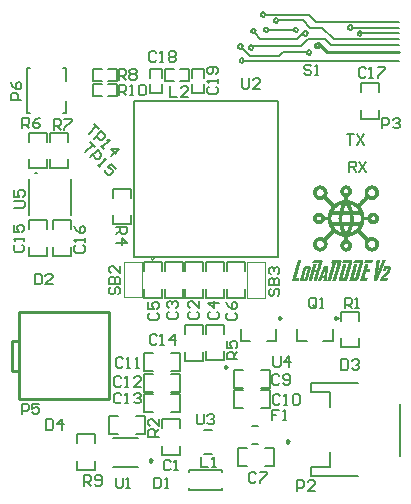
<source format=gto>
G04*
G04 #@! TF.GenerationSoftware,Altium Limited,Altium Designer,21.0.8 (223)*
G04*
G04 Layer_Color=65535*
%FSLAX25Y25*%
%MOIN*%
G70*
G04*
G04 #@! TF.SameCoordinates,33316FA8-22EC-4851-BF61-47935A3E7C20*
G04*
G04*
G04 #@! TF.FilePolarity,Positive*
G04*
G01*
G75*
%ADD10C,0.00591*%
%ADD11C,0.00787*%
%ADD12C,0.00984*%
%ADD13C,0.00394*%
%ADD14C,0.00000*%
%ADD15C,0.01000*%
%ADD16C,0.00500*%
%ADD17C,0.00197*%
G36*
X122693Y103998D02*
X122908D01*
Y103955D01*
X123081D01*
Y103912D01*
X123210D01*
Y103869D01*
X123296D01*
Y103826D01*
X123425D01*
Y103783D01*
X123511D01*
Y103740D01*
X123554D01*
Y103697D01*
X123641D01*
Y103654D01*
X123727D01*
Y103611D01*
X123770D01*
Y103568D01*
X123856D01*
Y103525D01*
X123899D01*
Y103482D01*
X123942D01*
Y103439D01*
X123985D01*
Y103396D01*
X124028D01*
Y103353D01*
X124071D01*
Y103310D01*
X124114D01*
Y103267D01*
X124157D01*
Y103223D01*
X124200D01*
Y103180D01*
X124243D01*
Y103137D01*
X124286D01*
Y103094D01*
Y103051D01*
X124329D01*
Y103008D01*
X124373D01*
Y102965D01*
X124416D01*
Y102922D01*
Y102879D01*
X124459D01*
Y102836D01*
Y102793D01*
X124502D01*
Y102750D01*
X124545D01*
Y102707D01*
Y102664D01*
X124588D01*
Y102621D01*
Y102577D01*
Y102534D01*
X124631D01*
Y102491D01*
Y102448D01*
X124674D01*
Y102405D01*
Y102362D01*
Y102319D01*
X124717D01*
Y102276D01*
Y102233D01*
Y102190D01*
Y102147D01*
X124760D01*
Y102104D01*
Y102061D01*
Y102018D01*
Y101975D01*
Y101932D01*
X124803D01*
Y101889D01*
Y101846D01*
Y101802D01*
Y101759D01*
Y101716D01*
Y101673D01*
Y101630D01*
Y101587D01*
Y101544D01*
Y101501D01*
Y101458D01*
Y101415D01*
Y101372D01*
Y101329D01*
Y101286D01*
X124760D01*
Y101243D01*
Y101200D01*
Y101156D01*
Y101113D01*
Y101070D01*
X124717D01*
Y101027D01*
Y100984D01*
Y100941D01*
Y100898D01*
X124674D01*
Y100855D01*
Y100812D01*
Y100769D01*
X124631D01*
Y100726D01*
Y100683D01*
Y100640D01*
X124588D01*
Y100597D01*
Y100554D01*
X124545D01*
Y100511D01*
Y100468D01*
X124502D01*
Y100425D01*
Y100381D01*
X124459D01*
Y100338D01*
X124416D01*
Y100295D01*
Y100252D01*
X124373D01*
Y100209D01*
X124329D01*
Y100166D01*
Y100123D01*
X124286D01*
Y100080D01*
X124243D01*
Y100037D01*
X124200D01*
Y99994D01*
X124157D01*
Y99951D01*
X124114D01*
Y99908D01*
X124071D01*
Y99865D01*
X124028D01*
Y99822D01*
X123985D01*
Y99778D01*
X123942D01*
Y99735D01*
X123899D01*
Y99692D01*
X123856D01*
Y99649D01*
X123770D01*
Y99606D01*
X123727D01*
Y99563D01*
X123641D01*
Y99520D01*
X123598D01*
Y99477D01*
X123511D01*
Y99434D01*
X123425D01*
Y99391D01*
X123339D01*
Y99348D01*
X123210D01*
Y99305D01*
X123124D01*
Y99262D01*
X122951D01*
Y99219D01*
X122736D01*
Y99176D01*
X122004D01*
Y99219D01*
X121789D01*
Y99262D01*
X121617D01*
Y99305D01*
X121487D01*
Y99348D01*
X121401D01*
Y99391D01*
X121315D01*
Y99434D01*
X121229D01*
Y99477D01*
X121143D01*
Y99434D01*
X121100D01*
Y99391D01*
X121057D01*
Y99348D01*
X121014D01*
Y99305D01*
X120971D01*
Y99262D01*
X120928D01*
Y99219D01*
X120885D01*
Y99176D01*
X120842D01*
Y99133D01*
X120799D01*
Y99090D01*
X120755D01*
Y99046D01*
X120712D01*
Y99003D01*
X120669D01*
Y98960D01*
X120626D01*
Y98917D01*
X120583D01*
Y98874D01*
X120540D01*
Y98831D01*
X120497D01*
Y98788D01*
X120454D01*
Y98745D01*
X120411D01*
Y98702D01*
X120368D01*
Y98659D01*
X120325D01*
Y98616D01*
X120282D01*
Y98573D01*
X120239D01*
Y98530D01*
X120196D01*
Y98487D01*
X120153D01*
Y98444D01*
X120109D01*
Y98401D01*
X120066D01*
Y98357D01*
X120023D01*
Y98314D01*
X119980D01*
Y98271D01*
X119937D01*
Y98228D01*
X119894D01*
Y98185D01*
X119851D01*
Y98142D01*
X119808D01*
Y98099D01*
X119765D01*
Y98056D01*
X119722D01*
Y98013D01*
X119679D01*
Y97970D01*
X119636D01*
Y97927D01*
X119593D01*
Y97884D01*
X119550D01*
Y97841D01*
X119507D01*
Y97798D01*
X119464D01*
Y97755D01*
X119421D01*
Y97712D01*
X119378D01*
Y97669D01*
X119334D01*
Y97625D01*
X119291D01*
Y97582D01*
X119248D01*
Y97539D01*
X119205D01*
Y97496D01*
X119162D01*
Y97453D01*
X119119D01*
Y97410D01*
X119076D01*
Y97367D01*
X119033D01*
Y97324D01*
X118990D01*
Y97281D01*
X118947D01*
Y97238D01*
X118904D01*
Y97195D01*
X118861D01*
Y97152D01*
X118818D01*
Y97109D01*
X118775D01*
Y97066D01*
X118731D01*
Y97023D01*
X118688D01*
Y96980D01*
X118645D01*
Y96937D01*
X118602D01*
Y96894D01*
Y96850D01*
Y96807D01*
X118645D01*
Y96764D01*
X118688D01*
Y96721D01*
X118731D01*
Y96678D01*
Y96635D01*
X118775D01*
Y96592D01*
X118818D01*
Y96549D01*
Y96506D01*
X118861D01*
Y96463D01*
X118904D01*
Y96420D01*
X118947D01*
Y96377D01*
Y96334D01*
X118990D01*
Y96291D01*
Y96248D01*
X119033D01*
Y96205D01*
X119076D01*
Y96161D01*
Y96118D01*
X119119D01*
Y96075D01*
Y96032D01*
X119162D01*
Y95989D01*
X119205D01*
Y95946D01*
Y95903D01*
X119248D01*
Y95860D01*
Y95817D01*
X119291D01*
Y95774D01*
Y95731D01*
X119334D01*
Y95688D01*
Y95645D01*
X119378D01*
Y95602D01*
Y95559D01*
X119421D01*
Y95516D01*
Y95472D01*
Y95429D01*
X119464D01*
Y95386D01*
Y95343D01*
X119507D01*
Y95300D01*
Y95257D01*
Y95214D01*
X119550D01*
Y95171D01*
Y95128D01*
X119593D01*
Y95085D01*
Y95042D01*
Y94999D01*
X119636D01*
Y94956D01*
Y94913D01*
Y94870D01*
X119679D01*
Y94827D01*
Y94784D01*
Y94740D01*
Y94697D01*
X119722D01*
Y94654D01*
Y94611D01*
Y94568D01*
X119765D01*
Y94525D01*
Y94482D01*
Y94439D01*
Y94396D01*
X119808D01*
Y94353D01*
Y94310D01*
Y94267D01*
Y94224D01*
Y94181D01*
X119851D01*
Y94138D01*
Y94095D01*
Y94051D01*
Y94008D01*
Y93965D01*
Y93922D01*
X119894D01*
Y93879D01*
Y93836D01*
Y93793D01*
Y93750D01*
Y93707D01*
Y93664D01*
X120971D01*
Y93707D01*
X121014D01*
Y93750D01*
Y93793D01*
X121057D01*
Y93836D01*
Y93879D01*
X121100D01*
Y93922D01*
Y93965D01*
X121143D01*
Y94008D01*
Y94051D01*
X121186D01*
Y94095D01*
X121229D01*
Y94138D01*
Y94181D01*
X121272D01*
Y94224D01*
X121315D01*
Y94267D01*
X121358D01*
Y94310D01*
Y94353D01*
X121401D01*
Y94396D01*
X121444D01*
Y94439D01*
X121487D01*
Y94482D01*
X121530D01*
Y94525D01*
X121617D01*
Y94568D01*
X121660D01*
Y94611D01*
X121703D01*
Y94654D01*
X121789D01*
Y94697D01*
X121832D01*
Y94740D01*
X121918D01*
Y94784D01*
X122004D01*
Y94827D01*
X122133D01*
Y94870D01*
X122220D01*
Y94913D01*
X122392D01*
Y94956D01*
X122650D01*
Y94999D01*
X122995D01*
Y94956D01*
X123296D01*
Y94913D01*
X123425D01*
Y94870D01*
X123554D01*
Y94827D01*
X123641D01*
Y94784D01*
X123727D01*
Y94740D01*
X123813D01*
Y94697D01*
X123899D01*
Y94654D01*
X123942D01*
Y94611D01*
X124028D01*
Y94568D01*
X124071D01*
Y94525D01*
X124114D01*
Y94482D01*
X124157D01*
Y94439D01*
X124200D01*
Y94396D01*
X124243D01*
Y94353D01*
X124286D01*
Y94310D01*
X124329D01*
Y94267D01*
X124373D01*
Y94224D01*
X124416D01*
Y94181D01*
Y94138D01*
X124459D01*
Y94095D01*
X124502D01*
Y94051D01*
Y94008D01*
X124545D01*
Y93965D01*
X124588D01*
Y93922D01*
Y93879D01*
X124631D01*
Y93836D01*
Y93793D01*
X124674D01*
Y93750D01*
Y93707D01*
Y93664D01*
X124717D01*
Y93621D01*
Y93578D01*
Y93535D01*
Y93492D01*
X124760D01*
Y93449D01*
Y93405D01*
Y93362D01*
Y93319D01*
Y93276D01*
X124803D01*
Y93233D01*
Y93190D01*
Y93147D01*
Y93104D01*
Y93061D01*
Y93018D01*
Y92975D01*
Y92932D01*
Y92889D01*
Y92846D01*
Y92803D01*
Y92760D01*
X124760D01*
Y92716D01*
Y92673D01*
Y92630D01*
Y92587D01*
Y92544D01*
X124717D01*
Y92501D01*
Y92458D01*
Y92415D01*
Y92372D01*
X124674D01*
Y92329D01*
Y92286D01*
X124631D01*
Y92243D01*
Y92200D01*
Y92157D01*
X124588D01*
Y92114D01*
Y92071D01*
X124545D01*
Y92028D01*
X124502D01*
Y91984D01*
Y91941D01*
X124459D01*
Y91898D01*
X124416D01*
Y91855D01*
Y91812D01*
X124373D01*
Y91769D01*
X124329D01*
Y91726D01*
X124286D01*
Y91683D01*
X124243D01*
Y91640D01*
X124200D01*
Y91597D01*
X124157D01*
Y91554D01*
X124114D01*
Y91511D01*
X124071D01*
Y91468D01*
X124028D01*
Y91425D01*
X123942D01*
Y91382D01*
X123899D01*
Y91339D01*
X123813D01*
Y91295D01*
X123727D01*
Y91252D01*
X123641D01*
Y91209D01*
X123554D01*
Y91166D01*
X123425D01*
Y91123D01*
X123253D01*
Y91080D01*
X122908D01*
Y91037D01*
X122779D01*
Y91080D01*
X122435D01*
Y91123D01*
X122263D01*
Y91166D01*
X122133D01*
Y91209D01*
X122047D01*
Y91252D01*
X121961D01*
Y91295D01*
X121875D01*
Y91339D01*
X121789D01*
Y91382D01*
X121746D01*
Y91425D01*
X121660D01*
Y91468D01*
X121617D01*
Y91511D01*
X121574D01*
Y91554D01*
X121530D01*
Y91597D01*
X121444D01*
Y91640D01*
X121401D01*
Y91683D01*
Y91726D01*
X121358D01*
Y91769D01*
X121315D01*
Y91812D01*
X121272D01*
Y91855D01*
X121229D01*
Y91898D01*
Y91941D01*
X121186D01*
Y91984D01*
X121143D01*
Y92028D01*
Y92071D01*
X121100D01*
Y92114D01*
Y92157D01*
X121057D01*
Y92200D01*
Y92243D01*
X121014D01*
Y92286D01*
Y92329D01*
X120971D01*
Y92372D01*
X119894D01*
Y92329D01*
Y92286D01*
Y92243D01*
Y92200D01*
Y92157D01*
Y92114D01*
X119851D01*
Y92071D01*
Y92028D01*
Y91984D01*
Y91941D01*
Y91898D01*
Y91855D01*
X119808D01*
Y91812D01*
Y91769D01*
Y91726D01*
Y91683D01*
Y91640D01*
X119765D01*
Y91597D01*
Y91554D01*
Y91511D01*
Y91468D01*
X119722D01*
Y91425D01*
Y91382D01*
Y91339D01*
X119679D01*
Y91295D01*
Y91252D01*
Y91209D01*
Y91166D01*
X119636D01*
Y91123D01*
Y91080D01*
Y91037D01*
X119593D01*
Y90994D01*
Y90951D01*
Y90908D01*
X119550D01*
Y90865D01*
Y90822D01*
X119507D01*
Y90779D01*
Y90736D01*
Y90693D01*
X119464D01*
Y90650D01*
Y90607D01*
X119421D01*
Y90563D01*
Y90520D01*
Y90477D01*
X119378D01*
Y90434D01*
Y90391D01*
X119334D01*
Y90348D01*
Y90305D01*
X119291D01*
Y90262D01*
Y90219D01*
X119248D01*
Y90176D01*
Y90133D01*
X119205D01*
Y90090D01*
Y90047D01*
X119162D01*
Y90004D01*
X119119D01*
Y89961D01*
Y89918D01*
X119076D01*
Y89875D01*
Y89831D01*
X119033D01*
Y89788D01*
X118990D01*
Y89745D01*
Y89702D01*
X118947D01*
Y89659D01*
X118904D01*
Y89616D01*
Y89573D01*
X118861D01*
Y89530D01*
X118818D01*
Y89487D01*
Y89444D01*
X118775D01*
Y89401D01*
X118731D01*
Y89358D01*
Y89315D01*
X118688D01*
Y89272D01*
X118645D01*
Y89229D01*
X118602D01*
Y89186D01*
Y89143D01*
X118645D01*
Y89099D01*
X118688D01*
Y89056D01*
X118731D01*
Y89013D01*
X118775D01*
Y88970D01*
X118818D01*
Y88927D01*
X118861D01*
Y88884D01*
X118904D01*
Y88841D01*
X118947D01*
Y88798D01*
X118990D01*
Y88755D01*
X119033D01*
Y88712D01*
X119076D01*
Y88669D01*
X119119D01*
Y88626D01*
X119162D01*
Y88583D01*
X119205D01*
Y88540D01*
X119248D01*
Y88497D01*
X119291D01*
Y88454D01*
X119334D01*
Y88410D01*
X119378D01*
Y88367D01*
X119421D01*
Y88324D01*
X119464D01*
Y88281D01*
X119507D01*
Y88238D01*
X119550D01*
Y88195D01*
X119593D01*
Y88152D01*
X119636D01*
Y88109D01*
X119679D01*
Y88066D01*
X119722D01*
Y88023D01*
X119765D01*
Y87980D01*
X119808D01*
Y87937D01*
X119851D01*
Y87894D01*
X119894D01*
Y87851D01*
X119937D01*
Y87808D01*
X119980D01*
Y87765D01*
X120023D01*
Y87722D01*
X120066D01*
Y87678D01*
X120109D01*
Y87635D01*
X120153D01*
Y87592D01*
X120196D01*
Y87549D01*
X120239D01*
Y87506D01*
X120282D01*
Y87463D01*
X120325D01*
Y87420D01*
X120368D01*
Y87377D01*
X120411D01*
Y87334D01*
X120454D01*
Y87291D01*
X120497D01*
Y87248D01*
X120540D01*
Y87205D01*
X120583D01*
Y87162D01*
X120626D01*
Y87119D01*
X120669D01*
Y87076D01*
X120712D01*
Y87033D01*
X120755D01*
Y86989D01*
X120799D01*
Y86946D01*
X120842D01*
Y86903D01*
X120885D01*
Y86860D01*
X120928D01*
Y86817D01*
X120971D01*
Y86774D01*
X121014D01*
Y86731D01*
X121057D01*
Y86688D01*
X121100D01*
Y86645D01*
X121143D01*
Y86602D01*
X121186D01*
Y86559D01*
X121229D01*
Y86602D01*
X121315D01*
Y86645D01*
X121401D01*
Y86688D01*
X121487D01*
Y86731D01*
X121617D01*
Y86774D01*
X121789D01*
Y86817D01*
X122004D01*
Y86860D01*
X122736D01*
Y86817D01*
X122951D01*
Y86774D01*
X123124D01*
Y86731D01*
X123210D01*
Y86688D01*
X123339D01*
Y86645D01*
X123425D01*
Y86602D01*
X123511D01*
Y86559D01*
X123598D01*
Y86516D01*
X123684D01*
Y86473D01*
X123727D01*
Y86430D01*
X123770D01*
Y86387D01*
X123856D01*
Y86343D01*
X123899D01*
Y86300D01*
X123942D01*
Y86257D01*
X123985D01*
Y86214D01*
X124028D01*
Y86171D01*
X124071D01*
Y86128D01*
X124114D01*
Y86085D01*
X124157D01*
Y86042D01*
X124200D01*
Y85999D01*
X124243D01*
Y85956D01*
X124286D01*
Y85913D01*
X124329D01*
Y85870D01*
Y85827D01*
X124373D01*
Y85784D01*
X124416D01*
Y85741D01*
Y85698D01*
X124459D01*
Y85654D01*
X124502D01*
Y85611D01*
Y85568D01*
X124545D01*
Y85525D01*
Y85482D01*
X124588D01*
Y85439D01*
Y85396D01*
X124631D01*
Y85353D01*
Y85310D01*
Y85267D01*
X124674D01*
Y85224D01*
Y85181D01*
Y85138D01*
X124717D01*
Y85095D01*
Y85052D01*
Y85009D01*
Y84965D01*
X124760D01*
Y84922D01*
Y84879D01*
Y84836D01*
Y84793D01*
Y84750D01*
X124803D01*
Y84707D01*
Y84664D01*
Y84621D01*
Y84578D01*
Y84535D01*
Y84492D01*
Y84449D01*
Y84406D01*
Y84363D01*
Y84320D01*
Y84277D01*
Y84233D01*
Y84190D01*
Y84147D01*
Y84104D01*
X124760D01*
Y84061D01*
Y84018D01*
Y83975D01*
Y83932D01*
Y83889D01*
X124717D01*
Y83846D01*
Y83803D01*
Y83760D01*
Y83717D01*
X124674D01*
Y83674D01*
Y83631D01*
Y83588D01*
X124631D01*
Y83544D01*
Y83501D01*
X124588D01*
Y83458D01*
Y83415D01*
Y83372D01*
X124545D01*
Y83329D01*
Y83286D01*
X124502D01*
Y83243D01*
X124459D01*
Y83200D01*
Y83157D01*
X124416D01*
Y83114D01*
Y83071D01*
X124373D01*
Y83028D01*
X124329D01*
Y82985D01*
X124286D01*
Y82942D01*
Y82899D01*
X124243D01*
Y82856D01*
X124200D01*
Y82812D01*
X124157D01*
Y82769D01*
X124114D01*
Y82726D01*
X124071D01*
Y82683D01*
X124028D01*
Y82640D01*
X123985D01*
Y82597D01*
X123942D01*
Y82554D01*
X123899D01*
Y82511D01*
X123856D01*
Y82468D01*
X123770D01*
Y82425D01*
X123727D01*
Y82382D01*
X123641D01*
Y82339D01*
X123554D01*
Y82296D01*
X123511D01*
Y82253D01*
X123425D01*
Y82210D01*
X123296D01*
Y82167D01*
X123210D01*
Y82124D01*
X123081D01*
Y82081D01*
X122908D01*
Y82037D01*
X122693D01*
Y81994D01*
X122047D01*
Y82037D01*
X121832D01*
Y82081D01*
X121660D01*
Y82124D01*
X121530D01*
Y82167D01*
X121401D01*
Y82210D01*
X121315D01*
Y82253D01*
X121229D01*
Y82296D01*
X121143D01*
Y82339D01*
X121100D01*
Y82382D01*
X121014D01*
Y82425D01*
X120971D01*
Y82468D01*
X120885D01*
Y82511D01*
X120842D01*
Y82554D01*
X120799D01*
Y82597D01*
X120755D01*
Y82640D01*
X120712D01*
Y82683D01*
X120669D01*
Y82726D01*
X120626D01*
Y82769D01*
X120583D01*
Y82812D01*
X120540D01*
Y82856D01*
X120497D01*
Y82899D01*
X120454D01*
Y82942D01*
X120411D01*
Y82985D01*
Y83028D01*
X120368D01*
Y83071D01*
X120325D01*
Y83114D01*
Y83157D01*
X120282D01*
Y83200D01*
X120239D01*
Y83243D01*
Y83286D01*
X120196D01*
Y83329D01*
Y83372D01*
X120153D01*
Y83415D01*
Y83458D01*
X120109D01*
Y83501D01*
Y83544D01*
Y83588D01*
X120066D01*
Y83631D01*
Y83674D01*
X120023D01*
Y83717D01*
Y83760D01*
Y83803D01*
Y83846D01*
X119980D01*
Y83889D01*
Y83932D01*
Y83975D01*
Y84018D01*
Y84061D01*
X119937D01*
Y84104D01*
Y84147D01*
Y84190D01*
Y84233D01*
Y84277D01*
Y84320D01*
Y84363D01*
Y84406D01*
Y84449D01*
Y84492D01*
Y84535D01*
Y84578D01*
Y84621D01*
Y84664D01*
Y84707D01*
Y84750D01*
Y84793D01*
X119980D01*
Y84836D01*
Y84879D01*
Y84922D01*
Y84965D01*
Y85009D01*
X120023D01*
Y85052D01*
Y85095D01*
Y85138D01*
Y85181D01*
X120066D01*
Y85224D01*
Y85267D01*
Y85310D01*
X120109D01*
Y85353D01*
Y85396D01*
X120153D01*
Y85439D01*
Y85482D01*
X120196D01*
Y85525D01*
Y85568D01*
X120239D01*
Y85611D01*
Y85654D01*
Y85698D01*
X120196D01*
Y85741D01*
X120153D01*
Y85784D01*
X120109D01*
Y85827D01*
X120066D01*
Y85870D01*
X120023D01*
Y85913D01*
X119980D01*
Y85956D01*
X119937D01*
Y85999D01*
X119894D01*
Y86042D01*
X119851D01*
Y86085D01*
X119808D01*
Y86128D01*
X119765D01*
Y86171D01*
X119722D01*
Y86214D01*
X119679D01*
Y86257D01*
X119636D01*
Y86300D01*
X119593D01*
Y86343D01*
X119550D01*
Y86387D01*
X119507D01*
Y86430D01*
X119464D01*
Y86473D01*
X119421D01*
Y86516D01*
X119378D01*
Y86559D01*
X119334D01*
Y86602D01*
X119291D01*
Y86645D01*
X119248D01*
Y86688D01*
X119205D01*
Y86731D01*
X119162D01*
Y86774D01*
X119119D01*
Y86817D01*
X119076D01*
Y86860D01*
X119033D01*
Y86903D01*
X118990D01*
Y86946D01*
X118947D01*
Y86989D01*
X118904D01*
Y87033D01*
X118861D01*
Y87076D01*
X118818D01*
Y87119D01*
X118775D01*
Y87162D01*
X118731D01*
Y87205D01*
X118688D01*
Y87248D01*
X118645D01*
Y87291D01*
X118602D01*
Y87334D01*
X118559D01*
Y87377D01*
X118516D01*
Y87420D01*
X118473D01*
Y87463D01*
X118430D01*
Y87506D01*
X118387D01*
Y87549D01*
X118344D01*
Y87592D01*
X118301D01*
Y87635D01*
X118258D01*
Y87678D01*
X118215D01*
Y87722D01*
X118172D01*
Y87765D01*
X118129D01*
Y87808D01*
X118086D01*
Y87851D01*
X118043D01*
Y87894D01*
X117999D01*
Y87937D01*
X117956D01*
Y87980D01*
X117913D01*
Y88023D01*
X117870D01*
Y88066D01*
X117827D01*
Y88109D01*
X117784D01*
Y88152D01*
X117741D01*
Y88195D01*
X117698D01*
Y88238D01*
X117655D01*
Y88195D01*
X117569D01*
Y88152D01*
X117526D01*
Y88109D01*
X117483D01*
Y88066D01*
X117397D01*
Y88023D01*
X117354D01*
Y87980D01*
X117311D01*
Y87937D01*
X117224D01*
Y87894D01*
X117181D01*
Y87851D01*
X117095D01*
Y87808D01*
X117009D01*
Y87765D01*
X116966D01*
Y87722D01*
X116880D01*
Y87678D01*
X116794D01*
Y87635D01*
X116751D01*
Y87592D01*
X116665D01*
Y87549D01*
X116578D01*
Y87506D01*
X116492D01*
Y87463D01*
X116406D01*
Y87420D01*
X116320D01*
Y87377D01*
X116191D01*
Y87334D01*
X116105D01*
Y87291D01*
X115976D01*
Y87248D01*
X115890D01*
Y87205D01*
X115760D01*
Y87162D01*
X115631D01*
Y87119D01*
X115459D01*
Y87076D01*
X115330D01*
Y87033D01*
X115157D01*
Y86989D01*
X114942D01*
Y86946D01*
X114684D01*
Y86903D01*
X114426D01*
Y86860D01*
Y86817D01*
Y86774D01*
Y86731D01*
Y86688D01*
Y86645D01*
Y86602D01*
Y86559D01*
Y86516D01*
Y86473D01*
Y86430D01*
Y86387D01*
Y86343D01*
Y86300D01*
Y86257D01*
Y86214D01*
Y86171D01*
Y86128D01*
Y86085D01*
Y86042D01*
Y85999D01*
Y85956D01*
Y85913D01*
Y85870D01*
Y85827D01*
X114469D01*
Y85784D01*
X114555D01*
Y85741D01*
X114684D01*
Y85698D01*
X114727D01*
Y85654D01*
X114813D01*
Y85611D01*
X114899D01*
Y85568D01*
X114942D01*
Y85525D01*
X114985D01*
Y85482D01*
X115071D01*
Y85439D01*
X115114D01*
Y85396D01*
X115157D01*
Y85353D01*
X115200D01*
Y85310D01*
X115244D01*
Y85267D01*
X115287D01*
Y85224D01*
X115330D01*
Y85181D01*
Y85138D01*
X115373D01*
Y85095D01*
X115416D01*
Y85052D01*
Y85009D01*
X115459D01*
Y84965D01*
X115502D01*
Y84922D01*
Y84879D01*
X115545D01*
Y84836D01*
Y84793D01*
X115588D01*
Y84750D01*
Y84707D01*
X115631D01*
Y84664D01*
Y84621D01*
Y84578D01*
X115674D01*
Y84535D01*
Y84492D01*
Y84449D01*
X115717D01*
Y84406D01*
Y84363D01*
Y84320D01*
Y84277D01*
Y84233D01*
Y84190D01*
X115760D01*
Y84147D01*
Y84104D01*
Y84061D01*
Y84018D01*
Y83975D01*
Y83932D01*
Y83889D01*
Y83846D01*
Y83803D01*
Y83760D01*
Y83717D01*
X115717D01*
Y83674D01*
Y83631D01*
Y83588D01*
Y83544D01*
Y83501D01*
X115674D01*
Y83458D01*
Y83415D01*
Y83372D01*
Y83329D01*
X115631D01*
Y83286D01*
Y83243D01*
X115588D01*
Y83200D01*
Y83157D01*
Y83114D01*
X115545D01*
Y83071D01*
Y83028D01*
X115502D01*
Y82985D01*
X115459D01*
Y82942D01*
Y82899D01*
X115416D01*
Y82856D01*
Y82812D01*
X115373D01*
Y82769D01*
X115330D01*
Y82726D01*
X115287D01*
Y82683D01*
X115244D01*
Y82640D01*
X115200D01*
Y82597D01*
Y82554D01*
X115114D01*
Y82511D01*
X115071D01*
Y82468D01*
X115028D01*
Y82425D01*
X114985D01*
Y82382D01*
X114942D01*
Y82339D01*
X114856D01*
Y82296D01*
X114813D01*
Y82253D01*
X114727D01*
Y82210D01*
X114641D01*
Y82167D01*
X114555D01*
Y82124D01*
X114426D01*
Y82081D01*
X114296D01*
Y82037D01*
X114081D01*
Y81994D01*
X113521D01*
Y82037D01*
X113306D01*
Y82081D01*
X113134D01*
Y82124D01*
X113048D01*
Y82167D01*
X112961D01*
Y82210D01*
X112875D01*
Y82253D01*
X112789D01*
Y82296D01*
X112703D01*
Y82339D01*
X112660D01*
Y82382D01*
X112574D01*
Y82425D01*
X112531D01*
Y82468D01*
X112488D01*
Y82511D01*
X112445D01*
Y82554D01*
X112402D01*
Y82597D01*
X112358D01*
Y82640D01*
X112315D01*
Y82683D01*
X112272D01*
Y82726D01*
X112229D01*
Y82769D01*
Y82812D01*
X112186D01*
Y82856D01*
X112143D01*
Y82899D01*
Y82942D01*
X112100D01*
Y82985D01*
X112057D01*
Y83028D01*
Y83071D01*
X112014D01*
Y83114D01*
Y83157D01*
X111971D01*
Y83200D01*
Y83243D01*
Y83286D01*
X111928D01*
Y83329D01*
Y83372D01*
Y83415D01*
X111885D01*
Y83458D01*
Y83501D01*
Y83544D01*
Y83588D01*
X111842D01*
Y83631D01*
Y83674D01*
Y83717D01*
Y83760D01*
Y83803D01*
Y83846D01*
Y83889D01*
Y83932D01*
Y83975D01*
Y84018D01*
Y84061D01*
Y84104D01*
Y84147D01*
Y84190D01*
Y84233D01*
Y84277D01*
Y84320D01*
Y84363D01*
X111885D01*
Y84406D01*
Y84449D01*
Y84492D01*
Y84535D01*
X111928D01*
Y84578D01*
Y84621D01*
Y84664D01*
X111971D01*
Y84707D01*
Y84750D01*
X112014D01*
Y84793D01*
Y84836D01*
X112057D01*
Y84879D01*
Y84922D01*
X112100D01*
Y84965D01*
Y85009D01*
X112143D01*
Y85052D01*
X112186D01*
Y85095D01*
Y85138D01*
X112229D01*
Y85181D01*
X112272D01*
Y85224D01*
X112315D01*
Y85267D01*
X112358D01*
Y85310D01*
X112402D01*
Y85353D01*
X112445D01*
Y85396D01*
X112488D01*
Y85439D01*
X112531D01*
Y85482D01*
X112574D01*
Y85525D01*
X112617D01*
Y85568D01*
X112703D01*
Y85611D01*
X112746D01*
Y85654D01*
X112832D01*
Y85698D01*
X112918D01*
Y85741D01*
X113004D01*
Y85784D01*
X113134D01*
Y85827D01*
Y85870D01*
Y85913D01*
Y85956D01*
Y85999D01*
Y86042D01*
Y86085D01*
Y86128D01*
Y86171D01*
Y86214D01*
Y86257D01*
Y86300D01*
Y86343D01*
Y86387D01*
Y86430D01*
Y86473D01*
Y86516D01*
Y86559D01*
Y86602D01*
Y86645D01*
Y86688D01*
Y86731D01*
Y86774D01*
Y86817D01*
Y86860D01*
Y86903D01*
X112875D01*
Y86946D01*
X112617D01*
Y86989D01*
X112402D01*
Y87033D01*
X112229D01*
Y87076D01*
X112100D01*
Y87119D01*
X111928D01*
Y87162D01*
X111799D01*
Y87205D01*
X111670D01*
Y87248D01*
X111583D01*
Y87291D01*
X111454D01*
Y87334D01*
X111368D01*
Y87377D01*
X111239D01*
Y87420D01*
X111153D01*
Y87463D01*
X111067D01*
Y87506D01*
X110981D01*
Y87549D01*
X110895D01*
Y87592D01*
X110808D01*
Y87635D01*
X110765D01*
Y87678D01*
X110679D01*
Y87722D01*
X110593D01*
Y87765D01*
X110550D01*
Y87808D01*
X110464D01*
Y87851D01*
X110378D01*
Y87894D01*
X110335D01*
Y87937D01*
X110292D01*
Y87980D01*
X110205D01*
Y88023D01*
X110162D01*
Y88066D01*
X110076D01*
Y88109D01*
X110033D01*
Y88152D01*
X109990D01*
Y88195D01*
X109947D01*
Y88238D01*
X109861D01*
Y88195D01*
X109818D01*
Y88152D01*
X109775D01*
Y88109D01*
X109732D01*
Y88066D01*
X109689D01*
Y88023D01*
X109646D01*
Y87980D01*
X109603D01*
Y87937D01*
X109560D01*
Y87894D01*
X109517D01*
Y87851D01*
X109473D01*
Y87808D01*
X109430D01*
Y87765D01*
X109387D01*
Y87722D01*
X109344D01*
Y87678D01*
X109301D01*
Y87635D01*
X109258D01*
Y87592D01*
X109215D01*
Y87549D01*
X109172D01*
Y87506D01*
X109129D01*
Y87463D01*
X109086D01*
Y87420D01*
X109043D01*
Y87377D01*
X109000D01*
Y87334D01*
X108957D01*
Y87291D01*
X108914D01*
Y87248D01*
X108871D01*
Y87205D01*
X108827D01*
Y87162D01*
X108784D01*
Y87119D01*
X108741D01*
Y87076D01*
X108698D01*
Y87033D01*
X108655D01*
Y86989D01*
X108612D01*
Y86946D01*
X108569D01*
Y86903D01*
X108526D01*
Y86860D01*
X108483D01*
Y86817D01*
X108440D01*
Y86774D01*
X108397D01*
Y86731D01*
X108354D01*
Y86688D01*
X108311D01*
Y86645D01*
X108268D01*
Y86602D01*
X108225D01*
Y86559D01*
X108182D01*
Y86516D01*
X108139D01*
Y86473D01*
X108096D01*
Y86430D01*
X108052D01*
Y86387D01*
X108009D01*
Y86343D01*
X107966D01*
Y86300D01*
X107923D01*
Y86257D01*
X107880D01*
Y86214D01*
X107837D01*
Y86171D01*
X107794D01*
Y86128D01*
X107751D01*
Y86085D01*
X107708D01*
Y86042D01*
X107665D01*
Y85999D01*
X107622D01*
Y85956D01*
X107579D01*
Y85913D01*
X107536D01*
Y85870D01*
X107493D01*
Y85827D01*
X107450D01*
Y85784D01*
X107406D01*
Y85741D01*
X107363D01*
Y85698D01*
X107320D01*
Y85654D01*
Y85611D01*
Y85568D01*
X107363D01*
Y85525D01*
Y85482D01*
X107406D01*
Y85439D01*
Y85396D01*
X107450D01*
Y85353D01*
Y85310D01*
X107493D01*
Y85267D01*
Y85224D01*
Y85181D01*
X107536D01*
Y85138D01*
Y85095D01*
Y85052D01*
Y85009D01*
X107579D01*
Y84965D01*
Y84922D01*
Y84879D01*
Y84836D01*
Y84793D01*
X107622D01*
Y84750D01*
Y84707D01*
Y84664D01*
Y84621D01*
Y84578D01*
Y84535D01*
Y84492D01*
Y84449D01*
Y84406D01*
Y84363D01*
Y84320D01*
Y84277D01*
Y84233D01*
Y84190D01*
Y84147D01*
Y84104D01*
Y84061D01*
X107579D01*
Y84018D01*
Y83975D01*
Y83932D01*
Y83889D01*
Y83846D01*
X107536D01*
Y83803D01*
Y83760D01*
Y83717D01*
Y83674D01*
X107493D01*
Y83631D01*
Y83588D01*
X107450D01*
Y83544D01*
Y83501D01*
Y83458D01*
X107406D01*
Y83415D01*
Y83372D01*
X107363D01*
Y83329D01*
Y83286D01*
X107320D01*
Y83243D01*
Y83200D01*
X107277D01*
Y83157D01*
X107234D01*
Y83114D01*
Y83071D01*
X107191D01*
Y83028D01*
X107148D01*
Y82985D01*
Y82942D01*
X107105D01*
Y82899D01*
X107062D01*
Y82856D01*
X107019D01*
Y82812D01*
X106976D01*
Y82769D01*
X106933D01*
Y82726D01*
X106890D01*
Y82683D01*
X106847D01*
Y82640D01*
X106804D01*
Y82597D01*
X106761D01*
Y82554D01*
X106718D01*
Y82511D01*
X106675D01*
Y82468D01*
X106588D01*
Y82425D01*
X106545D01*
Y82382D01*
X106459D01*
Y82339D01*
X106416D01*
Y82296D01*
X106330D01*
Y82253D01*
X106244D01*
Y82210D01*
X106158D01*
Y82167D01*
X106028D01*
Y82124D01*
X105899D01*
Y82081D01*
X105727D01*
Y82037D01*
X105512D01*
Y81994D01*
X104866D01*
Y82037D01*
X104651D01*
Y82081D01*
X104478D01*
Y82124D01*
X104349D01*
Y82167D01*
X104263D01*
Y82210D01*
X104134D01*
Y82253D01*
X104048D01*
Y82296D01*
X104005D01*
Y82339D01*
X103919D01*
Y82382D01*
X103832D01*
Y82425D01*
X103789D01*
Y82468D01*
X103746D01*
Y82511D01*
X103660D01*
Y82554D01*
X103617D01*
Y82597D01*
X103574D01*
Y82640D01*
X103531D01*
Y82683D01*
X103488D01*
Y82726D01*
X103445D01*
Y82769D01*
X103402D01*
Y82812D01*
X103359D01*
Y82856D01*
X103316D01*
Y82899D01*
X103273D01*
Y82942D01*
Y82985D01*
X103230D01*
Y83028D01*
X103187D01*
Y83071D01*
X103144D01*
Y83114D01*
Y83157D01*
X103100D01*
Y83200D01*
Y83243D01*
X103057D01*
Y83286D01*
X103014D01*
Y83329D01*
Y83372D01*
X102971D01*
Y83415D01*
Y83458D01*
Y83501D01*
X102928D01*
Y83544D01*
Y83588D01*
X102885D01*
Y83631D01*
Y83674D01*
Y83717D01*
X102842D01*
Y83760D01*
Y83803D01*
Y83846D01*
Y83889D01*
X102799D01*
Y83932D01*
Y83975D01*
Y84018D01*
Y84061D01*
Y84104D01*
X102756D01*
Y84147D01*
Y84190D01*
Y84233D01*
Y84277D01*
Y84320D01*
Y84363D01*
Y84406D01*
Y84449D01*
Y84492D01*
Y84535D01*
Y84578D01*
Y84621D01*
Y84664D01*
Y84707D01*
Y84750D01*
X102799D01*
Y84793D01*
Y84836D01*
Y84879D01*
Y84922D01*
Y84965D01*
X102842D01*
Y85009D01*
Y85052D01*
Y85095D01*
Y85138D01*
X102885D01*
Y85181D01*
Y85224D01*
Y85267D01*
X102928D01*
Y85310D01*
Y85353D01*
Y85396D01*
X102971D01*
Y85439D01*
Y85482D01*
X103014D01*
Y85525D01*
Y85568D01*
X103057D01*
Y85611D01*
Y85654D01*
X103100D01*
Y85698D01*
X103144D01*
Y85741D01*
Y85784D01*
X103187D01*
Y85827D01*
X103230D01*
Y85870D01*
Y85913D01*
X103273D01*
Y85956D01*
X103316D01*
Y85999D01*
X103359D01*
Y86042D01*
X103402D01*
Y86085D01*
X103445D01*
Y86128D01*
X103488D01*
Y86171D01*
X103531D01*
Y86214D01*
X103574D01*
Y86257D01*
X103617D01*
Y86300D01*
X103660D01*
Y86343D01*
X103703D01*
Y86387D01*
X103789D01*
Y86430D01*
X103832D01*
Y86473D01*
X103919D01*
Y86516D01*
X103962D01*
Y86559D01*
X104048D01*
Y86602D01*
X104134D01*
Y86645D01*
X104220D01*
Y86688D01*
X104349D01*
Y86731D01*
X104435D01*
Y86774D01*
X104607D01*
Y86817D01*
X104823D01*
Y86860D01*
X105555D01*
Y86817D01*
X105770D01*
Y86774D01*
X105942D01*
Y86731D01*
X106072D01*
Y86688D01*
X106158D01*
Y86645D01*
X106244D01*
Y86602D01*
X106330D01*
Y86559D01*
X106373D01*
Y86602D01*
X106416D01*
Y86645D01*
X106459D01*
Y86688D01*
X106502D01*
Y86731D01*
X106545D01*
Y86774D01*
X106588D01*
Y86817D01*
X106631D01*
Y86860D01*
X106675D01*
Y86903D01*
X106718D01*
Y86946D01*
X106761D01*
Y86989D01*
X106804D01*
Y87033D01*
X106847D01*
Y87076D01*
X106890D01*
Y87119D01*
X106933D01*
Y87162D01*
X106976D01*
Y87205D01*
X107019D01*
Y87248D01*
X107062D01*
Y87291D01*
X107105D01*
Y87334D01*
X107148D01*
Y87377D01*
X107191D01*
Y87420D01*
X107234D01*
Y87463D01*
X107277D01*
Y87506D01*
X107320D01*
Y87549D01*
X107363D01*
Y87592D01*
X107406D01*
Y87635D01*
X107450D01*
Y87678D01*
X107493D01*
Y87722D01*
X107536D01*
Y87765D01*
X107579D01*
Y87808D01*
X107622D01*
Y87851D01*
X107665D01*
Y87894D01*
X107708D01*
Y87937D01*
X107751D01*
Y87980D01*
X107794D01*
Y88023D01*
X107837D01*
Y88066D01*
X107880D01*
Y88109D01*
X107923D01*
Y88152D01*
X107966D01*
Y88195D01*
X108009D01*
Y88238D01*
X108052D01*
Y88281D01*
X108096D01*
Y88324D01*
X108139D01*
Y88367D01*
X108182D01*
Y88410D01*
X108225D01*
Y88454D01*
X108268D01*
Y88497D01*
X108311D01*
Y88540D01*
X108354D01*
Y88583D01*
X108397D01*
Y88626D01*
X108440D01*
Y88669D01*
X108483D01*
Y88712D01*
X108526D01*
Y88755D01*
X108569D01*
Y88798D01*
X108612D01*
Y88841D01*
X108655D01*
Y88884D01*
X108698D01*
Y88927D01*
X108741D01*
Y88970D01*
X108784D01*
Y89013D01*
X108827D01*
Y89056D01*
X108871D01*
Y89099D01*
X108914D01*
Y89143D01*
X108957D01*
Y89186D01*
Y89229D01*
X108914D01*
Y89272D01*
X108871D01*
Y89315D01*
X108827D01*
Y89358D01*
Y89401D01*
X108784D01*
Y89444D01*
X108741D01*
Y89487D01*
X108698D01*
Y89530D01*
Y89573D01*
X108655D01*
Y89616D01*
X108612D01*
Y89659D01*
Y89702D01*
X108569D01*
Y89745D01*
Y89788D01*
X108526D01*
Y89831D01*
X108483D01*
Y89875D01*
Y89918D01*
X108440D01*
Y89961D01*
Y90004D01*
X108397D01*
Y90047D01*
X108354D01*
Y90090D01*
Y90133D01*
X108311D01*
Y90176D01*
Y90219D01*
X108268D01*
Y90262D01*
Y90305D01*
X108225D01*
Y90348D01*
Y90391D01*
X108182D01*
Y90434D01*
Y90477D01*
X108139D01*
Y90520D01*
Y90563D01*
Y90607D01*
X108096D01*
Y90650D01*
Y90693D01*
X108052D01*
Y90736D01*
Y90779D01*
Y90822D01*
X108009D01*
Y90865D01*
Y90908D01*
X107966D01*
Y90951D01*
Y90994D01*
Y91037D01*
X107923D01*
Y91080D01*
Y91123D01*
Y91166D01*
X107880D01*
Y91209D01*
Y91252D01*
Y91295D01*
X107837D01*
Y91339D01*
Y91382D01*
Y91425D01*
Y91468D01*
X107794D01*
Y91511D01*
Y91554D01*
Y91597D01*
Y91640D01*
X107751D01*
Y91683D01*
Y91726D01*
Y91769D01*
Y91812D01*
Y91855D01*
X107708D01*
Y91898D01*
Y91941D01*
Y91984D01*
Y92028D01*
Y92071D01*
Y92114D01*
X107665D01*
Y92157D01*
Y92200D01*
Y92243D01*
Y92286D01*
Y92329D01*
Y92372D01*
X106588D01*
Y92329D01*
X106545D01*
Y92286D01*
Y92243D01*
X106502D01*
Y92200D01*
Y92157D01*
X106459D01*
Y92114D01*
Y92071D01*
X106416D01*
Y92028D01*
Y91984D01*
X106373D01*
Y91941D01*
X106330D01*
Y91898D01*
Y91855D01*
X106287D01*
Y91812D01*
X106244D01*
Y91769D01*
X106201D01*
Y91726D01*
X106158D01*
Y91683D01*
Y91640D01*
X106115D01*
Y91597D01*
X106072D01*
Y91554D01*
X105985D01*
Y91511D01*
X105942D01*
Y91468D01*
X105899D01*
Y91425D01*
X105813D01*
Y91382D01*
X105770D01*
Y91339D01*
X105684D01*
Y91295D01*
X105598D01*
Y91252D01*
X105555D01*
Y91209D01*
X105426D01*
Y91166D01*
X105297D01*
Y91123D01*
X105124D01*
Y91080D01*
X104780D01*
Y91037D01*
X104651D01*
Y91080D01*
X104306D01*
Y91123D01*
X104134D01*
Y91166D01*
X104005D01*
Y91209D01*
X103919D01*
Y91252D01*
X103832D01*
Y91295D01*
X103746D01*
Y91339D01*
X103660D01*
Y91382D01*
X103617D01*
Y91425D01*
X103531D01*
Y91468D01*
X103488D01*
Y91511D01*
X103445D01*
Y91554D01*
X103402D01*
Y91597D01*
X103359D01*
Y91640D01*
X103316D01*
Y91683D01*
X103273D01*
Y91726D01*
X103230D01*
Y91769D01*
X103187D01*
Y91812D01*
X103144D01*
Y91855D01*
Y91898D01*
X103100D01*
Y91941D01*
X103057D01*
Y91984D01*
Y92028D01*
X103014D01*
Y92071D01*
X102971D01*
Y92114D01*
Y92157D01*
X102928D01*
Y92200D01*
Y92243D01*
Y92286D01*
X102885D01*
Y92329D01*
Y92372D01*
X102842D01*
Y92415D01*
Y92458D01*
Y92501D01*
Y92544D01*
X102799D01*
Y92587D01*
Y92630D01*
Y92673D01*
Y92716D01*
Y92760D01*
X102756D01*
Y92803D01*
Y92846D01*
Y92889D01*
Y92932D01*
Y92975D01*
Y93018D01*
Y93061D01*
Y93104D01*
Y93147D01*
Y93190D01*
Y93233D01*
Y93276D01*
X102799D01*
Y93319D01*
Y93362D01*
Y93405D01*
Y93449D01*
Y93492D01*
X102842D01*
Y93535D01*
Y93578D01*
Y93621D01*
Y93664D01*
X102885D01*
Y93707D01*
Y93750D01*
Y93793D01*
X102928D01*
Y93836D01*
Y93879D01*
X102971D01*
Y93922D01*
Y93965D01*
X103014D01*
Y94008D01*
X103057D01*
Y94051D01*
Y94095D01*
X103100D01*
Y94138D01*
Y94181D01*
X103144D01*
Y94224D01*
X103187D01*
Y94267D01*
X103230D01*
Y94310D01*
X103273D01*
Y94353D01*
X103316D01*
Y94396D01*
X103359D01*
Y94439D01*
X103402D01*
Y94482D01*
X103445D01*
Y94525D01*
X103488D01*
Y94568D01*
X103531D01*
Y94611D01*
X103617D01*
Y94654D01*
X103660D01*
Y94697D01*
X103746D01*
Y94740D01*
X103832D01*
Y94784D01*
X103919D01*
Y94827D01*
X104005D01*
Y94870D01*
X104134D01*
Y94913D01*
X104263D01*
Y94956D01*
X104564D01*
Y94999D01*
X104909D01*
Y94956D01*
X105167D01*
Y94913D01*
X105340D01*
Y94870D01*
X105426D01*
Y94827D01*
X105555D01*
Y94784D01*
X105641D01*
Y94740D01*
X105727D01*
Y94697D01*
X105770D01*
Y94654D01*
X105856D01*
Y94611D01*
X105899D01*
Y94568D01*
X105942D01*
Y94525D01*
X106028D01*
Y94482D01*
X106072D01*
Y94439D01*
X106115D01*
Y94396D01*
X106158D01*
Y94353D01*
X106201D01*
Y94310D01*
Y94267D01*
X106244D01*
Y94224D01*
X106287D01*
Y94181D01*
X106330D01*
Y94138D01*
Y94095D01*
X106373D01*
Y94051D01*
X106416D01*
Y94008D01*
Y93965D01*
X106459D01*
Y93922D01*
Y93879D01*
X106502D01*
Y93836D01*
Y93793D01*
X106545D01*
Y93750D01*
Y93707D01*
X106588D01*
Y93664D01*
X107665D01*
Y93707D01*
Y93750D01*
Y93793D01*
Y93836D01*
Y93879D01*
Y93922D01*
X107708D01*
Y93965D01*
Y94008D01*
Y94051D01*
Y94095D01*
Y94138D01*
Y94181D01*
X107751D01*
Y94224D01*
Y94267D01*
Y94310D01*
Y94353D01*
Y94396D01*
X107794D01*
Y94439D01*
Y94482D01*
Y94525D01*
Y94568D01*
X107837D01*
Y94611D01*
Y94654D01*
Y94697D01*
Y94740D01*
X107880D01*
Y94784D01*
Y94827D01*
Y94870D01*
X107923D01*
Y94913D01*
Y94956D01*
Y94999D01*
X107966D01*
Y95042D01*
Y95085D01*
Y95128D01*
X108009D01*
Y95171D01*
Y95214D01*
X108052D01*
Y95257D01*
Y95300D01*
Y95343D01*
X108096D01*
Y95386D01*
Y95429D01*
X108139D01*
Y95472D01*
Y95516D01*
Y95559D01*
X108182D01*
Y95602D01*
Y95645D01*
X108225D01*
Y95688D01*
Y95731D01*
X108268D01*
Y95774D01*
Y95817D01*
X108311D01*
Y95860D01*
Y95903D01*
X108354D01*
Y95946D01*
Y95989D01*
X108397D01*
Y96032D01*
X108440D01*
Y96075D01*
Y96118D01*
X108483D01*
Y96161D01*
Y96205D01*
X108526D01*
Y96248D01*
X108569D01*
Y96291D01*
Y96334D01*
X108612D01*
Y96377D01*
Y96420D01*
X108655D01*
Y96463D01*
X108698D01*
Y96506D01*
Y96549D01*
X108741D01*
Y96592D01*
X108784D01*
Y96635D01*
X108827D01*
Y96678D01*
Y96721D01*
X108871D01*
Y96764D01*
X108914D01*
Y96807D01*
X108957D01*
Y96850D01*
Y96894D01*
X108914D01*
Y96937D01*
X108871D01*
Y96980D01*
X108827D01*
Y97023D01*
X108784D01*
Y97066D01*
X108741D01*
Y97109D01*
X108698D01*
Y97152D01*
X108655D01*
Y97195D01*
X108612D01*
Y97238D01*
X108569D01*
Y97281D01*
X108526D01*
Y97324D01*
X108483D01*
Y97367D01*
X108440D01*
Y97410D01*
X108397D01*
Y97453D01*
X108354D01*
Y97496D01*
X108311D01*
Y97539D01*
X108268D01*
Y97582D01*
X108225D01*
Y97625D01*
X108182D01*
Y97669D01*
X108139D01*
Y97712D01*
X108096D01*
Y97755D01*
X108052D01*
Y97798D01*
X108009D01*
Y97841D01*
X107966D01*
Y97884D01*
X107923D01*
Y97927D01*
X107880D01*
Y97970D01*
X107837D01*
Y98013D01*
X107794D01*
Y98056D01*
X107751D01*
Y98099D01*
X107708D01*
Y98142D01*
X107665D01*
Y98185D01*
X107622D01*
Y98228D01*
X107579D01*
Y98271D01*
X107536D01*
Y98314D01*
X107493D01*
Y98357D01*
X107450D01*
Y98401D01*
X107406D01*
Y98444D01*
X107363D01*
Y98487D01*
X107320D01*
Y98530D01*
X107277D01*
Y98573D01*
X107234D01*
Y98616D01*
X107191D01*
Y98659D01*
X107148D01*
Y98702D01*
X107105D01*
Y98745D01*
X107062D01*
Y98788D01*
X107019D01*
Y98831D01*
X106976D01*
Y98874D01*
X106933D01*
Y98917D01*
X106890D01*
Y98960D01*
X106847D01*
Y99003D01*
X106804D01*
Y99046D01*
X106761D01*
Y99090D01*
X106718D01*
Y99133D01*
X106675D01*
Y99176D01*
X106631D01*
Y99219D01*
X106588D01*
Y99262D01*
X106545D01*
Y99305D01*
X106502D01*
Y99348D01*
X106459D01*
Y99391D01*
X106416D01*
Y99434D01*
X106373D01*
Y99477D01*
X106330D01*
Y99434D01*
X106244D01*
Y99391D01*
X106158D01*
Y99348D01*
X106072D01*
Y99305D01*
X105942D01*
Y99262D01*
X105770D01*
Y99219D01*
X105555D01*
Y99176D01*
X104823D01*
Y99219D01*
X104607D01*
Y99262D01*
X104435D01*
Y99305D01*
X104349D01*
Y99348D01*
X104220D01*
Y99391D01*
X104134D01*
Y99434D01*
X104048D01*
Y99477D01*
X103962D01*
Y99520D01*
X103919D01*
Y99563D01*
X103832D01*
Y99606D01*
X103789D01*
Y99649D01*
X103703D01*
Y99692D01*
X103660D01*
Y99735D01*
X103617D01*
Y99778D01*
X103574D01*
Y99822D01*
X103531D01*
Y99865D01*
X103488D01*
Y99908D01*
X103445D01*
Y99951D01*
X103402D01*
Y99994D01*
X103359D01*
Y100037D01*
X103316D01*
Y100080D01*
X103273D01*
Y100123D01*
X103230D01*
Y100166D01*
Y100209D01*
X103187D01*
Y100252D01*
X103144D01*
Y100295D01*
Y100338D01*
X103100D01*
Y100381D01*
X103057D01*
Y100425D01*
Y100468D01*
X103014D01*
Y100511D01*
Y100554D01*
X102971D01*
Y100597D01*
Y100640D01*
X102928D01*
Y100683D01*
Y100726D01*
Y100769D01*
X102885D01*
Y100812D01*
Y100855D01*
Y100898D01*
X102842D01*
Y100941D01*
Y100984D01*
Y101027D01*
Y101070D01*
X102799D01*
Y101113D01*
Y101156D01*
Y101200D01*
Y101243D01*
Y101286D01*
X102756D01*
Y101329D01*
Y101372D01*
Y101415D01*
Y101458D01*
Y101501D01*
Y101544D01*
Y101587D01*
Y101630D01*
Y101673D01*
Y101716D01*
Y101759D01*
Y101802D01*
Y101846D01*
Y101889D01*
Y101932D01*
X102799D01*
Y101975D01*
Y102018D01*
Y102061D01*
Y102104D01*
Y102147D01*
X102842D01*
Y102190D01*
Y102233D01*
Y102276D01*
Y102319D01*
X102885D01*
Y102362D01*
Y102405D01*
Y102448D01*
X102928D01*
Y102491D01*
Y102534D01*
X102971D01*
Y102577D01*
Y102621D01*
Y102664D01*
X103014D01*
Y102707D01*
Y102750D01*
X103057D01*
Y102793D01*
X103100D01*
Y102836D01*
Y102879D01*
X103144D01*
Y102922D01*
Y102965D01*
X103187D01*
Y103008D01*
X103230D01*
Y103051D01*
X103273D01*
Y103094D01*
Y103137D01*
X103316D01*
Y103180D01*
X103359D01*
Y103223D01*
X103402D01*
Y103267D01*
X103445D01*
Y103310D01*
X103488D01*
Y103353D01*
X103531D01*
Y103396D01*
X103574D01*
Y103439D01*
X103617D01*
Y103482D01*
X103660D01*
Y103525D01*
X103746D01*
Y103568D01*
X103789D01*
Y103611D01*
X103832D01*
Y103654D01*
X103919D01*
Y103697D01*
X104005D01*
Y103740D01*
X104048D01*
Y103783D01*
X104134D01*
Y103826D01*
X104263D01*
Y103869D01*
X104349D01*
Y103912D01*
X104478D01*
Y103955D01*
X104651D01*
Y103998D01*
X104866D01*
Y104042D01*
X105512D01*
Y103998D01*
X105727D01*
Y103955D01*
X105899D01*
Y103912D01*
X106028D01*
Y103869D01*
X106158D01*
Y103826D01*
X106244D01*
Y103783D01*
X106330D01*
Y103740D01*
X106416D01*
Y103697D01*
X106459D01*
Y103654D01*
X106545D01*
Y103611D01*
X106588D01*
Y103568D01*
X106675D01*
Y103525D01*
X106718D01*
Y103482D01*
X106761D01*
Y103439D01*
X106804D01*
Y103396D01*
X106847D01*
Y103353D01*
X106890D01*
Y103310D01*
X106933D01*
Y103267D01*
X106976D01*
Y103223D01*
X107019D01*
Y103180D01*
X107062D01*
Y103137D01*
X107105D01*
Y103094D01*
X107148D01*
Y103051D01*
Y103008D01*
X107191D01*
Y102965D01*
X107234D01*
Y102922D01*
Y102879D01*
X107277D01*
Y102836D01*
X107320D01*
Y102793D01*
Y102750D01*
X107363D01*
Y102707D01*
Y102664D01*
X107406D01*
Y102621D01*
Y102577D01*
X107450D01*
Y102534D01*
Y102491D01*
Y102448D01*
X107493D01*
Y102405D01*
Y102362D01*
X107536D01*
Y102319D01*
Y102276D01*
Y102233D01*
Y102190D01*
X107579D01*
Y102147D01*
Y102104D01*
Y102061D01*
Y102018D01*
Y101975D01*
X107622D01*
Y101932D01*
Y101889D01*
Y101846D01*
Y101802D01*
Y101759D01*
Y101716D01*
Y101673D01*
Y101630D01*
Y101587D01*
Y101544D01*
Y101501D01*
Y101458D01*
Y101415D01*
Y101372D01*
Y101329D01*
Y101286D01*
Y101243D01*
X107579D01*
Y101200D01*
Y101156D01*
Y101113D01*
Y101070D01*
Y101027D01*
X107536D01*
Y100984D01*
Y100941D01*
Y100898D01*
Y100855D01*
X107493D01*
Y100812D01*
Y100769D01*
Y100726D01*
X107450D01*
Y100683D01*
Y100640D01*
X107406D01*
Y100597D01*
Y100554D01*
X107363D01*
Y100511D01*
Y100468D01*
X107320D01*
Y100425D01*
Y100381D01*
Y100338D01*
X107363D01*
Y100295D01*
X107406D01*
Y100252D01*
X107450D01*
Y100209D01*
X107493D01*
Y100166D01*
X107536D01*
Y100123D01*
X107579D01*
Y100080D01*
X107622D01*
Y100037D01*
X107665D01*
Y99994D01*
X107708D01*
Y99951D01*
X107751D01*
Y99908D01*
X107794D01*
Y99865D01*
X107837D01*
Y99822D01*
X107880D01*
Y99778D01*
X107923D01*
Y99735D01*
X107966D01*
Y99692D01*
X108009D01*
Y99649D01*
X108052D01*
Y99606D01*
X108096D01*
Y99563D01*
X108139D01*
Y99520D01*
X108182D01*
Y99477D01*
X108225D01*
Y99434D01*
X108268D01*
Y99391D01*
X108311D01*
Y99348D01*
X108354D01*
Y99305D01*
X108397D01*
Y99262D01*
X108440D01*
Y99219D01*
X108483D01*
Y99176D01*
X108526D01*
Y99133D01*
X108569D01*
Y99090D01*
X108612D01*
Y99046D01*
X108655D01*
Y99003D01*
X108698D01*
Y98960D01*
X108741D01*
Y98917D01*
X108784D01*
Y98874D01*
X108827D01*
Y98831D01*
X108871D01*
Y98788D01*
X108914D01*
Y98745D01*
X108957D01*
Y98702D01*
X109000D01*
Y98659D01*
X109043D01*
Y98616D01*
X109086D01*
Y98573D01*
X109129D01*
Y98530D01*
X109172D01*
Y98487D01*
X109215D01*
Y98444D01*
X109258D01*
Y98401D01*
X109301D01*
Y98357D01*
X109344D01*
Y98314D01*
X109387D01*
Y98271D01*
X109430D01*
Y98228D01*
X109473D01*
Y98185D01*
X109517D01*
Y98142D01*
X109560D01*
Y98099D01*
X109603D01*
Y98056D01*
X109646D01*
Y98013D01*
X109689D01*
Y97970D01*
X109732D01*
Y97927D01*
X109775D01*
Y97884D01*
X109818D01*
Y97841D01*
X109861D01*
Y97798D01*
X109947D01*
Y97841D01*
X109990D01*
Y97884D01*
X110033D01*
Y97927D01*
X110076D01*
Y97970D01*
X110162D01*
Y98013D01*
X110205D01*
Y98056D01*
X110292D01*
Y98099D01*
X110335D01*
Y98142D01*
X110378D01*
Y98185D01*
X110464D01*
Y98228D01*
X110550D01*
Y98271D01*
X110593D01*
Y98314D01*
X110679D01*
Y98357D01*
X110765D01*
Y98401D01*
X110808D01*
Y98444D01*
X110895D01*
Y98487D01*
X110981D01*
Y98530D01*
X111067D01*
Y98573D01*
X111153D01*
Y98616D01*
X111239D01*
Y98659D01*
X111368D01*
Y98702D01*
X111454D01*
Y98745D01*
X111583D01*
Y98788D01*
X111670D01*
Y98831D01*
X111799D01*
Y98874D01*
X111928D01*
Y98917D01*
X112057D01*
Y98960D01*
X112229D01*
Y99003D01*
X112402D01*
Y99046D01*
X112617D01*
Y99090D01*
X112875D01*
Y99133D01*
X113134D01*
Y99176D01*
Y99219D01*
Y99262D01*
Y99305D01*
Y99348D01*
Y99391D01*
Y99434D01*
Y99477D01*
Y99520D01*
Y99563D01*
Y99606D01*
Y99649D01*
Y99692D01*
Y99735D01*
Y99778D01*
Y99822D01*
Y99865D01*
Y99908D01*
Y99951D01*
Y99994D01*
Y100037D01*
Y100080D01*
Y100123D01*
Y100166D01*
Y100209D01*
Y100252D01*
X113004D01*
Y100295D01*
X112918D01*
Y100338D01*
X112832D01*
Y100381D01*
X112746D01*
Y100425D01*
X112703D01*
Y100468D01*
X112617D01*
Y100511D01*
X112574D01*
Y100554D01*
X112531D01*
Y100597D01*
X112488D01*
Y100640D01*
X112445D01*
Y100683D01*
X112402D01*
Y100726D01*
X112358D01*
Y100769D01*
X112315D01*
Y100812D01*
X112272D01*
Y100855D01*
X112229D01*
Y100898D01*
X112186D01*
Y100941D01*
Y100984D01*
X112143D01*
Y101027D01*
X112100D01*
Y101070D01*
Y101113D01*
X112057D01*
Y101156D01*
Y101200D01*
X112014D01*
Y101243D01*
Y101286D01*
X111971D01*
Y101329D01*
Y101372D01*
X111928D01*
Y101415D01*
Y101458D01*
Y101501D01*
X111885D01*
Y101544D01*
Y101587D01*
Y101630D01*
Y101673D01*
X111842D01*
Y101716D01*
Y101759D01*
Y101802D01*
Y101846D01*
Y101889D01*
Y101932D01*
Y101975D01*
Y102018D01*
Y102061D01*
Y102104D01*
Y102147D01*
Y102190D01*
Y102233D01*
Y102276D01*
Y102319D01*
Y102362D01*
Y102405D01*
Y102448D01*
X111885D01*
Y102491D01*
Y102534D01*
Y102577D01*
Y102621D01*
X111928D01*
Y102664D01*
Y102707D01*
Y102750D01*
X111971D01*
Y102793D01*
Y102836D01*
Y102879D01*
X112014D01*
Y102922D01*
Y102965D01*
X112057D01*
Y103008D01*
Y103051D01*
X112100D01*
Y103094D01*
X112143D01*
Y103137D01*
Y103180D01*
X112186D01*
Y103223D01*
X112229D01*
Y103267D01*
Y103310D01*
X112272D01*
Y103353D01*
X112315D01*
Y103396D01*
X112358D01*
Y103439D01*
X112402D01*
Y103482D01*
X112445D01*
Y103525D01*
X112488D01*
Y103568D01*
X112531D01*
Y103611D01*
X112574D01*
Y103654D01*
X112660D01*
Y103697D01*
X112703D01*
Y103740D01*
X112789D01*
Y103783D01*
X112875D01*
Y103826D01*
X112961D01*
Y103869D01*
X113048D01*
Y103912D01*
X113134D01*
Y103955D01*
X113306D01*
Y103998D01*
X113521D01*
Y104042D01*
X114081D01*
Y103998D01*
X114296D01*
Y103955D01*
X114426D01*
Y103912D01*
X114555D01*
Y103869D01*
X114641D01*
Y103826D01*
X114727D01*
Y103783D01*
X114813D01*
Y103740D01*
X114856D01*
Y103697D01*
X114942D01*
Y103654D01*
X114985D01*
Y103611D01*
X115028D01*
Y103568D01*
X115071D01*
Y103525D01*
X115157D01*
Y103482D01*
X115200D01*
Y103439D01*
Y103396D01*
X115244D01*
Y103353D01*
X115287D01*
Y103310D01*
X115330D01*
Y103267D01*
X115373D01*
Y103223D01*
X115416D01*
Y103180D01*
Y103137D01*
X115459D01*
Y103094D01*
Y103051D01*
X115502D01*
Y103008D01*
X115545D01*
Y102965D01*
Y102922D01*
X115588D01*
Y102879D01*
Y102836D01*
Y102793D01*
X115631D01*
Y102750D01*
Y102707D01*
X115674D01*
Y102664D01*
Y102621D01*
Y102577D01*
Y102534D01*
X115717D01*
Y102491D01*
Y102448D01*
Y102405D01*
Y102362D01*
Y102319D01*
X115760D01*
Y102276D01*
Y102233D01*
Y102190D01*
Y102147D01*
Y102104D01*
Y102061D01*
Y102018D01*
Y101975D01*
Y101932D01*
Y101889D01*
Y101846D01*
X115717D01*
Y101802D01*
Y101759D01*
Y101716D01*
Y101673D01*
Y101630D01*
Y101587D01*
X115674D01*
Y101544D01*
Y101501D01*
Y101458D01*
X115631D01*
Y101415D01*
Y101372D01*
Y101329D01*
X115588D01*
Y101286D01*
Y101243D01*
X115545D01*
Y101200D01*
Y101156D01*
X115502D01*
Y101113D01*
Y101070D01*
X115459D01*
Y101027D01*
X115416D01*
Y100984D01*
Y100941D01*
X115373D01*
Y100898D01*
X115330D01*
Y100855D01*
X115287D01*
Y100812D01*
Y100769D01*
X115244D01*
Y100726D01*
X115200D01*
Y100683D01*
X115157D01*
Y100640D01*
X115114D01*
Y100597D01*
X115071D01*
Y100554D01*
X114985D01*
Y100511D01*
X114942D01*
Y100468D01*
X114899D01*
Y100425D01*
X114813D01*
Y100381D01*
X114727D01*
Y100338D01*
X114684D01*
Y100295D01*
X114555D01*
Y100252D01*
X114469D01*
Y100209D01*
X114426D01*
Y100166D01*
Y100123D01*
Y100080D01*
Y100037D01*
Y99994D01*
Y99951D01*
Y99908D01*
Y99865D01*
Y99822D01*
Y99778D01*
Y99735D01*
Y99692D01*
Y99649D01*
Y99606D01*
Y99563D01*
Y99520D01*
Y99477D01*
Y99434D01*
Y99391D01*
Y99348D01*
Y99305D01*
Y99262D01*
Y99219D01*
Y99176D01*
Y99133D01*
X114684D01*
Y99090D01*
X114942D01*
Y99046D01*
X115157D01*
Y99003D01*
X115330D01*
Y98960D01*
X115459D01*
Y98917D01*
X115631D01*
Y98874D01*
X115760D01*
Y98831D01*
X115890D01*
Y98788D01*
X115976D01*
Y98745D01*
X116105D01*
Y98702D01*
X116191D01*
Y98659D01*
X116320D01*
Y98616D01*
X116406D01*
Y98573D01*
X116492D01*
Y98530D01*
X116578D01*
Y98487D01*
X116665D01*
Y98444D01*
X116751D01*
Y98401D01*
X116794D01*
Y98357D01*
X116880D01*
Y98314D01*
X116966D01*
Y98271D01*
X117009D01*
Y98228D01*
X117095D01*
Y98185D01*
X117181D01*
Y98142D01*
X117224D01*
Y98099D01*
X117311D01*
Y98056D01*
X117354D01*
Y98013D01*
X117397D01*
Y97970D01*
X117483D01*
Y97927D01*
X117526D01*
Y97884D01*
X117569D01*
Y97841D01*
X117655D01*
Y97798D01*
X117698D01*
Y97841D01*
X117741D01*
Y97884D01*
X117784D01*
Y97927D01*
X117827D01*
Y97970D01*
X117870D01*
Y98013D01*
X117913D01*
Y98056D01*
X117956D01*
Y98099D01*
X117999D01*
Y98142D01*
X118043D01*
Y98185D01*
X118086D01*
Y98228D01*
X118129D01*
Y98271D01*
X118172D01*
Y98314D01*
X118215D01*
Y98357D01*
X118258D01*
Y98401D01*
X118301D01*
Y98444D01*
X118344D01*
Y98487D01*
X118387D01*
Y98530D01*
X118430D01*
Y98573D01*
X118473D01*
Y98616D01*
X118516D01*
Y98659D01*
X118559D01*
Y98702D01*
X118602D01*
Y98745D01*
X118645D01*
Y98788D01*
X118688D01*
Y98831D01*
X118731D01*
Y98874D01*
X118775D01*
Y98917D01*
X118818D01*
Y98960D01*
X118861D01*
Y99003D01*
X118904D01*
Y99046D01*
X118947D01*
Y99090D01*
X118990D01*
Y99133D01*
X119033D01*
Y99176D01*
X119076D01*
Y99219D01*
X119119D01*
Y99262D01*
X119162D01*
Y99305D01*
X119205D01*
Y99348D01*
X119248D01*
Y99391D01*
X119291D01*
Y99434D01*
X119334D01*
Y99477D01*
X119378D01*
Y99520D01*
X119421D01*
Y99563D01*
X119464D01*
Y99606D01*
X119507D01*
Y99649D01*
X119550D01*
Y99692D01*
X119593D01*
Y99735D01*
X119636D01*
Y99778D01*
X119679D01*
Y99822D01*
X119722D01*
Y99865D01*
X119765D01*
Y99908D01*
X119808D01*
Y99951D01*
X119851D01*
Y99994D01*
X119894D01*
Y100037D01*
X119937D01*
Y100080D01*
X119980D01*
Y100123D01*
X120023D01*
Y100166D01*
X120066D01*
Y100209D01*
X120109D01*
Y100252D01*
X120153D01*
Y100295D01*
X120196D01*
Y100338D01*
X120239D01*
Y100381D01*
Y100425D01*
Y100468D01*
X120196D01*
Y100511D01*
Y100554D01*
X120153D01*
Y100597D01*
Y100640D01*
X120109D01*
Y100683D01*
Y100726D01*
X120066D01*
Y100769D01*
Y100812D01*
Y100855D01*
X120023D01*
Y100898D01*
Y100941D01*
Y100984D01*
Y101027D01*
X119980D01*
Y101070D01*
Y101113D01*
Y101156D01*
Y101200D01*
Y101243D01*
X119937D01*
Y101286D01*
Y101329D01*
Y101372D01*
Y101415D01*
Y101458D01*
Y101501D01*
Y101544D01*
Y101587D01*
Y101630D01*
Y101673D01*
Y101716D01*
Y101759D01*
Y101802D01*
Y101846D01*
Y101889D01*
Y101932D01*
Y101975D01*
X119980D01*
Y102018D01*
Y102061D01*
Y102104D01*
Y102147D01*
Y102190D01*
X120023D01*
Y102233D01*
Y102276D01*
Y102319D01*
Y102362D01*
X120066D01*
Y102405D01*
Y102448D01*
X120109D01*
Y102491D01*
Y102534D01*
Y102577D01*
X120153D01*
Y102621D01*
Y102664D01*
X120196D01*
Y102707D01*
Y102750D01*
X120239D01*
Y102793D01*
Y102836D01*
X120282D01*
Y102879D01*
X120325D01*
Y102922D01*
Y102965D01*
X120368D01*
Y103008D01*
X120411D01*
Y103051D01*
Y103094D01*
X120454D01*
Y103137D01*
X120497D01*
Y103180D01*
X120540D01*
Y103223D01*
X120583D01*
Y103267D01*
X120626D01*
Y103310D01*
X120669D01*
Y103353D01*
X120712D01*
Y103396D01*
X120755D01*
Y103439D01*
X120799D01*
Y103482D01*
X120842D01*
Y103525D01*
X120885D01*
Y103568D01*
X120971D01*
Y103611D01*
X121014D01*
Y103654D01*
X121100D01*
Y103697D01*
X121143D01*
Y103740D01*
X121229D01*
Y103783D01*
X121315D01*
Y103826D01*
X121401D01*
Y103869D01*
X121530D01*
Y103912D01*
X121660D01*
Y103955D01*
X121832D01*
Y103998D01*
X122047D01*
Y104042D01*
X122693D01*
Y103998D01*
D02*
G37*
G36*
X122773Y79074D02*
X122693D01*
Y78995D01*
Y78915D01*
Y78836D01*
X122614D01*
Y78757D01*
Y78678D01*
Y78599D01*
X122535D01*
Y78520D01*
Y78441D01*
Y78361D01*
Y78282D01*
X122456D01*
Y78203D01*
Y78124D01*
X119687D01*
Y78203D01*
Y78282D01*
X119766D01*
Y78361D01*
X119845D01*
Y78441D01*
Y78520D01*
X119924D01*
Y78599D01*
X120003D01*
Y78678D01*
Y78757D01*
X120082D01*
Y78836D01*
Y78915D01*
X120162D01*
Y78995D01*
X120241D01*
Y79074D01*
Y79153D01*
X122773D01*
Y79074D01*
D02*
G37*
G36*
X105525D02*
X105683D01*
Y78995D01*
X105762D01*
Y78915D01*
X105842D01*
Y78836D01*
Y78757D01*
X105921D01*
Y78678D01*
Y78599D01*
Y78520D01*
X105842D01*
Y78441D01*
Y78361D01*
Y78282D01*
Y78203D01*
X105762D01*
Y78124D01*
Y78045D01*
Y77966D01*
Y77887D01*
X105683D01*
Y77808D01*
Y77729D01*
Y77649D01*
X105604D01*
Y77570D01*
Y77491D01*
Y77412D01*
X105525D01*
Y77333D01*
Y77254D01*
Y77175D01*
Y77096D01*
X105446D01*
Y77017D01*
Y76937D01*
Y76858D01*
X105367D01*
Y76779D01*
Y76700D01*
Y76621D01*
X105288D01*
Y76542D01*
Y76463D01*
Y76384D01*
Y76305D01*
X105209D01*
Y76225D01*
Y76146D01*
Y76067D01*
X105129D01*
Y75988D01*
Y75909D01*
Y75830D01*
X105050D01*
Y75751D01*
Y75672D01*
Y75592D01*
X104971D01*
Y75513D01*
X104892D01*
Y75434D01*
X104734D01*
Y75355D01*
X104655D01*
Y75276D01*
X104734D01*
Y75197D01*
X104813D01*
Y75118D01*
Y75039D01*
Y74959D01*
Y74880D01*
Y74801D01*
Y74722D01*
Y74643D01*
X104734D01*
Y74564D01*
Y74485D01*
Y74406D01*
X104655D01*
Y74327D01*
Y74247D01*
Y74168D01*
Y74089D01*
X104576D01*
Y74010D01*
Y73931D01*
Y73852D01*
X104497D01*
Y73773D01*
Y73694D01*
Y73615D01*
Y73535D01*
X104417D01*
Y73456D01*
Y73377D01*
Y73298D01*
X104338D01*
Y73219D01*
Y73140D01*
Y73061D01*
X104259D01*
Y72982D01*
Y72903D01*
Y72823D01*
Y72744D01*
X104180D01*
Y72665D01*
Y72586D01*
Y72507D01*
X104101D01*
Y72428D01*
Y72349D01*
Y72269D01*
Y72190D01*
X104022D01*
Y72111D01*
X102914D01*
Y72190D01*
Y72269D01*
Y72349D01*
X102993D01*
Y72428D01*
Y72507D01*
Y72586D01*
Y72665D01*
X103072D01*
Y72744D01*
Y72823D01*
Y72903D01*
X103152D01*
Y72982D01*
Y73061D01*
Y73140D01*
Y73219D01*
X103231D01*
Y73298D01*
Y73377D01*
Y73456D01*
X103310D01*
Y73535D01*
Y73615D01*
Y73694D01*
X103389D01*
Y73773D01*
Y73852D01*
Y73931D01*
Y74010D01*
X103468D01*
Y74089D01*
Y74168D01*
Y74247D01*
X103547D01*
Y74327D01*
Y74406D01*
Y74485D01*
Y74564D01*
X103626D01*
Y74643D01*
Y74722D01*
Y74801D01*
X103705D01*
Y74880D01*
Y74959D01*
X103626D01*
Y75039D01*
X103152D01*
Y74959D01*
Y74880D01*
Y74801D01*
X103072D01*
Y74722D01*
Y74643D01*
Y74564D01*
X102993D01*
Y74485D01*
Y74406D01*
Y74327D01*
Y74247D01*
X102914D01*
Y74168D01*
Y74089D01*
Y74010D01*
X102835D01*
Y73931D01*
Y73852D01*
Y73773D01*
Y73694D01*
X102756D01*
Y73615D01*
Y73535D01*
Y73456D01*
X102677D01*
Y73377D01*
Y73298D01*
Y73219D01*
X102598D01*
Y73140D01*
Y73061D01*
Y72982D01*
Y72903D01*
X102519D01*
Y72823D01*
Y72744D01*
Y72665D01*
X102439D01*
Y72586D01*
Y72507D01*
Y72428D01*
Y72349D01*
X102360D01*
Y72269D01*
Y72190D01*
Y72111D01*
X101174D01*
Y72190D01*
Y72269D01*
X101253D01*
Y72349D01*
Y72428D01*
Y72507D01*
X101332D01*
Y72586D01*
Y72665D01*
Y72744D01*
Y72823D01*
X101411D01*
Y72903D01*
Y72982D01*
Y73061D01*
X101490D01*
Y73140D01*
Y73219D01*
Y73298D01*
X101569D01*
Y73377D01*
Y73456D01*
Y73535D01*
Y73615D01*
X101648D01*
Y73694D01*
Y73773D01*
Y73852D01*
X101727D01*
Y73931D01*
Y74010D01*
Y74089D01*
Y74168D01*
X101806D01*
Y74247D01*
Y74327D01*
Y74406D01*
X101886D01*
Y74485D01*
Y74564D01*
Y74643D01*
X101965D01*
Y74722D01*
Y74801D01*
Y74880D01*
Y74959D01*
X102044D01*
Y75039D01*
Y75118D01*
Y75197D01*
X102123D01*
Y75276D01*
Y75355D01*
Y75434D01*
Y75513D01*
X102202D01*
Y75592D01*
Y75672D01*
Y75751D01*
X102281D01*
Y75830D01*
Y75909D01*
Y75988D01*
X102360D01*
Y76067D01*
Y76146D01*
Y76225D01*
Y76305D01*
X102439D01*
Y76384D01*
Y76463D01*
Y76542D01*
X102519D01*
Y76621D01*
Y76700D01*
Y76779D01*
Y76858D01*
X102598D01*
Y76937D01*
Y77017D01*
Y77096D01*
X102677D01*
Y77175D01*
Y77254D01*
Y77333D01*
X102756D01*
Y77412D01*
Y77491D01*
Y77570D01*
Y77649D01*
X102835D01*
Y77729D01*
Y77808D01*
Y77887D01*
X102914D01*
Y77966D01*
X104022D01*
Y77887D01*
Y77808D01*
Y77729D01*
X103943D01*
Y77649D01*
Y77570D01*
Y77491D01*
X103864D01*
Y77412D01*
Y77333D01*
Y77254D01*
X103784D01*
Y77175D01*
Y77096D01*
Y77017D01*
Y76937D01*
X103705D01*
Y76858D01*
Y76779D01*
Y76700D01*
X103626D01*
Y76621D01*
Y76542D01*
Y76463D01*
Y76384D01*
X103547D01*
Y76305D01*
Y76225D01*
Y76146D01*
X103468D01*
Y76067D01*
Y75988D01*
Y75909D01*
X104022D01*
Y75988D01*
X104101D01*
Y76067D01*
Y76146D01*
X104180D01*
Y76225D01*
Y76305D01*
Y76384D01*
Y76463D01*
X104259D01*
Y76542D01*
Y76621D01*
Y76700D01*
X104338D01*
Y76779D01*
Y76858D01*
Y76937D01*
X104417D01*
Y77017D01*
Y77096D01*
Y77175D01*
Y77254D01*
X104497D01*
Y77333D01*
Y77412D01*
Y77491D01*
X104576D01*
Y77570D01*
Y77649D01*
Y77729D01*
X104655D01*
Y77808D01*
Y77887D01*
Y77966D01*
Y78045D01*
Y78124D01*
X102439D01*
Y78203D01*
Y78282D01*
X102519D01*
Y78361D01*
Y78441D01*
X102598D01*
Y78520D01*
X102677D01*
Y78599D01*
Y78678D01*
X102756D01*
Y78757D01*
X102835D01*
Y78836D01*
Y78915D01*
X102914D01*
Y78995D01*
X102993D01*
Y79074D01*
Y79153D01*
X105525D01*
Y79074D01*
D02*
G37*
G36*
X127045D02*
Y78995D01*
Y78915D01*
X126966D01*
Y78836D01*
Y78757D01*
X126887D01*
Y78678D01*
Y78599D01*
X126807D01*
Y78520D01*
Y78441D01*
Y78361D01*
X126728D01*
Y78282D01*
Y78203D01*
X126649D01*
Y78124D01*
Y78045D01*
X126570D01*
Y77966D01*
Y77887D01*
Y77808D01*
X126491D01*
Y77729D01*
Y77649D01*
X126412D01*
Y77570D01*
Y77491D01*
X126333D01*
Y77412D01*
Y77333D01*
Y77254D01*
X126254D01*
Y77175D01*
Y77096D01*
X126174D01*
Y77017D01*
Y76937D01*
X126095D01*
Y76858D01*
Y76779D01*
Y76700D01*
X126016D01*
Y76621D01*
Y76542D01*
X125937D01*
Y76463D01*
Y76384D01*
X125858D01*
Y76305D01*
Y76225D01*
Y76146D01*
X125779D01*
Y76067D01*
Y75988D01*
X125700D01*
Y75909D01*
Y75830D01*
Y75751D01*
X125621D01*
Y75672D01*
Y75592D01*
X125542D01*
Y75513D01*
Y75434D01*
X125462D01*
Y75355D01*
Y75276D01*
Y75197D01*
X125383D01*
Y75118D01*
Y75039D01*
X125304D01*
Y74959D01*
Y74880D01*
X125225D01*
Y74801D01*
Y74722D01*
Y74643D01*
X125146D01*
Y74564D01*
Y74485D01*
X125067D01*
Y74406D01*
Y74327D01*
X124988D01*
Y74247D01*
Y74168D01*
Y74089D01*
X124909D01*
Y74010D01*
Y73931D01*
X124829D01*
Y73852D01*
Y73773D01*
X124750D01*
Y73694D01*
Y73615D01*
Y73535D01*
X124671D01*
Y73456D01*
Y73377D01*
X124592D01*
Y73298D01*
Y73219D01*
X124513D01*
Y73140D01*
Y73061D01*
Y72982D01*
X124434D01*
Y72903D01*
Y72823D01*
X124355D01*
Y72744D01*
Y72665D01*
X124276D01*
Y72586D01*
Y72507D01*
Y72428D01*
X124197D01*
Y72349D01*
Y72269D01*
X124118D01*
Y72190D01*
Y72111D01*
X123010D01*
Y72190D01*
Y72269D01*
Y72349D01*
Y72428D01*
Y72507D01*
X123089D01*
Y72586D01*
Y72665D01*
Y72744D01*
Y72823D01*
Y72903D01*
Y72982D01*
Y73061D01*
Y73140D01*
X123168D01*
Y73219D01*
Y73298D01*
Y73377D01*
Y73456D01*
Y73535D01*
Y73615D01*
Y73694D01*
X123247D01*
Y73773D01*
Y73852D01*
Y73931D01*
Y74010D01*
Y74089D01*
Y74168D01*
Y74247D01*
X123326D01*
Y74327D01*
Y74406D01*
Y74485D01*
Y74564D01*
Y74643D01*
Y74722D01*
Y74801D01*
X123405D01*
Y74880D01*
Y74959D01*
Y75039D01*
Y75118D01*
Y75197D01*
Y75276D01*
Y75355D01*
Y75434D01*
X123485D01*
Y75513D01*
Y75592D01*
Y75672D01*
Y75751D01*
Y75830D01*
Y75909D01*
Y75988D01*
X123564D01*
Y76067D01*
Y76146D01*
Y76225D01*
Y76305D01*
Y76384D01*
Y76463D01*
Y76542D01*
X123643D01*
Y76621D01*
Y76700D01*
Y76779D01*
Y76858D01*
Y76937D01*
Y77017D01*
Y77096D01*
Y77175D01*
X123722D01*
Y77254D01*
Y77333D01*
Y77412D01*
Y77491D01*
Y77570D01*
Y77649D01*
Y77729D01*
X123801D01*
Y77808D01*
Y77887D01*
Y77966D01*
Y78045D01*
Y78124D01*
Y78203D01*
Y78282D01*
X123880D01*
Y78361D01*
Y78441D01*
Y78520D01*
Y78599D01*
Y78678D01*
Y78757D01*
Y78836D01*
X123959D01*
Y78915D01*
Y78995D01*
Y79074D01*
Y79153D01*
X125067D01*
Y79074D01*
Y78995D01*
Y78915D01*
Y78836D01*
Y78757D01*
X124988D01*
Y78678D01*
Y78599D01*
Y78520D01*
Y78441D01*
Y78361D01*
Y78282D01*
X124909D01*
Y78203D01*
Y78124D01*
Y78045D01*
Y77966D01*
Y77887D01*
X124829D01*
Y77808D01*
Y77729D01*
Y77649D01*
Y77570D01*
Y77491D01*
Y77412D01*
X124750D01*
Y77333D01*
Y77254D01*
Y77175D01*
Y77096D01*
Y77017D01*
Y76937D01*
X124671D01*
Y76858D01*
Y76779D01*
Y76700D01*
Y76621D01*
Y76542D01*
Y76463D01*
X124592D01*
Y76384D01*
Y76305D01*
Y76225D01*
Y76146D01*
Y76067D01*
Y75988D01*
X124513D01*
Y75909D01*
Y75830D01*
Y75751D01*
Y75672D01*
Y75592D01*
X124592D01*
Y75672D01*
Y75751D01*
X124671D01*
Y75830D01*
Y75909D01*
Y75988D01*
X124750D01*
Y76067D01*
Y76146D01*
X124829D01*
Y76225D01*
Y76305D01*
Y76384D01*
X124909D01*
Y76463D01*
Y76542D01*
Y76621D01*
X124988D01*
Y76700D01*
Y76779D01*
X125067D01*
Y76858D01*
Y76937D01*
Y77017D01*
X125146D01*
Y77096D01*
Y77175D01*
X125225D01*
Y77254D01*
Y77333D01*
Y77412D01*
X125304D01*
Y77491D01*
Y77570D01*
Y77649D01*
X125383D01*
Y77729D01*
Y77808D01*
X125462D01*
Y77887D01*
Y77966D01*
Y78045D01*
X125542D01*
Y78124D01*
Y78203D01*
X125621D01*
Y78282D01*
Y78361D01*
Y78441D01*
X125700D01*
Y78520D01*
Y78599D01*
Y78678D01*
X125779D01*
Y78757D01*
Y78836D01*
X125858D01*
Y78915D01*
Y78995D01*
Y79074D01*
X125937D01*
Y79153D01*
X127045D01*
Y79074D01*
D02*
G37*
G36*
X119133D02*
X119291D01*
Y78995D01*
X119370D01*
Y78915D01*
X119450D01*
Y78836D01*
X119529D01*
Y78757D01*
Y78678D01*
Y78599D01*
Y78520D01*
Y78441D01*
Y78361D01*
Y78282D01*
X119450D01*
Y78203D01*
Y78124D01*
Y78045D01*
X119370D01*
Y77966D01*
Y77887D01*
Y77808D01*
X119291D01*
Y77729D01*
Y77649D01*
Y77570D01*
Y77491D01*
X119212D01*
Y77412D01*
Y77333D01*
Y77254D01*
X119133D01*
Y77175D01*
Y77096D01*
Y77017D01*
X119054D01*
Y76937D01*
Y76858D01*
Y76779D01*
Y76700D01*
X118975D01*
Y76621D01*
Y76542D01*
Y76463D01*
X118896D01*
Y76384D01*
Y76305D01*
Y76225D01*
Y76146D01*
X118817D01*
Y76067D01*
Y75988D01*
Y75909D01*
X118737D01*
Y75830D01*
Y75751D01*
Y75672D01*
X118658D01*
Y75592D01*
Y75513D01*
Y75434D01*
Y75355D01*
X118579D01*
Y75276D01*
Y75197D01*
Y75118D01*
X118500D01*
Y75039D01*
Y74959D01*
Y74880D01*
Y74801D01*
X118421D01*
Y74722D01*
Y74643D01*
Y74564D01*
X118342D01*
Y74485D01*
Y74406D01*
Y74327D01*
X118263D01*
Y74247D01*
Y74168D01*
Y74089D01*
Y74010D01*
X118184D01*
Y73931D01*
Y73852D01*
Y73773D01*
X118105D01*
Y73694D01*
Y73615D01*
Y73535D01*
Y73456D01*
X118026D01*
Y73377D01*
Y73298D01*
Y73219D01*
X117946D01*
Y73140D01*
Y73061D01*
Y72982D01*
X117867D01*
Y72903D01*
Y72823D01*
Y72744D01*
X117788D01*
Y72665D01*
Y72586D01*
X117709D01*
Y72507D01*
X117630D01*
Y72428D01*
X117551D01*
Y72349D01*
X117472D01*
Y72269D01*
X117313D01*
Y72190D01*
X117155D01*
Y72111D01*
X114782D01*
Y72190D01*
Y72269D01*
X114861D01*
Y72349D01*
Y72428D01*
Y72507D01*
X114940D01*
Y72586D01*
Y72665D01*
Y72744D01*
X115019D01*
Y72823D01*
Y72903D01*
Y72982D01*
Y73061D01*
X115098D01*
Y73140D01*
Y73219D01*
Y73298D01*
X115177D01*
Y73377D01*
Y73456D01*
Y73535D01*
Y73615D01*
X115256D01*
Y73694D01*
Y73773D01*
Y73852D01*
X115336D01*
Y73931D01*
Y74010D01*
Y74089D01*
X115415D01*
Y74168D01*
Y74247D01*
Y74327D01*
Y74406D01*
X115494D01*
Y74485D01*
Y74564D01*
Y74643D01*
X115573D01*
Y74722D01*
Y74801D01*
Y74880D01*
Y74959D01*
X115652D01*
Y75039D01*
Y75118D01*
Y75197D01*
X115731D01*
Y75276D01*
Y75355D01*
Y75434D01*
X115810D01*
Y75513D01*
Y75592D01*
Y75672D01*
Y75751D01*
X115889D01*
Y75830D01*
Y75909D01*
Y75988D01*
X115968D01*
Y76067D01*
Y76146D01*
Y76225D01*
Y76305D01*
X116048D01*
Y76384D01*
Y76463D01*
Y76542D01*
X116127D01*
Y76621D01*
Y76700D01*
Y76779D01*
X116206D01*
Y76858D01*
Y76937D01*
Y77017D01*
Y77096D01*
X116285D01*
Y77175D01*
Y77254D01*
Y77333D01*
X116364D01*
Y77412D01*
Y77491D01*
Y77570D01*
Y77649D01*
X116443D01*
Y77729D01*
Y77808D01*
Y77887D01*
X116522D01*
Y77966D01*
X117630D01*
Y77887D01*
Y77808D01*
Y77729D01*
X117551D01*
Y77649D01*
Y77570D01*
Y77491D01*
X117472D01*
Y77412D01*
Y77333D01*
Y77254D01*
Y77175D01*
X117393D01*
Y77096D01*
Y77017D01*
Y76937D01*
X117313D01*
Y76858D01*
Y76779D01*
Y76700D01*
X117234D01*
Y76621D01*
Y76542D01*
Y76463D01*
Y76384D01*
X117155D01*
Y76305D01*
Y76225D01*
Y76146D01*
X117076D01*
Y76067D01*
Y75988D01*
Y75909D01*
Y75830D01*
X116997D01*
Y75751D01*
Y75672D01*
Y75592D01*
X116918D01*
Y75513D01*
Y75434D01*
Y75355D01*
X116839D01*
Y75276D01*
Y75197D01*
Y75118D01*
Y75039D01*
X116760D01*
Y74959D01*
Y74880D01*
Y74801D01*
X116681D01*
Y74722D01*
Y74643D01*
Y74564D01*
X116601D01*
Y74485D01*
Y74406D01*
Y74327D01*
Y74247D01*
X116522D01*
Y74168D01*
Y74089D01*
Y74010D01*
X116443D01*
Y73931D01*
Y73852D01*
Y73773D01*
Y73694D01*
X116364D01*
Y73615D01*
Y73535D01*
Y73456D01*
X116285D01*
Y73377D01*
Y73298D01*
Y73219D01*
X116206D01*
Y73140D01*
X116760D01*
Y73219D01*
X116839D01*
Y73298D01*
Y73377D01*
X116918D01*
Y73456D01*
Y73535D01*
Y73615D01*
X116997D01*
Y73694D01*
Y73773D01*
Y73852D01*
Y73931D01*
X117076D01*
Y74010D01*
Y74089D01*
Y74168D01*
X117155D01*
Y74247D01*
Y74327D01*
Y74406D01*
X117234D01*
Y74485D01*
Y74564D01*
Y74643D01*
Y74722D01*
X117313D01*
Y74801D01*
Y74880D01*
Y74959D01*
X117393D01*
Y75039D01*
Y75118D01*
Y75197D01*
Y75276D01*
X117472D01*
Y75355D01*
Y75434D01*
Y75513D01*
X117551D01*
Y75592D01*
Y75672D01*
Y75751D01*
X117630D01*
Y75830D01*
Y75909D01*
Y75988D01*
Y76067D01*
X117709D01*
Y76146D01*
Y76225D01*
Y76305D01*
X117788D01*
Y76384D01*
Y76463D01*
Y76542D01*
Y76621D01*
X117867D01*
Y76700D01*
Y76779D01*
Y76858D01*
X117946D01*
Y76937D01*
Y77017D01*
Y77096D01*
X118026D01*
Y77175D01*
Y77254D01*
Y77333D01*
Y77412D01*
X118105D01*
Y77491D01*
Y77570D01*
Y77649D01*
X118184D01*
Y77729D01*
Y77808D01*
Y77887D01*
Y77966D01*
X118263D01*
Y78045D01*
X118184D01*
Y78124D01*
X116048D01*
Y78203D01*
Y78282D01*
X116127D01*
Y78361D01*
X116206D01*
Y78441D01*
Y78520D01*
X116285D01*
Y78599D01*
Y78678D01*
X116364D01*
Y78757D01*
X116443D01*
Y78836D01*
Y78915D01*
X116522D01*
Y78995D01*
X116601D01*
Y79074D01*
Y79153D01*
X119133D01*
Y79074D01*
D02*
G37*
G36*
X115494D02*
X115652D01*
Y78995D01*
X115731D01*
Y78915D01*
X115810D01*
Y78836D01*
X115889D01*
Y78757D01*
Y78678D01*
Y78599D01*
Y78520D01*
Y78441D01*
Y78361D01*
X115810D01*
Y78282D01*
Y78203D01*
Y78124D01*
Y78045D01*
X115731D01*
Y77966D01*
Y77887D01*
Y77808D01*
X115652D01*
Y77729D01*
Y77649D01*
Y77570D01*
X115573D01*
Y77491D01*
Y77412D01*
Y77333D01*
Y77254D01*
X115494D01*
Y77175D01*
Y77096D01*
Y77017D01*
X115415D01*
Y76937D01*
Y76858D01*
Y76779D01*
Y76700D01*
X115336D01*
Y76621D01*
Y76542D01*
Y76463D01*
X115256D01*
Y76384D01*
Y76305D01*
Y76225D01*
Y76146D01*
X115177D01*
Y76067D01*
Y75988D01*
Y75909D01*
X115098D01*
Y75830D01*
Y75751D01*
Y75672D01*
X115019D01*
Y75592D01*
Y75513D01*
Y75434D01*
Y75355D01*
X114940D01*
Y75276D01*
Y75197D01*
Y75118D01*
X114861D01*
Y75039D01*
Y74959D01*
Y74880D01*
Y74801D01*
X114782D01*
Y74722D01*
Y74643D01*
Y74564D01*
X114703D01*
Y74485D01*
Y74406D01*
Y74327D01*
Y74247D01*
X114623D01*
Y74168D01*
Y74089D01*
Y74010D01*
X114544D01*
Y73931D01*
Y73852D01*
Y73773D01*
Y73694D01*
X114465D01*
Y73615D01*
Y73535D01*
Y73456D01*
X114386D01*
Y73377D01*
Y73298D01*
Y73219D01*
X114307D01*
Y73140D01*
Y73061D01*
Y72982D01*
Y72903D01*
X114228D01*
Y72823D01*
Y72744D01*
Y72665D01*
X114149D01*
Y72586D01*
X114070D01*
Y72507D01*
Y72428D01*
X113990D01*
Y72349D01*
X113832D01*
Y72269D01*
X113753D01*
Y72190D01*
X113516D01*
Y72111D01*
X111775D01*
Y72190D01*
X111617D01*
Y72269D01*
X111538D01*
Y72349D01*
X111459D01*
Y72428D01*
X111380D01*
Y72507D01*
Y72586D01*
Y72665D01*
Y72744D01*
Y72823D01*
Y72903D01*
Y72982D01*
Y73061D01*
Y73140D01*
X111459D01*
Y73219D01*
Y73298D01*
Y73377D01*
X111538D01*
Y73456D01*
Y73535D01*
Y73615D01*
Y73694D01*
X111617D01*
Y73773D01*
Y73852D01*
Y73931D01*
X111696D01*
Y74010D01*
Y74089D01*
Y74168D01*
Y74247D01*
X111775D01*
Y74327D01*
Y74406D01*
Y74485D01*
X111854D01*
Y74564D01*
Y74643D01*
Y74722D01*
X111934D01*
Y74801D01*
Y74880D01*
Y74959D01*
Y75039D01*
X112013D01*
Y75118D01*
Y75197D01*
Y75276D01*
X112092D01*
Y75355D01*
Y75434D01*
Y75513D01*
Y75592D01*
X112171D01*
Y75672D01*
Y75751D01*
Y75830D01*
X112250D01*
Y75909D01*
Y75988D01*
Y76067D01*
X112329D01*
Y76146D01*
Y76225D01*
Y76305D01*
Y76384D01*
X112408D01*
Y76463D01*
Y76542D01*
Y76621D01*
X112487D01*
Y76700D01*
Y76779D01*
Y76858D01*
X112566D01*
Y76937D01*
Y77017D01*
Y77096D01*
Y77175D01*
X112645D01*
Y77254D01*
Y77333D01*
Y77412D01*
X112725D01*
Y77491D01*
Y77570D01*
Y77649D01*
Y77729D01*
X112804D01*
Y77808D01*
Y77887D01*
Y77966D01*
X113990D01*
Y77887D01*
Y77808D01*
X113911D01*
Y77729D01*
Y77649D01*
Y77570D01*
X113832D01*
Y77491D01*
Y77412D01*
Y77333D01*
Y77254D01*
X113753D01*
Y77175D01*
Y77096D01*
Y77017D01*
X113674D01*
Y76937D01*
Y76858D01*
Y76779D01*
X113595D01*
Y76700D01*
Y76621D01*
Y76542D01*
Y76463D01*
X113516D01*
Y76384D01*
Y76305D01*
Y76225D01*
X113437D01*
Y76146D01*
Y76067D01*
Y75988D01*
Y75909D01*
X113358D01*
Y75830D01*
Y75751D01*
Y75672D01*
X113278D01*
Y75592D01*
Y75513D01*
Y75434D01*
X113199D01*
Y75355D01*
Y75276D01*
Y75197D01*
Y75118D01*
X113120D01*
Y75039D01*
Y74959D01*
Y74880D01*
X113041D01*
Y74801D01*
Y74722D01*
Y74643D01*
Y74564D01*
X112962D01*
Y74485D01*
Y74406D01*
Y74327D01*
X112883D01*
Y74247D01*
Y74168D01*
Y74089D01*
X112804D01*
Y74010D01*
Y73931D01*
Y73852D01*
Y73773D01*
X112725D01*
Y73694D01*
Y73615D01*
Y73535D01*
X112645D01*
Y73456D01*
Y73377D01*
Y73298D01*
Y73219D01*
Y73140D01*
X113199D01*
Y73219D01*
Y73298D01*
Y73377D01*
X113278D01*
Y73456D01*
Y73535D01*
Y73615D01*
X113358D01*
Y73694D01*
Y73773D01*
Y73852D01*
X113437D01*
Y73931D01*
Y74010D01*
Y74089D01*
Y74168D01*
X113516D01*
Y74247D01*
Y74327D01*
Y74406D01*
X113595D01*
Y74485D01*
Y74564D01*
Y74643D01*
Y74722D01*
X113674D01*
Y74801D01*
Y74880D01*
Y74959D01*
X113753D01*
Y75039D01*
Y75118D01*
Y75197D01*
Y75276D01*
X113832D01*
Y75355D01*
Y75434D01*
Y75513D01*
X113911D01*
Y75592D01*
Y75672D01*
Y75751D01*
X113990D01*
Y75830D01*
Y75909D01*
Y75988D01*
Y76067D01*
X114070D01*
Y76146D01*
Y76225D01*
Y76305D01*
X114149D01*
Y76384D01*
Y76463D01*
Y76542D01*
Y76621D01*
X114228D01*
Y76700D01*
Y76779D01*
Y76858D01*
X114307D01*
Y76937D01*
Y77017D01*
Y77096D01*
Y77175D01*
X114386D01*
Y77254D01*
Y77333D01*
Y77412D01*
X114465D01*
Y77491D01*
Y77570D01*
Y77649D01*
X114544D01*
Y77729D01*
Y77808D01*
Y77887D01*
Y77966D01*
X114623D01*
Y78045D01*
X114544D01*
Y78124D01*
X112408D01*
Y78203D01*
Y78282D01*
X112487D01*
Y78361D01*
Y78441D01*
X112566D01*
Y78520D01*
Y78599D01*
X112645D01*
Y78678D01*
X112725D01*
Y78757D01*
Y78836D01*
X112804D01*
Y78915D01*
X112883D01*
Y78995D01*
Y79074D01*
X112962D01*
Y79153D01*
X115494D01*
Y79074D01*
D02*
G37*
G36*
X128469Y77017D02*
X128548D01*
Y76937D01*
X128627D01*
Y76858D01*
X128706D01*
Y76779D01*
Y76700D01*
Y76621D01*
Y76542D01*
Y76463D01*
Y76384D01*
Y76305D01*
Y76225D01*
X128627D01*
Y76146D01*
Y76067D01*
Y75988D01*
X128548D01*
Y75909D01*
Y75830D01*
Y75751D01*
Y75672D01*
X128469D01*
Y75592D01*
Y75513D01*
Y75434D01*
X128390D01*
Y75355D01*
Y75276D01*
Y75197D01*
X128311D01*
Y75118D01*
Y75039D01*
Y74959D01*
X128232D01*
Y74880D01*
X128152D01*
Y74801D01*
Y74722D01*
X128073D01*
Y74643D01*
X127994D01*
Y74564D01*
X127915D01*
Y74485D01*
X127836D01*
Y74406D01*
X127678D01*
Y74327D01*
X127599D01*
Y74247D01*
X127520D01*
Y74168D01*
X127440D01*
Y74089D01*
X127282D01*
Y74010D01*
X127203D01*
Y73931D01*
X127124D01*
Y73852D01*
X127045D01*
Y73773D01*
X126966D01*
Y73694D01*
X126807D01*
Y73615D01*
X126728D01*
Y73535D01*
X126649D01*
Y73456D01*
X126570D01*
Y73377D01*
Y73298D01*
X126491D01*
Y73219D01*
X126412D01*
Y73140D01*
Y73061D01*
X127757D01*
Y72982D01*
X127678D01*
Y72903D01*
Y72823D01*
X127599D01*
Y72744D01*
Y72665D01*
Y72586D01*
X127520D01*
Y72507D01*
Y72428D01*
Y72349D01*
X127440D01*
Y72269D01*
Y72190D01*
Y72111D01*
X125067D01*
Y72190D01*
Y72269D01*
Y72349D01*
X125146D01*
Y72428D01*
Y72507D01*
Y72586D01*
Y72665D01*
X125225D01*
Y72744D01*
Y72823D01*
Y72903D01*
Y72982D01*
X125304D01*
Y73061D01*
Y73140D01*
Y73219D01*
X125383D01*
Y73298D01*
Y73377D01*
X125462D01*
Y73456D01*
Y73535D01*
X125542D01*
Y73615D01*
Y73694D01*
X125621D01*
Y73773D01*
X125700D01*
Y73852D01*
X125779D01*
Y73931D01*
X125858D01*
Y74010D01*
X125937D01*
Y74089D01*
X126016D01*
Y74168D01*
X126095D01*
Y74247D01*
X126174D01*
Y74327D01*
X126254D01*
Y74406D01*
X126333D01*
Y74485D01*
X126491D01*
Y74564D01*
X126570D01*
Y74643D01*
X126649D01*
Y74722D01*
X126728D01*
Y74801D01*
X126887D01*
Y74880D01*
X126966D01*
Y74959D01*
X127045D01*
Y75039D01*
X127124D01*
Y75118D01*
X127203D01*
Y75197D01*
X127282D01*
Y75276D01*
X127361D01*
Y75355D01*
X127440D01*
Y75434D01*
Y75513D01*
Y75592D01*
X127520D01*
Y75672D01*
Y75751D01*
Y75830D01*
Y75909D01*
X127599D01*
Y75988D01*
Y76067D01*
Y76146D01*
X127678D01*
Y76225D01*
X127599D01*
Y76305D01*
X127203D01*
Y76225D01*
X127124D01*
Y76146D01*
Y76067D01*
Y75988D01*
X127045D01*
Y75909D01*
Y75830D01*
Y75751D01*
Y75672D01*
X126966D01*
Y75592D01*
X126016D01*
Y75672D01*
X126095D01*
Y75751D01*
Y75830D01*
Y75909D01*
Y75988D01*
X126174D01*
Y76067D01*
Y76146D01*
Y76225D01*
X126254D01*
Y76305D01*
Y76384D01*
Y76463D01*
Y76542D01*
X126333D01*
Y76621D01*
Y76700D01*
Y76779D01*
X126412D01*
Y76858D01*
Y76937D01*
Y77017D01*
X126491D01*
Y77096D01*
X128469D01*
Y77017D01*
D02*
G37*
G36*
X121269Y77887D02*
Y77808D01*
Y77729D01*
X121190D01*
Y77649D01*
Y77570D01*
Y77491D01*
Y77412D01*
X121111D01*
Y77333D01*
Y77254D01*
Y77175D01*
X121032D01*
Y77096D01*
Y77017D01*
Y76937D01*
X120953D01*
Y76858D01*
Y76779D01*
Y76700D01*
Y76621D01*
X120874D01*
Y76542D01*
Y76463D01*
Y76384D01*
X120795D01*
Y76305D01*
Y76225D01*
X121902D01*
Y76146D01*
X121823D01*
Y76067D01*
Y75988D01*
Y75909D01*
Y75830D01*
X121744D01*
Y75751D01*
Y75672D01*
Y75592D01*
X121665D01*
Y75513D01*
Y75434D01*
Y75355D01*
Y75276D01*
X121586D01*
Y75197D01*
X120478D01*
Y75118D01*
Y75039D01*
X120399D01*
Y74959D01*
Y74880D01*
Y74801D01*
X120320D01*
Y74722D01*
Y74643D01*
Y74564D01*
Y74485D01*
X120241D01*
Y74406D01*
Y74327D01*
Y74247D01*
X120162D01*
Y74168D01*
Y74089D01*
Y74010D01*
Y73931D01*
X120082D01*
Y73852D01*
Y73773D01*
Y73694D01*
X120003D01*
Y73615D01*
Y73535D01*
Y73456D01*
Y73377D01*
X119924D01*
Y73298D01*
Y73219D01*
Y73140D01*
X121111D01*
Y73061D01*
X121032D01*
Y72982D01*
Y72903D01*
X120953D01*
Y72823D01*
X120874D01*
Y72744D01*
Y72665D01*
X120795D01*
Y72586D01*
Y72507D01*
X120715D01*
Y72428D01*
Y72349D01*
X120636D01*
Y72269D01*
Y72190D01*
X120557D01*
Y72111D01*
X118421D01*
Y72190D01*
X118500D01*
Y72269D01*
Y72349D01*
Y72428D01*
Y72507D01*
X118579D01*
Y72586D01*
Y72665D01*
Y72744D01*
X118658D01*
Y72823D01*
Y72903D01*
Y72982D01*
Y73061D01*
X118737D01*
Y73140D01*
Y73219D01*
Y73298D01*
X118817D01*
Y73377D01*
Y73456D01*
Y73535D01*
X118896D01*
Y73615D01*
Y73694D01*
Y73773D01*
Y73852D01*
X118975D01*
Y73931D01*
Y74010D01*
Y74089D01*
X119054D01*
Y74168D01*
Y74247D01*
Y74327D01*
Y74406D01*
X119133D01*
Y74485D01*
Y74564D01*
Y74643D01*
X119212D01*
Y74722D01*
Y74801D01*
Y74880D01*
X119291D01*
Y74959D01*
Y75039D01*
Y75118D01*
Y75197D01*
X119370D01*
Y75276D01*
Y75355D01*
Y75434D01*
X119450D01*
Y75513D01*
Y75592D01*
Y75672D01*
Y75751D01*
X119529D01*
Y75830D01*
Y75909D01*
Y75988D01*
X119608D01*
Y76067D01*
Y76146D01*
Y76225D01*
X119687D01*
Y76305D01*
Y76384D01*
Y76463D01*
Y76542D01*
X119766D01*
Y76621D01*
Y76700D01*
Y76779D01*
X119845D01*
Y76858D01*
Y76937D01*
Y77017D01*
Y77096D01*
X119924D01*
Y77175D01*
Y77254D01*
Y77333D01*
X120003D01*
Y77412D01*
Y77491D01*
Y77570D01*
X120082D01*
Y77649D01*
Y77729D01*
Y77808D01*
Y77887D01*
X120162D01*
Y77966D01*
X121269D01*
Y77887D01*
D02*
G37*
G36*
X111854Y79074D02*
X112013D01*
Y78995D01*
X112092D01*
Y78915D01*
X112171D01*
Y78836D01*
Y78757D01*
X112250D01*
Y78678D01*
Y78599D01*
Y78520D01*
Y78441D01*
X112171D01*
Y78361D01*
Y78282D01*
Y78203D01*
Y78124D01*
X112092D01*
Y78045D01*
Y77966D01*
Y77887D01*
X112013D01*
Y77808D01*
Y77729D01*
Y77649D01*
X111934D01*
Y77570D01*
Y77491D01*
Y77412D01*
Y77333D01*
X111854D01*
Y77254D01*
Y77175D01*
Y77096D01*
X111775D01*
Y77017D01*
Y76937D01*
Y76858D01*
Y76779D01*
X111696D01*
Y76700D01*
Y76621D01*
Y76542D01*
X111617D01*
Y76463D01*
Y76384D01*
Y76305D01*
X111538D01*
Y76225D01*
Y76146D01*
Y76067D01*
Y75988D01*
X111459D01*
Y75909D01*
Y75830D01*
Y75751D01*
X111380D01*
Y75672D01*
Y75592D01*
Y75513D01*
Y75434D01*
X111301D01*
Y75355D01*
Y75276D01*
Y75197D01*
X111221D01*
Y75118D01*
Y75039D01*
Y74959D01*
X111142D01*
Y74880D01*
Y74801D01*
Y74722D01*
Y74643D01*
X111063D01*
Y74564D01*
Y74485D01*
Y74406D01*
X110984D01*
Y74327D01*
Y74247D01*
Y74168D01*
X110905D01*
Y74089D01*
Y74010D01*
Y73931D01*
Y73852D01*
X110826D01*
Y73773D01*
Y73694D01*
Y73615D01*
X110747D01*
Y73535D01*
Y73456D01*
Y73377D01*
Y73298D01*
X110668D01*
Y73219D01*
Y73140D01*
Y73061D01*
X110589D01*
Y72982D01*
Y72903D01*
Y72823D01*
X110509D01*
Y72744D01*
Y72665D01*
Y72586D01*
Y72507D01*
X110430D01*
Y72428D01*
Y72349D01*
Y72269D01*
X110351D01*
Y72190D01*
Y72111D01*
X109244D01*
Y72190D01*
Y72269D01*
Y72349D01*
Y72428D01*
X109323D01*
Y72507D01*
Y72586D01*
Y72665D01*
X109402D01*
Y72744D01*
Y72823D01*
Y72903D01*
X109481D01*
Y72982D01*
Y73061D01*
Y73140D01*
Y73219D01*
X109560D01*
Y73298D01*
Y73377D01*
Y73456D01*
X109639D01*
Y73535D01*
Y73615D01*
Y73694D01*
Y73773D01*
X109718D01*
Y73852D01*
Y73931D01*
Y74010D01*
X109797D01*
Y74089D01*
Y74168D01*
Y74247D01*
X109876D01*
Y74327D01*
Y74406D01*
Y74485D01*
Y74564D01*
X109956D01*
Y74643D01*
Y74722D01*
Y74801D01*
X110035D01*
Y74880D01*
Y74959D01*
Y75039D01*
Y75118D01*
X110114D01*
Y75197D01*
Y75276D01*
Y75355D01*
X110193D01*
Y75434D01*
Y75513D01*
Y75592D01*
X110272D01*
Y75672D01*
Y75751D01*
Y75830D01*
Y75909D01*
X110351D01*
Y75988D01*
Y76067D01*
Y76146D01*
X110430D01*
Y76225D01*
Y76305D01*
Y76384D01*
Y76463D01*
X110509D01*
Y76542D01*
Y76621D01*
Y76700D01*
X110589D01*
Y76779D01*
Y76858D01*
Y76937D01*
X110668D01*
Y77017D01*
Y77096D01*
Y77175D01*
Y77254D01*
X110747D01*
Y77333D01*
Y77412D01*
Y77491D01*
X110826D01*
Y77570D01*
Y77649D01*
Y77729D01*
X110905D01*
Y77808D01*
Y77887D01*
Y77966D01*
Y78045D01*
Y78124D01*
X108769D01*
Y78203D01*
Y78282D01*
X108848D01*
Y78361D01*
Y78441D01*
X108927D01*
Y78520D01*
X109006D01*
Y78599D01*
Y78678D01*
X109085D01*
Y78757D01*
X109164D01*
Y78836D01*
Y78915D01*
X109244D01*
Y78995D01*
Y79074D01*
X109323D01*
Y79153D01*
X111854D01*
Y79074D01*
D02*
G37*
G36*
X110351Y77966D02*
Y77887D01*
Y77808D01*
X110272D01*
Y77729D01*
Y77649D01*
Y77570D01*
Y77491D01*
X110193D01*
Y77412D01*
Y77333D01*
Y77254D01*
X110114D01*
Y77175D01*
Y77096D01*
Y77017D01*
X110035D01*
Y76937D01*
Y76858D01*
Y76779D01*
Y76700D01*
X109956D01*
Y76621D01*
Y76542D01*
Y76463D01*
X109876D01*
Y76384D01*
Y76305D01*
Y76225D01*
Y76146D01*
X109797D01*
Y76067D01*
Y75988D01*
Y75909D01*
X109718D01*
Y75830D01*
Y75751D01*
Y75672D01*
X109639D01*
Y75592D01*
Y75513D01*
Y75434D01*
Y75355D01*
X109560D01*
Y75276D01*
Y75197D01*
Y75118D01*
X109481D01*
Y75039D01*
Y74959D01*
Y74880D01*
Y74801D01*
X109402D01*
Y74722D01*
Y74643D01*
Y74564D01*
X109323D01*
Y74485D01*
Y74406D01*
Y74327D01*
X109244D01*
Y74247D01*
Y74168D01*
Y74089D01*
Y74010D01*
X109164D01*
Y73931D01*
Y73852D01*
Y73773D01*
X109085D01*
Y73694D01*
Y73615D01*
Y73535D01*
Y73456D01*
X109006D01*
Y73377D01*
Y73298D01*
Y73219D01*
X108927D01*
Y73140D01*
Y73061D01*
Y72982D01*
X108848D01*
Y72903D01*
Y72823D01*
Y72744D01*
Y72665D01*
X108769D01*
Y72586D01*
Y72507D01*
Y72428D01*
X108690D01*
Y72349D01*
Y72269D01*
Y72190D01*
Y72111D01*
X107503D01*
Y72190D01*
Y72269D01*
X107582D01*
Y72349D01*
Y72428D01*
Y72507D01*
Y72586D01*
X107661D01*
Y72665D01*
Y72744D01*
Y72823D01*
X107740D01*
Y72903D01*
Y72982D01*
Y73061D01*
X107819D01*
Y73140D01*
Y73219D01*
Y73298D01*
Y73377D01*
X107898D01*
Y73456D01*
Y73535D01*
Y73615D01*
X107978D01*
Y73694D01*
Y73773D01*
Y73852D01*
Y73931D01*
X108057D01*
Y74010D01*
Y74089D01*
Y74168D01*
X108136D01*
Y74247D01*
Y74327D01*
Y74406D01*
X108215D01*
Y74485D01*
Y74564D01*
Y74643D01*
Y74722D01*
X108294D01*
Y74801D01*
Y74880D01*
Y74959D01*
X108373D01*
Y75039D01*
Y75118D01*
Y75197D01*
Y75276D01*
X108452D01*
Y75355D01*
Y75434D01*
Y75513D01*
X108531D01*
Y75592D01*
Y75672D01*
Y75751D01*
X108611D01*
Y75830D01*
Y75909D01*
Y75988D01*
Y76067D01*
X108690D01*
Y76146D01*
Y76225D01*
Y76305D01*
X108769D01*
Y76384D01*
Y76463D01*
Y76542D01*
Y76621D01*
X108848D01*
Y76700D01*
Y76779D01*
Y76858D01*
X108927D01*
Y76937D01*
Y77017D01*
Y77096D01*
X109006D01*
Y77175D01*
Y77254D01*
Y77333D01*
Y77412D01*
X109085D01*
Y77491D01*
Y77570D01*
Y77649D01*
X109164D01*
Y77729D01*
Y77808D01*
Y77887D01*
Y77966D01*
X109244D01*
Y78045D01*
X110351D01*
Y77966D01*
D02*
G37*
G36*
X107898Y77017D02*
Y76937D01*
Y76858D01*
Y76779D01*
Y76700D01*
Y76621D01*
Y76542D01*
X107819D01*
Y76463D01*
Y76384D01*
Y76305D01*
Y76225D01*
Y76146D01*
Y76067D01*
Y75988D01*
X107740D01*
Y75909D01*
Y75830D01*
Y75751D01*
Y75672D01*
Y75592D01*
Y75513D01*
Y75434D01*
Y75355D01*
X107661D01*
Y75276D01*
Y75197D01*
Y75118D01*
Y75039D01*
Y74959D01*
Y74880D01*
Y74801D01*
X107582D01*
Y74722D01*
Y74643D01*
Y74564D01*
Y74485D01*
Y74406D01*
Y74327D01*
Y74247D01*
X107503D01*
Y74168D01*
Y74089D01*
Y74010D01*
Y73931D01*
Y73852D01*
Y73773D01*
Y73694D01*
Y73615D01*
X107424D01*
Y73535D01*
Y73456D01*
Y73377D01*
Y73298D01*
Y73219D01*
Y73140D01*
Y73061D01*
X107345D01*
Y72982D01*
Y72903D01*
Y72823D01*
Y72744D01*
Y72665D01*
Y72586D01*
Y72507D01*
Y72428D01*
X107266D01*
Y72349D01*
Y72269D01*
Y72190D01*
Y72111D01*
X106237D01*
Y72190D01*
Y72269D01*
Y72349D01*
Y72428D01*
X106316D01*
Y72507D01*
Y72586D01*
Y72665D01*
Y72744D01*
Y72823D01*
X106395D01*
Y72903D01*
Y72982D01*
X106316D01*
Y73061D01*
X105762D01*
Y72982D01*
X105683D01*
Y72903D01*
Y72823D01*
X105604D01*
Y72744D01*
Y72665D01*
X105525D01*
Y72586D01*
Y72507D01*
Y72428D01*
X105446D01*
Y72349D01*
Y72269D01*
X105367D01*
Y72190D01*
Y72111D01*
X104259D01*
Y72190D01*
X104338D01*
Y72269D01*
Y72349D01*
X104417D01*
Y72428D01*
Y72507D01*
X104497D01*
Y72586D01*
Y72665D01*
Y72744D01*
X104576D01*
Y72823D01*
Y72903D01*
X104655D01*
Y72982D01*
Y73061D01*
X104734D01*
Y73140D01*
Y73219D01*
X104813D01*
Y73298D01*
Y73377D01*
Y73456D01*
X104892D01*
Y73535D01*
Y73615D01*
X104971D01*
Y73694D01*
Y73773D01*
X105050D01*
Y73852D01*
Y73931D01*
X105129D01*
Y74010D01*
Y74089D01*
Y74168D01*
X105209D01*
Y74247D01*
Y74327D01*
X105288D01*
Y74406D01*
Y74485D01*
X105367D01*
Y74564D01*
Y74643D01*
Y74722D01*
X105446D01*
Y74801D01*
Y74880D01*
X105525D01*
Y74959D01*
Y75039D01*
X105604D01*
Y75118D01*
Y75197D01*
X105683D01*
Y75276D01*
Y75355D01*
Y75434D01*
X105762D01*
Y75513D01*
Y75592D01*
X105842D01*
Y75672D01*
Y75751D01*
X105921D01*
Y75830D01*
Y75909D01*
Y75988D01*
X106000D01*
Y76067D01*
Y76146D01*
X106079D01*
Y76225D01*
Y76305D01*
X106158D01*
Y76384D01*
Y76463D01*
X106237D01*
Y76542D01*
Y76621D01*
Y76700D01*
X106316D01*
Y76779D01*
Y76858D01*
X106395D01*
Y76937D01*
Y77017D01*
X106474D01*
Y77096D01*
X107898D01*
Y77017D01*
D02*
G37*
G36*
X101886D02*
X102044D01*
Y76937D01*
X102123D01*
Y76858D01*
Y76779D01*
Y76700D01*
Y76621D01*
Y76542D01*
Y76463D01*
Y76384D01*
X102044D01*
Y76305D01*
Y76225D01*
Y76146D01*
X101965D01*
Y76067D01*
Y75988D01*
Y75909D01*
Y75830D01*
X101886D01*
Y75751D01*
Y75672D01*
Y75592D01*
X101806D01*
Y75513D01*
Y75434D01*
Y75355D01*
Y75276D01*
X101727D01*
Y75197D01*
Y75118D01*
Y75039D01*
X101648D01*
Y74959D01*
Y74880D01*
Y74801D01*
X101569D01*
Y74722D01*
Y74643D01*
Y74564D01*
Y74485D01*
X101490D01*
Y74406D01*
Y74327D01*
Y74247D01*
X101411D01*
Y74168D01*
Y74089D01*
Y74010D01*
Y73931D01*
X101332D01*
Y73852D01*
Y73773D01*
Y73694D01*
X101253D01*
Y73615D01*
Y73535D01*
Y73456D01*
X101174D01*
Y73377D01*
Y73298D01*
Y73219D01*
Y73140D01*
X101094D01*
Y73061D01*
Y72982D01*
Y72903D01*
X101015D01*
Y72823D01*
Y72744D01*
Y72665D01*
Y72586D01*
X100936D01*
Y72507D01*
Y72428D01*
X100857D01*
Y72349D01*
X100778D01*
Y72269D01*
X100699D01*
Y72190D01*
X100461D01*
Y72111D01*
X98721D01*
Y72190D01*
X98563D01*
Y72269D01*
X98484D01*
Y72349D01*
Y72428D01*
Y72507D01*
X98405D01*
Y72586D01*
Y72665D01*
Y72744D01*
X98484D01*
Y72823D01*
Y72903D01*
Y72982D01*
X98563D01*
Y73061D01*
Y73140D01*
Y73219D01*
Y73298D01*
X98642D01*
Y73377D01*
Y73456D01*
Y73535D01*
X98721D01*
Y73615D01*
Y73694D01*
Y73773D01*
Y73852D01*
X98800D01*
Y73931D01*
Y74010D01*
Y74089D01*
X98879D01*
Y74168D01*
Y74247D01*
Y74327D01*
X98958D01*
Y74406D01*
Y74485D01*
Y74564D01*
Y74643D01*
X99037D01*
Y74722D01*
Y74801D01*
Y74880D01*
X99116D01*
Y74959D01*
Y75039D01*
Y75118D01*
Y75197D01*
X99196D01*
Y75276D01*
Y75355D01*
Y75434D01*
X99275D01*
Y75513D01*
Y75592D01*
Y75672D01*
X99354D01*
Y75751D01*
Y75830D01*
Y75909D01*
Y75988D01*
X99433D01*
Y76067D01*
Y76146D01*
Y76225D01*
X99512D01*
Y76305D01*
Y76384D01*
Y76463D01*
X99591D01*
Y76542D01*
Y76621D01*
Y76700D01*
X99670D01*
Y76779D01*
Y76858D01*
X99749D01*
Y76937D01*
X99829D01*
Y77017D01*
X99987D01*
Y77096D01*
X101886D01*
Y77017D01*
D02*
G37*
G36*
X98879Y79074D02*
Y78995D01*
X98800D01*
Y78915D01*
Y78836D01*
Y78757D01*
Y78678D01*
X98721D01*
Y78599D01*
Y78520D01*
Y78441D01*
X98642D01*
Y78361D01*
Y78282D01*
Y78203D01*
Y78124D01*
X98563D01*
Y78045D01*
Y77966D01*
Y77887D01*
X98484D01*
Y77808D01*
Y77729D01*
Y77649D01*
X98405D01*
Y77570D01*
Y77491D01*
Y77412D01*
Y77333D01*
X98325D01*
Y77254D01*
Y77175D01*
Y77096D01*
X98246D01*
Y77017D01*
Y76937D01*
Y76858D01*
Y76779D01*
X98167D01*
Y76700D01*
Y76621D01*
Y76542D01*
X98088D01*
Y76463D01*
Y76384D01*
Y76305D01*
X98009D01*
Y76225D01*
Y76146D01*
Y76067D01*
Y75988D01*
X97930D01*
Y75909D01*
Y75830D01*
Y75751D01*
X97851D01*
Y75672D01*
Y75592D01*
Y75513D01*
Y75434D01*
X97772D01*
Y75355D01*
Y75276D01*
Y75197D01*
X97692D01*
Y75118D01*
Y75039D01*
Y74959D01*
X97613D01*
Y74880D01*
Y74801D01*
Y74722D01*
Y74643D01*
X97534D01*
Y74564D01*
Y74485D01*
Y74406D01*
X97455D01*
Y74327D01*
Y74247D01*
Y74168D01*
Y74089D01*
X97376D01*
Y74010D01*
Y73931D01*
Y73852D01*
X97297D01*
Y73773D01*
Y73694D01*
Y73615D01*
X97218D01*
Y73535D01*
Y73456D01*
Y73377D01*
Y73298D01*
X97139D01*
Y73219D01*
Y73140D01*
X98325D01*
Y73061D01*
X98246D01*
Y72982D01*
Y72903D01*
X98167D01*
Y72823D01*
Y72744D01*
X98088D01*
Y72665D01*
X98009D01*
Y72586D01*
Y72507D01*
X97930D01*
Y72428D01*
Y72349D01*
X97851D01*
Y72269D01*
Y72190D01*
X97772D01*
Y72111D01*
X96031D01*
Y72190D01*
X95873D01*
Y72269D01*
Y72349D01*
X95794D01*
Y72428D01*
Y72507D01*
Y72586D01*
Y72665D01*
Y72744D01*
X95873D01*
Y72823D01*
Y72903D01*
Y72982D01*
X95952D01*
Y73061D01*
Y73140D01*
Y73219D01*
Y73298D01*
X96031D01*
Y73377D01*
Y73456D01*
Y73535D01*
X96110D01*
Y73615D01*
Y73694D01*
Y73773D01*
Y73852D01*
X96189D01*
Y73931D01*
Y74010D01*
Y74089D01*
X96268D01*
Y74168D01*
Y74247D01*
Y74327D01*
X96347D01*
Y74406D01*
Y74485D01*
Y74564D01*
Y74643D01*
X96426D01*
Y74722D01*
Y74801D01*
Y74880D01*
X96506D01*
Y74959D01*
Y75039D01*
Y75118D01*
X96585D01*
Y75197D01*
Y75276D01*
Y75355D01*
Y75434D01*
X96664D01*
Y75513D01*
Y75592D01*
Y75672D01*
X96743D01*
Y75751D01*
Y75830D01*
Y75909D01*
Y75988D01*
X96822D01*
Y76067D01*
Y76146D01*
Y76225D01*
X96901D01*
Y76305D01*
Y76384D01*
Y76463D01*
X96980D01*
Y76542D01*
Y76621D01*
Y76700D01*
Y76779D01*
X97060D01*
Y76858D01*
Y76937D01*
Y77017D01*
X97139D01*
Y77096D01*
Y77175D01*
Y77254D01*
Y77333D01*
X97218D01*
Y77412D01*
Y77491D01*
Y77570D01*
X97297D01*
Y77649D01*
Y77729D01*
Y77808D01*
X97376D01*
Y77887D01*
Y77966D01*
Y78045D01*
Y78124D01*
X97455D01*
Y78203D01*
Y78282D01*
Y78361D01*
X97534D01*
Y78441D01*
Y78520D01*
Y78599D01*
X97613D01*
Y78678D01*
Y78757D01*
Y78836D01*
Y78915D01*
X97692D01*
Y78995D01*
Y79074D01*
Y79153D01*
X98879D01*
Y79074D01*
D02*
G37*
%LPC*%
G36*
X113952Y102750D02*
X113607D01*
Y102707D01*
X113521D01*
Y102664D01*
X113435D01*
Y102621D01*
X113349D01*
Y102577D01*
X113306D01*
Y102534D01*
X113263D01*
Y102491D01*
Y102448D01*
X113220D01*
Y102405D01*
X113177D01*
Y102362D01*
Y102319D01*
X113134D01*
Y102276D01*
Y102233D01*
Y102190D01*
Y102147D01*
Y102104D01*
Y102061D01*
Y102018D01*
Y101975D01*
Y101932D01*
Y101889D01*
Y101846D01*
X113177D01*
Y101802D01*
Y101759D01*
X113220D01*
Y101716D01*
Y101673D01*
X113263D01*
Y101630D01*
X113306D01*
Y101587D01*
X113349D01*
Y101544D01*
X113392D01*
Y101501D01*
X113478D01*
Y101458D01*
X113564D01*
Y101415D01*
X113995D01*
Y101458D01*
X114081D01*
Y101501D01*
X114167D01*
Y101544D01*
X114210D01*
Y101587D01*
X114253D01*
Y101630D01*
X114296D01*
Y101673D01*
X114339D01*
Y101716D01*
X114382D01*
Y101759D01*
Y101802D01*
X114426D01*
Y101846D01*
Y101889D01*
Y101932D01*
X114469D01*
Y101975D01*
Y102018D01*
Y102061D01*
Y102104D01*
Y102147D01*
Y102190D01*
Y102233D01*
X114426D01*
Y102276D01*
Y102319D01*
Y102362D01*
X114382D01*
Y102405D01*
Y102448D01*
X114339D01*
Y102491D01*
X114296D01*
Y102534D01*
X114253D01*
Y102577D01*
X114210D01*
Y102621D01*
X114167D01*
Y102664D01*
X114081D01*
Y102707D01*
X113952D01*
Y102750D01*
D02*
G37*
G36*
X122564D02*
X122133D01*
Y102707D01*
X122004D01*
Y102664D01*
X121875D01*
Y102621D01*
X121789D01*
Y102577D01*
X121746D01*
Y102534D01*
X121660D01*
Y102491D01*
X121617D01*
Y102448D01*
X121574D01*
Y102405D01*
X121530D01*
Y102362D01*
X121487D01*
Y102319D01*
X121444D01*
Y102276D01*
Y102233D01*
X121401D01*
Y102190D01*
X121358D01*
Y102147D01*
Y102104D01*
X121315D01*
Y102061D01*
Y102018D01*
X121272D01*
Y101975D01*
Y101932D01*
Y101889D01*
Y101846D01*
X121229D01*
Y101802D01*
Y101759D01*
Y101716D01*
Y101673D01*
Y101630D01*
Y101587D01*
Y101544D01*
Y101501D01*
Y101458D01*
Y101415D01*
Y101372D01*
Y101329D01*
X121272D01*
Y101286D01*
Y101243D01*
Y101200D01*
X121315D01*
Y101156D01*
Y101113D01*
X121358D01*
Y101070D01*
Y101027D01*
X121401D01*
Y100984D01*
Y100941D01*
X121444D01*
Y100898D01*
X121487D01*
Y100855D01*
X121530D01*
Y100812D01*
X121574D01*
Y100769D01*
X121617D01*
Y100726D01*
X121660D01*
Y100683D01*
X121703D01*
Y100640D01*
X121789D01*
Y100597D01*
X121875D01*
Y100554D01*
X121961D01*
Y100511D01*
X122090D01*
Y100468D01*
X122607D01*
Y100511D01*
X122779D01*
Y100554D01*
X122865D01*
Y100597D01*
X122951D01*
Y100640D01*
X122995D01*
Y100683D01*
X123081D01*
Y100726D01*
X123124D01*
Y100769D01*
X123167D01*
Y100812D01*
X123210D01*
Y100855D01*
X123253D01*
Y100898D01*
X123296D01*
Y100941D01*
Y100984D01*
X123339D01*
Y101027D01*
X123382D01*
Y101070D01*
Y101113D01*
X123425D01*
Y101156D01*
Y101200D01*
Y101243D01*
X123468D01*
Y101286D01*
Y101329D01*
Y101372D01*
X123511D01*
Y101415D01*
Y101458D01*
Y101501D01*
Y101544D01*
Y101587D01*
Y101630D01*
Y101673D01*
Y101716D01*
Y101759D01*
Y101802D01*
X123468D01*
Y101846D01*
Y101889D01*
Y101932D01*
Y101975D01*
X123425D01*
Y102018D01*
Y102061D01*
Y102104D01*
X123382D01*
Y102147D01*
Y102190D01*
X123339D01*
Y102233D01*
X123296D01*
Y102276D01*
Y102319D01*
X123253D01*
Y102362D01*
X123210D01*
Y102405D01*
X123167D01*
Y102448D01*
X123124D01*
Y102491D01*
X123081D01*
Y102534D01*
X122995D01*
Y102577D01*
X122951D01*
Y102621D01*
X122865D01*
Y102664D01*
X122736D01*
Y102707D01*
X122564D01*
Y102750D01*
D02*
G37*
G36*
X105426D02*
X104952D01*
Y102707D01*
X104823D01*
Y102664D01*
X104694D01*
Y102621D01*
X104607D01*
Y102577D01*
X104564D01*
Y102534D01*
X104521D01*
Y102491D01*
X104435D01*
Y102448D01*
X104392D01*
Y102405D01*
X104349D01*
Y102362D01*
X104306D01*
Y102319D01*
X104263D01*
Y102276D01*
Y102233D01*
X104220D01*
Y102190D01*
X104177D01*
Y102147D01*
Y102104D01*
X104134D01*
Y102061D01*
Y102018D01*
Y101975D01*
X104091D01*
Y101932D01*
Y101889D01*
Y101846D01*
X104048D01*
Y101802D01*
Y101759D01*
Y101716D01*
Y101673D01*
Y101630D01*
Y101587D01*
Y101544D01*
Y101501D01*
Y101458D01*
Y101415D01*
Y101372D01*
X104091D01*
Y101329D01*
Y101286D01*
Y101243D01*
X104134D01*
Y101200D01*
Y101156D01*
Y101113D01*
X104177D01*
Y101070D01*
Y101027D01*
X104220D01*
Y100984D01*
X104263D01*
Y100941D01*
Y100898D01*
X104306D01*
Y100855D01*
X104349D01*
Y100812D01*
X104392D01*
Y100769D01*
X104435D01*
Y100726D01*
X104478D01*
Y100683D01*
X104564D01*
Y100640D01*
X104607D01*
Y100597D01*
X104694D01*
Y100554D01*
X104780D01*
Y100511D01*
X104952D01*
Y100468D01*
X105469D01*
Y100511D01*
X105598D01*
Y100554D01*
X105684D01*
Y100597D01*
X105770D01*
Y100640D01*
X105856D01*
Y100683D01*
X105899D01*
Y100726D01*
X105942D01*
Y100769D01*
X105985D01*
Y100812D01*
X106028D01*
Y100855D01*
X106072D01*
Y100898D01*
X106115D01*
Y100941D01*
X106158D01*
Y100984D01*
Y101027D01*
X106201D01*
Y101070D01*
Y101113D01*
X106244D01*
Y101156D01*
Y101200D01*
X106287D01*
Y101243D01*
Y101286D01*
Y101329D01*
X106330D01*
Y101372D01*
Y101415D01*
Y101458D01*
Y101501D01*
Y101544D01*
Y101587D01*
Y101630D01*
Y101673D01*
Y101716D01*
Y101759D01*
Y101802D01*
Y101846D01*
X106287D01*
Y101889D01*
Y101932D01*
Y101975D01*
Y102018D01*
X106244D01*
Y102061D01*
Y102104D01*
X106201D01*
Y102147D01*
Y102190D01*
X106158D01*
Y102233D01*
X106115D01*
Y102276D01*
Y102319D01*
X106072D01*
Y102362D01*
X106028D01*
Y102405D01*
X105985D01*
Y102448D01*
X105942D01*
Y102491D01*
X105899D01*
Y102534D01*
X105813D01*
Y102577D01*
X105770D01*
Y102621D01*
X105684D01*
Y102664D01*
X105555D01*
Y102707D01*
X105426D01*
Y102750D01*
D02*
G37*
G36*
X115287Y97669D02*
X115157D01*
Y97625D01*
X115200D01*
Y97582D01*
Y97539D01*
X115244D01*
Y97496D01*
Y97453D01*
X115287D01*
Y97410D01*
Y97367D01*
X115330D01*
Y97324D01*
Y97281D01*
X115373D01*
Y97238D01*
Y97195D01*
X115416D01*
Y97152D01*
Y97109D01*
X115459D01*
Y97066D01*
Y97023D01*
X115502D01*
Y96980D01*
Y96937D01*
X115545D01*
Y96894D01*
Y96850D01*
Y96807D01*
X115588D01*
Y96764D01*
Y96721D01*
X115631D01*
Y96678D01*
Y96635D01*
Y96592D01*
X115674D01*
Y96549D01*
Y96506D01*
X115717D01*
Y96463D01*
Y96420D01*
Y96377D01*
X115760D01*
Y96334D01*
Y96291D01*
Y96248D01*
X115803D01*
Y96205D01*
Y96161D01*
Y96118D01*
X115847D01*
Y96075D01*
Y96032D01*
Y95989D01*
X115890D01*
Y95946D01*
Y95903D01*
Y95860D01*
X115933D01*
Y95817D01*
Y95774D01*
Y95731D01*
Y95688D01*
X115976D01*
Y95645D01*
Y95602D01*
Y95559D01*
Y95516D01*
X116019D01*
Y95472D01*
Y95429D01*
Y95386D01*
X117999D01*
Y95429D01*
Y95472D01*
X117956D01*
Y95516D01*
Y95559D01*
X117913D01*
Y95602D01*
X117870D01*
Y95645D01*
Y95688D01*
X117827D01*
Y95731D01*
X117784D01*
Y95774D01*
Y95817D01*
X117741D01*
Y95860D01*
X117698D01*
Y95903D01*
Y95946D01*
X117655D01*
Y95989D01*
X117612D01*
Y96032D01*
X117569D01*
Y96075D01*
X117526D01*
Y96118D01*
Y96161D01*
X117483D01*
Y96205D01*
X117440D01*
Y96248D01*
X117397D01*
Y96291D01*
X117354D01*
Y96334D01*
X117311D01*
Y96377D01*
X117268D01*
Y96420D01*
X117224D01*
Y96463D01*
X117181D01*
Y96506D01*
X117138D01*
Y96549D01*
X117095D01*
Y96592D01*
X117052D01*
Y96635D01*
X117009D01*
Y96678D01*
X116966D01*
Y96721D01*
X116923D01*
Y96764D01*
X116837D01*
Y96807D01*
X116794D01*
Y96850D01*
X116751D01*
Y96894D01*
X116708D01*
Y96937D01*
X116622D01*
Y96980D01*
X116578D01*
Y97023D01*
X116492D01*
Y97066D01*
X116449D01*
Y97109D01*
X116363D01*
Y97152D01*
X116320D01*
Y97195D01*
X116234D01*
Y97238D01*
X116148D01*
Y97281D01*
X116105D01*
Y97324D01*
X116019D01*
Y97367D01*
X115933D01*
Y97410D01*
X115847D01*
Y97453D01*
X115717D01*
Y97496D01*
X115631D01*
Y97539D01*
X115545D01*
Y97582D01*
X115416D01*
Y97625D01*
X115287D01*
Y97669D01*
D02*
G37*
G36*
X113823Y97410D02*
X113736D01*
Y97367D01*
Y97324D01*
X113693D01*
Y97281D01*
X113650D01*
Y97238D01*
Y97195D01*
X113607D01*
Y97152D01*
Y97109D01*
X113564D01*
Y97066D01*
X113521D01*
Y97023D01*
Y96980D01*
X113478D01*
Y96937D01*
Y96894D01*
X113435D01*
Y96850D01*
Y96807D01*
X113392D01*
Y96764D01*
Y96721D01*
X113349D01*
Y96678D01*
Y96635D01*
X113306D01*
Y96592D01*
Y96549D01*
X113263D01*
Y96506D01*
Y96463D01*
X113220D01*
Y96420D01*
Y96377D01*
X113177D01*
Y96334D01*
Y96291D01*
Y96248D01*
X113134D01*
Y96205D01*
Y96161D01*
X113091D01*
Y96118D01*
Y96075D01*
Y96032D01*
X113048D01*
Y95989D01*
Y95946D01*
Y95903D01*
X113004D01*
Y95860D01*
Y95817D01*
Y95774D01*
X112961D01*
Y95731D01*
Y95688D01*
Y95645D01*
X112918D01*
Y95602D01*
Y95559D01*
Y95516D01*
X112875D01*
Y95472D01*
Y95429D01*
Y95386D01*
X114684D01*
Y95429D01*
Y95472D01*
Y95516D01*
X114641D01*
Y95559D01*
Y95602D01*
Y95645D01*
X114598D01*
Y95688D01*
Y95731D01*
Y95774D01*
X114555D01*
Y95817D01*
Y95860D01*
Y95903D01*
X114512D01*
Y95946D01*
Y95989D01*
Y96032D01*
X114469D01*
Y96075D01*
Y96118D01*
Y96161D01*
X114426D01*
Y96205D01*
Y96248D01*
X114382D01*
Y96291D01*
Y96334D01*
Y96377D01*
X114339D01*
Y96420D01*
Y96463D01*
X114296D01*
Y96506D01*
Y96549D01*
X114253D01*
Y96592D01*
Y96635D01*
X114210D01*
Y96678D01*
Y96721D01*
X114167D01*
Y96764D01*
Y96807D01*
X114124D01*
Y96850D01*
Y96894D01*
X114081D01*
Y96937D01*
Y96980D01*
X114038D01*
Y97023D01*
Y97066D01*
X113995D01*
Y97109D01*
X113952D01*
Y97152D01*
Y97195D01*
X113909D01*
Y97238D01*
Y97281D01*
X113866D01*
Y97324D01*
X113823D01*
Y97367D01*
Y97410D01*
D02*
G37*
G36*
X112402Y97669D02*
X112272D01*
Y97625D01*
X112143D01*
Y97582D01*
X112057D01*
Y97539D01*
X111928D01*
Y97496D01*
X111842D01*
Y97453D01*
X111713D01*
Y97410D01*
X111627D01*
Y97367D01*
X111540D01*
Y97324D01*
X111454D01*
Y97281D01*
X111411D01*
Y97238D01*
X111325D01*
Y97195D01*
X111239D01*
Y97152D01*
X111196D01*
Y97109D01*
X111110D01*
Y97066D01*
X111067D01*
Y97023D01*
X110981D01*
Y96980D01*
X110938D01*
Y96937D01*
X110851D01*
Y96894D01*
X110808D01*
Y96850D01*
X110765D01*
Y96807D01*
X110722D01*
Y96764D01*
X110636D01*
Y96721D01*
X110593D01*
Y96678D01*
X110550D01*
Y96635D01*
X110507D01*
Y96592D01*
X110464D01*
Y96549D01*
X110421D01*
Y96506D01*
X110378D01*
Y96463D01*
X110335D01*
Y96420D01*
X110292D01*
Y96377D01*
X110248D01*
Y96334D01*
X110205D01*
Y96291D01*
X110162D01*
Y96248D01*
X110119D01*
Y96205D01*
X110076D01*
Y96161D01*
X110033D01*
Y96118D01*
Y96075D01*
X109990D01*
Y96032D01*
X109947D01*
Y95989D01*
X109904D01*
Y95946D01*
X109861D01*
Y95903D01*
Y95860D01*
X109818D01*
Y95817D01*
X109775D01*
Y95774D01*
Y95731D01*
X109732D01*
Y95688D01*
X109689D01*
Y95645D01*
Y95602D01*
X109646D01*
Y95559D01*
X109603D01*
Y95516D01*
Y95472D01*
X109560D01*
Y95429D01*
Y95386D01*
X111540D01*
Y95429D01*
Y95472D01*
Y95516D01*
X111583D01*
Y95559D01*
Y95602D01*
Y95645D01*
Y95688D01*
X111627D01*
Y95731D01*
Y95774D01*
Y95817D01*
Y95860D01*
X111670D01*
Y95903D01*
Y95946D01*
Y95989D01*
X111713D01*
Y96032D01*
Y96075D01*
Y96118D01*
X111756D01*
Y96161D01*
Y96205D01*
Y96248D01*
X111799D01*
Y96291D01*
Y96334D01*
Y96377D01*
X111842D01*
Y96420D01*
Y96463D01*
Y96506D01*
X111885D01*
Y96549D01*
Y96592D01*
X111928D01*
Y96635D01*
Y96678D01*
Y96721D01*
X111971D01*
Y96764D01*
Y96807D01*
X112014D01*
Y96850D01*
Y96894D01*
Y96937D01*
X112057D01*
Y96980D01*
Y97023D01*
X112100D01*
Y97066D01*
Y97109D01*
X112143D01*
Y97152D01*
Y97195D01*
X112186D01*
Y97238D01*
Y97281D01*
X112229D01*
Y97324D01*
Y97367D01*
X112272D01*
Y97410D01*
Y97453D01*
X112315D01*
Y97496D01*
Y97539D01*
X112358D01*
Y97582D01*
Y97625D01*
X112402D01*
Y97669D01*
D02*
G37*
G36*
X122951Y93707D02*
X122736D01*
Y93664D01*
X122564D01*
Y93621D01*
X122478D01*
Y93578D01*
X122435D01*
Y93535D01*
X122392D01*
Y93492D01*
X122349D01*
Y93449D01*
X122306D01*
Y93405D01*
X122263D01*
Y93362D01*
Y93319D01*
X122220D01*
Y93276D01*
Y93233D01*
X122176D01*
Y93190D01*
Y93147D01*
Y93104D01*
Y93061D01*
Y93018D01*
Y92975D01*
Y92932D01*
Y92889D01*
Y92846D01*
Y92803D01*
X122220D01*
Y92760D01*
Y92716D01*
X122263D01*
Y92673D01*
Y92630D01*
X122306D01*
Y92587D01*
X122349D01*
Y92544D01*
X122392D01*
Y92501D01*
X122435D01*
Y92458D01*
X122521D01*
Y92415D01*
X122607D01*
Y92372D01*
X122779D01*
Y92329D01*
X122908D01*
Y92372D01*
X123081D01*
Y92415D01*
X123167D01*
Y92458D01*
X123253D01*
Y92501D01*
X123296D01*
Y92544D01*
X123339D01*
Y92587D01*
X123382D01*
Y92630D01*
Y92673D01*
X123425D01*
Y92716D01*
Y92760D01*
X123468D01*
Y92803D01*
Y92846D01*
X123511D01*
Y92889D01*
Y92932D01*
Y92975D01*
Y93018D01*
Y93061D01*
Y93104D01*
Y93147D01*
Y93190D01*
X123468D01*
Y93233D01*
Y93276D01*
Y93319D01*
X123425D01*
Y93362D01*
X123382D01*
Y93405D01*
Y93449D01*
X123339D01*
Y93492D01*
X123296D01*
Y93535D01*
X123253D01*
Y93578D01*
X123167D01*
Y93621D01*
X123081D01*
Y93664D01*
X122951D01*
Y93707D01*
D02*
G37*
G36*
X104823D02*
X104607D01*
Y93664D01*
X104478D01*
Y93621D01*
X104392D01*
Y93578D01*
X104306D01*
Y93535D01*
X104263D01*
Y93492D01*
X104220D01*
Y93449D01*
X104177D01*
Y93405D01*
Y93362D01*
X104134D01*
Y93319D01*
X104091D01*
Y93276D01*
Y93233D01*
Y93190D01*
X104048D01*
Y93147D01*
Y93104D01*
Y93061D01*
Y93018D01*
Y92975D01*
Y92932D01*
Y92889D01*
Y92846D01*
X104091D01*
Y92803D01*
Y92760D01*
Y92716D01*
X104134D01*
Y92673D01*
X104177D01*
Y92630D01*
Y92587D01*
X104220D01*
Y92544D01*
X104263D01*
Y92501D01*
X104306D01*
Y92458D01*
X104392D01*
Y92415D01*
X104478D01*
Y92372D01*
X104651D01*
Y92329D01*
X104780D01*
Y92372D01*
X104952D01*
Y92415D01*
X105038D01*
Y92458D01*
X105124D01*
Y92501D01*
X105167D01*
Y92544D01*
X105210D01*
Y92587D01*
X105253D01*
Y92630D01*
X105297D01*
Y92673D01*
Y92716D01*
X105340D01*
Y92760D01*
Y92803D01*
X105383D01*
Y92846D01*
Y92889D01*
Y92932D01*
Y92975D01*
Y93018D01*
Y93061D01*
Y93104D01*
Y93147D01*
Y93190D01*
Y93233D01*
X105340D01*
Y93276D01*
Y93319D01*
X105297D01*
Y93362D01*
Y93405D01*
X105253D01*
Y93449D01*
X105210D01*
Y93492D01*
X105167D01*
Y93535D01*
X105124D01*
Y93578D01*
X105081D01*
Y93621D01*
X104995D01*
Y93664D01*
X104823D01*
Y93707D01*
D02*
G37*
G36*
X118516Y94095D02*
X116234D01*
Y94051D01*
Y94008D01*
X116277D01*
Y93965D01*
Y93922D01*
Y93879D01*
Y93836D01*
Y93793D01*
Y93750D01*
Y93707D01*
Y93664D01*
Y93621D01*
Y93578D01*
Y93535D01*
Y93492D01*
Y93449D01*
Y93405D01*
Y93362D01*
Y93319D01*
X116320D01*
Y93276D01*
Y93233D01*
Y93190D01*
Y93147D01*
Y93104D01*
Y93061D01*
Y93018D01*
Y92975D01*
Y92932D01*
Y92889D01*
Y92846D01*
Y92803D01*
Y92760D01*
X116277D01*
Y92716D01*
Y92673D01*
Y92630D01*
Y92587D01*
Y92544D01*
Y92501D01*
Y92458D01*
Y92415D01*
Y92372D01*
Y92329D01*
Y92286D01*
Y92243D01*
Y92200D01*
Y92157D01*
Y92114D01*
Y92071D01*
Y92028D01*
Y91984D01*
X116234D01*
Y91941D01*
X118516D01*
Y91984D01*
X118559D01*
Y92028D01*
Y92071D01*
Y92114D01*
Y92157D01*
Y92200D01*
X118602D01*
Y92243D01*
Y92286D01*
Y92329D01*
Y92372D01*
Y92415D01*
Y92458D01*
Y92501D01*
Y92544D01*
X118645D01*
Y92587D01*
Y92630D01*
Y92673D01*
Y92716D01*
Y92760D01*
Y92803D01*
Y92846D01*
Y92889D01*
Y92932D01*
Y92975D01*
Y93018D01*
Y93061D01*
Y93104D01*
Y93147D01*
Y93190D01*
Y93233D01*
Y93276D01*
Y93319D01*
Y93362D01*
Y93405D01*
Y93449D01*
Y93492D01*
X118602D01*
Y93535D01*
Y93578D01*
Y93621D01*
Y93664D01*
Y93707D01*
Y93750D01*
Y93793D01*
Y93836D01*
X118559D01*
Y93879D01*
Y93922D01*
Y93965D01*
Y94008D01*
Y94051D01*
X118516D01*
Y94095D01*
D02*
G37*
G36*
X114942D02*
X112617D01*
Y94051D01*
Y94008D01*
Y93965D01*
X112574D01*
Y93922D01*
Y93879D01*
Y93836D01*
Y93793D01*
Y93750D01*
Y93707D01*
Y93664D01*
Y93621D01*
Y93578D01*
Y93535D01*
Y93492D01*
Y93449D01*
Y93405D01*
Y93362D01*
Y93319D01*
Y93276D01*
X112531D01*
Y93233D01*
Y93190D01*
Y93147D01*
Y93104D01*
Y93061D01*
Y93018D01*
Y92975D01*
Y92932D01*
Y92889D01*
Y92846D01*
Y92803D01*
Y92760D01*
Y92716D01*
Y92673D01*
X112574D01*
Y92630D01*
Y92587D01*
Y92544D01*
Y92501D01*
Y92458D01*
Y92415D01*
Y92372D01*
Y92329D01*
Y92286D01*
Y92243D01*
Y92200D01*
Y92157D01*
Y92114D01*
Y92071D01*
Y92028D01*
X112617D01*
Y91984D01*
Y91941D01*
X114942D01*
Y91984D01*
Y92028D01*
X114985D01*
Y92071D01*
Y92114D01*
Y92157D01*
Y92200D01*
Y92243D01*
Y92286D01*
Y92329D01*
Y92372D01*
Y92415D01*
Y92458D01*
Y92501D01*
Y92544D01*
Y92587D01*
Y92630D01*
Y92673D01*
X115028D01*
Y92716D01*
Y92760D01*
Y92803D01*
Y92846D01*
Y92889D01*
Y92932D01*
Y92975D01*
Y93018D01*
Y93061D01*
Y93104D01*
Y93147D01*
Y93190D01*
Y93233D01*
Y93276D01*
Y93319D01*
X114985D01*
Y93362D01*
Y93405D01*
Y93449D01*
Y93492D01*
Y93535D01*
Y93578D01*
Y93621D01*
Y93664D01*
Y93707D01*
Y93750D01*
Y93793D01*
Y93836D01*
Y93879D01*
Y93922D01*
Y93965D01*
X114942D01*
Y94008D01*
Y94051D01*
Y94095D01*
D02*
G37*
G36*
X111325D02*
X109043D01*
Y94051D01*
X109000D01*
Y94008D01*
Y93965D01*
Y93922D01*
Y93879D01*
Y93836D01*
X108957D01*
Y93793D01*
Y93750D01*
Y93707D01*
Y93664D01*
Y93621D01*
Y93578D01*
Y93535D01*
Y93492D01*
X108914D01*
Y93449D01*
Y93405D01*
Y93362D01*
Y93319D01*
Y93276D01*
Y93233D01*
Y93190D01*
Y93147D01*
Y93104D01*
Y93061D01*
Y93018D01*
Y92975D01*
Y92932D01*
Y92889D01*
Y92846D01*
Y92803D01*
Y92760D01*
Y92716D01*
Y92673D01*
Y92630D01*
Y92587D01*
Y92544D01*
X108957D01*
Y92501D01*
Y92458D01*
Y92415D01*
Y92372D01*
Y92329D01*
Y92286D01*
Y92243D01*
Y92200D01*
X109000D01*
Y92157D01*
Y92114D01*
Y92071D01*
Y92028D01*
Y91984D01*
X109043D01*
Y91941D01*
X111325D01*
Y91984D01*
X111282D01*
Y92028D01*
Y92071D01*
Y92114D01*
Y92157D01*
Y92200D01*
Y92243D01*
Y92286D01*
Y92329D01*
Y92372D01*
Y92415D01*
Y92458D01*
Y92501D01*
Y92544D01*
Y92587D01*
Y92630D01*
Y92673D01*
Y92716D01*
Y92760D01*
X111239D01*
Y92803D01*
Y92846D01*
Y92889D01*
Y92932D01*
Y92975D01*
Y93018D01*
Y93061D01*
Y93104D01*
Y93147D01*
Y93190D01*
Y93233D01*
Y93276D01*
Y93319D01*
X111282D01*
Y93362D01*
Y93405D01*
Y93449D01*
Y93492D01*
Y93535D01*
Y93578D01*
Y93621D01*
Y93664D01*
Y93707D01*
Y93750D01*
Y93793D01*
Y93836D01*
Y93879D01*
Y93922D01*
Y93965D01*
Y94008D01*
X111325D01*
Y94051D01*
Y94095D01*
D02*
G37*
G36*
X114727Y90650D02*
X112832D01*
Y90607D01*
X112875D01*
Y90563D01*
Y90520D01*
Y90477D01*
Y90434D01*
X112918D01*
Y90391D01*
Y90348D01*
Y90305D01*
X112961D01*
Y90262D01*
Y90219D01*
Y90176D01*
X113004D01*
Y90133D01*
Y90090D01*
Y90047D01*
X113048D01*
Y90004D01*
Y89961D01*
Y89918D01*
X113091D01*
Y89875D01*
Y89831D01*
X113134D01*
Y89788D01*
Y89745D01*
Y89702D01*
X113177D01*
Y89659D01*
Y89616D01*
X113220D01*
Y89573D01*
Y89530D01*
X113263D01*
Y89487D01*
Y89444D01*
Y89401D01*
X113306D01*
Y89358D01*
Y89315D01*
X113349D01*
Y89272D01*
Y89229D01*
X113392D01*
Y89186D01*
Y89143D01*
X113435D01*
Y89099D01*
Y89056D01*
X113478D01*
Y89013D01*
X113521D01*
Y88970D01*
Y88927D01*
X113564D01*
Y88884D01*
Y88841D01*
X113607D01*
Y88798D01*
Y88755D01*
X113650D01*
Y88712D01*
X113693D01*
Y88669D01*
Y88626D01*
X113736D01*
Y88583D01*
X113823D01*
Y88626D01*
X113866D01*
Y88669D01*
Y88712D01*
X113909D01*
Y88755D01*
X113952D01*
Y88798D01*
Y88841D01*
X113995D01*
Y88884D01*
Y88927D01*
X114038D01*
Y88970D01*
Y89013D01*
X114081D01*
Y89056D01*
X114124D01*
Y89099D01*
Y89143D01*
X114167D01*
Y89186D01*
Y89229D01*
X114210D01*
Y89272D01*
Y89315D01*
X114253D01*
Y89358D01*
Y89401D01*
X114296D01*
Y89444D01*
Y89487D01*
Y89530D01*
X114339D01*
Y89573D01*
Y89616D01*
X114382D01*
Y89659D01*
Y89702D01*
X114426D01*
Y89745D01*
Y89788D01*
Y89831D01*
X114469D01*
Y89875D01*
Y89918D01*
X114512D01*
Y89961D01*
Y90004D01*
Y90047D01*
X114555D01*
Y90090D01*
Y90133D01*
Y90176D01*
X114598D01*
Y90219D01*
Y90262D01*
Y90305D01*
X114641D01*
Y90348D01*
Y90391D01*
Y90434D01*
X114684D01*
Y90477D01*
Y90520D01*
Y90563D01*
Y90607D01*
X114727D01*
Y90650D01*
D02*
G37*
G36*
X117999D02*
X116062D01*
Y90607D01*
X116019D01*
Y90563D01*
Y90520D01*
Y90477D01*
Y90434D01*
X115976D01*
Y90391D01*
Y90348D01*
Y90305D01*
Y90262D01*
X115933D01*
Y90219D01*
Y90176D01*
Y90133D01*
X115890D01*
Y90090D01*
Y90047D01*
Y90004D01*
X115847D01*
Y89961D01*
Y89918D01*
Y89875D01*
Y89831D01*
X115803D01*
Y89788D01*
Y89745D01*
Y89702D01*
X115760D01*
Y89659D01*
Y89616D01*
X115717D01*
Y89573D01*
Y89530D01*
Y89487D01*
X115674D01*
Y89444D01*
Y89401D01*
Y89358D01*
X115631D01*
Y89315D01*
Y89272D01*
X115588D01*
Y89229D01*
Y89186D01*
Y89143D01*
X115545D01*
Y89099D01*
Y89056D01*
X115502D01*
Y89013D01*
Y88970D01*
X115459D01*
Y88927D01*
Y88884D01*
Y88841D01*
X115416D01*
Y88798D01*
Y88755D01*
X115373D01*
Y88712D01*
Y88669D01*
X115330D01*
Y88626D01*
Y88583D01*
X115287D01*
Y88540D01*
Y88497D01*
X115244D01*
Y88454D01*
Y88410D01*
X115200D01*
Y88367D01*
X115287D01*
Y88410D01*
X115416D01*
Y88454D01*
X115545D01*
Y88497D01*
X115631D01*
Y88540D01*
X115717D01*
Y88583D01*
X115847D01*
Y88626D01*
X115933D01*
Y88669D01*
X116019D01*
Y88712D01*
X116105D01*
Y88755D01*
X116148D01*
Y88798D01*
X116234D01*
Y88841D01*
X116320D01*
Y88884D01*
X116363D01*
Y88927D01*
X116449D01*
Y88970D01*
X116492D01*
Y89013D01*
X116578D01*
Y89056D01*
X116622D01*
Y89099D01*
X116708D01*
Y89143D01*
X116751D01*
Y89186D01*
X116794D01*
Y89229D01*
X116837D01*
Y89272D01*
X116923D01*
Y89315D01*
X116966D01*
Y89358D01*
X117009D01*
Y89401D01*
X117052D01*
Y89444D01*
X117095D01*
Y89487D01*
X117138D01*
Y89530D01*
X117181D01*
Y89573D01*
X117224D01*
Y89616D01*
X117268D01*
Y89659D01*
X117311D01*
Y89702D01*
X117354D01*
Y89745D01*
X117397D01*
Y89788D01*
X117440D01*
Y89831D01*
X117483D01*
Y89875D01*
X117526D01*
Y89918D01*
Y89961D01*
X117569D01*
Y90004D01*
X117612D01*
Y90047D01*
X117655D01*
Y90090D01*
X117698D01*
Y90133D01*
Y90176D01*
X117741D01*
Y90219D01*
X117784D01*
Y90262D01*
Y90305D01*
X117827D01*
Y90348D01*
X117870D01*
Y90391D01*
Y90434D01*
X117913D01*
Y90477D01*
X117956D01*
Y90520D01*
Y90563D01*
X117999D01*
Y90607D01*
Y90650D01*
D02*
G37*
G36*
X111497D02*
X109560D01*
Y90607D01*
Y90563D01*
X109603D01*
Y90520D01*
Y90477D01*
X109646D01*
Y90434D01*
X109689D01*
Y90391D01*
Y90348D01*
X109732D01*
Y90305D01*
X109775D01*
Y90262D01*
Y90219D01*
X109818D01*
Y90176D01*
X109861D01*
Y90133D01*
Y90090D01*
X109904D01*
Y90047D01*
X109947D01*
Y90004D01*
X109990D01*
Y89961D01*
X110033D01*
Y89918D01*
Y89875D01*
X110076D01*
Y89831D01*
X110119D01*
Y89788D01*
X110162D01*
Y89745D01*
X110205D01*
Y89702D01*
X110248D01*
Y89659D01*
X110292D01*
Y89616D01*
X110335D01*
Y89573D01*
X110378D01*
Y89530D01*
X110421D01*
Y89487D01*
X110464D01*
Y89444D01*
X110507D01*
Y89401D01*
X110550D01*
Y89358D01*
X110593D01*
Y89315D01*
X110636D01*
Y89272D01*
X110722D01*
Y89229D01*
X110765D01*
Y89186D01*
X110808D01*
Y89143D01*
X110851D01*
Y89099D01*
X110938D01*
Y89056D01*
X110981D01*
Y89013D01*
X111067D01*
Y88970D01*
X111110D01*
Y88927D01*
X111196D01*
Y88884D01*
X111239D01*
Y88841D01*
X111325D01*
Y88798D01*
X111411D01*
Y88755D01*
X111454D01*
Y88712D01*
X111540D01*
Y88669D01*
X111627D01*
Y88626D01*
X111713D01*
Y88583D01*
X111842D01*
Y88540D01*
X111928D01*
Y88497D01*
X112057D01*
Y88454D01*
X112143D01*
Y88410D01*
X112272D01*
Y88367D01*
X112358D01*
Y88410D01*
Y88454D01*
X112315D01*
Y88497D01*
X112272D01*
Y88540D01*
Y88583D01*
X112229D01*
Y88626D01*
Y88669D01*
X112186D01*
Y88712D01*
Y88755D01*
X112143D01*
Y88798D01*
Y88841D01*
X112100D01*
Y88884D01*
Y88927D01*
Y88970D01*
X112057D01*
Y89013D01*
Y89056D01*
X112014D01*
Y89099D01*
Y89143D01*
X111971D01*
Y89186D01*
Y89229D01*
Y89272D01*
X111928D01*
Y89315D01*
Y89358D01*
X111885D01*
Y89401D01*
Y89444D01*
Y89487D01*
X111842D01*
Y89530D01*
Y89573D01*
X111799D01*
Y89616D01*
Y89659D01*
Y89702D01*
X111756D01*
Y89745D01*
Y89788D01*
Y89831D01*
X111713D01*
Y89875D01*
Y89918D01*
Y89961D01*
X111670D01*
Y90004D01*
Y90047D01*
Y90090D01*
Y90133D01*
X111627D01*
Y90176D01*
Y90219D01*
Y90262D01*
X111583D01*
Y90305D01*
Y90348D01*
Y90391D01*
Y90434D01*
X111540D01*
Y90477D01*
Y90520D01*
Y90563D01*
Y90607D01*
X111497D01*
Y90650D01*
D02*
G37*
G36*
X122607Y85568D02*
X122090D01*
Y85525D01*
X121961D01*
Y85482D01*
X121875D01*
Y85439D01*
X121789D01*
Y85396D01*
X121703D01*
Y85353D01*
X121660D01*
Y85310D01*
X121617D01*
Y85267D01*
X121574D01*
Y85224D01*
X121530D01*
Y85181D01*
X121487D01*
Y85138D01*
X121444D01*
Y85095D01*
X121401D01*
Y85052D01*
Y85009D01*
X121358D01*
Y84965D01*
Y84922D01*
X121315D01*
Y84879D01*
Y84836D01*
X121272D01*
Y84793D01*
Y84750D01*
Y84707D01*
X121229D01*
Y84664D01*
Y84621D01*
Y84578D01*
Y84535D01*
Y84492D01*
Y84449D01*
Y84406D01*
Y84363D01*
Y84320D01*
Y84277D01*
Y84233D01*
Y84190D01*
X121272D01*
Y84147D01*
Y84104D01*
Y84061D01*
Y84018D01*
X121315D01*
Y83975D01*
Y83932D01*
X121358D01*
Y83889D01*
Y83846D01*
X121401D01*
Y83803D01*
X121444D01*
Y83760D01*
Y83717D01*
X121487D01*
Y83674D01*
X121530D01*
Y83631D01*
X121574D01*
Y83588D01*
X121617D01*
Y83544D01*
X121660D01*
Y83501D01*
X121746D01*
Y83458D01*
X121789D01*
Y83415D01*
X121875D01*
Y83372D01*
X122004D01*
Y83329D01*
X122133D01*
Y83286D01*
X122564D01*
Y83329D01*
X122736D01*
Y83372D01*
X122865D01*
Y83415D01*
X122951D01*
Y83458D01*
X122995D01*
Y83501D01*
X123081D01*
Y83544D01*
X123124D01*
Y83588D01*
X123167D01*
Y83631D01*
X123210D01*
Y83674D01*
X123253D01*
Y83717D01*
X123296D01*
Y83760D01*
Y83803D01*
X123339D01*
Y83846D01*
X123382D01*
Y83889D01*
Y83932D01*
X123425D01*
Y83975D01*
Y84018D01*
Y84061D01*
X123468D01*
Y84104D01*
Y84147D01*
Y84190D01*
Y84233D01*
X123511D01*
Y84277D01*
Y84320D01*
Y84363D01*
Y84406D01*
Y84449D01*
Y84492D01*
Y84535D01*
Y84578D01*
Y84621D01*
Y84664D01*
X123468D01*
Y84707D01*
Y84750D01*
Y84793D01*
X123425D01*
Y84836D01*
Y84879D01*
Y84922D01*
X123382D01*
Y84965D01*
Y85009D01*
X123339D01*
Y85052D01*
X123296D01*
Y85095D01*
Y85138D01*
X123253D01*
Y85181D01*
X123210D01*
Y85224D01*
X123167D01*
Y85267D01*
X123124D01*
Y85310D01*
X123081D01*
Y85353D01*
X122995D01*
Y85396D01*
X122951D01*
Y85439D01*
X122865D01*
Y85482D01*
X122779D01*
Y85525D01*
X122607D01*
Y85568D01*
D02*
G37*
G36*
X113995Y84621D02*
X113564D01*
Y84578D01*
X113478D01*
Y84535D01*
X113392D01*
Y84492D01*
X113349D01*
Y84449D01*
X113306D01*
Y84406D01*
X113263D01*
Y84363D01*
X113220D01*
Y84320D01*
Y84277D01*
X113177D01*
Y84233D01*
Y84190D01*
X113134D01*
Y84147D01*
Y84104D01*
Y84061D01*
Y84018D01*
Y83975D01*
Y83932D01*
Y83889D01*
Y83846D01*
Y83803D01*
Y83760D01*
Y83717D01*
X113177D01*
Y83674D01*
Y83631D01*
X113220D01*
Y83588D01*
X113263D01*
Y83544D01*
Y83501D01*
X113306D01*
Y83458D01*
X113349D01*
Y83415D01*
X113435D01*
Y83372D01*
X113521D01*
Y83329D01*
X113607D01*
Y83286D01*
X113952D01*
Y83329D01*
X114081D01*
Y83372D01*
X114167D01*
Y83415D01*
X114210D01*
Y83458D01*
X114253D01*
Y83501D01*
X114296D01*
Y83544D01*
X114339D01*
Y83588D01*
X114382D01*
Y83631D01*
Y83674D01*
X114426D01*
Y83717D01*
Y83760D01*
Y83803D01*
X114469D01*
Y83846D01*
Y83889D01*
Y83932D01*
Y83975D01*
Y84018D01*
Y84061D01*
Y84104D01*
X114426D01*
Y84147D01*
Y84190D01*
Y84233D01*
X114382D01*
Y84277D01*
Y84320D01*
X114339D01*
Y84363D01*
X114296D01*
Y84406D01*
X114253D01*
Y84449D01*
X114210D01*
Y84492D01*
X114167D01*
Y84535D01*
X114081D01*
Y84578D01*
X113995D01*
Y84621D01*
D02*
G37*
G36*
X105469Y85568D02*
X104952D01*
Y85525D01*
X104780D01*
Y85482D01*
X104694D01*
Y85439D01*
X104607D01*
Y85396D01*
X104564D01*
Y85353D01*
X104478D01*
Y85310D01*
X104435D01*
Y85267D01*
X104392D01*
Y85224D01*
X104349D01*
Y85181D01*
X104306D01*
Y85138D01*
X104263D01*
Y85095D01*
Y85052D01*
X104220D01*
Y85009D01*
X104177D01*
Y84965D01*
Y84922D01*
X104134D01*
Y84879D01*
Y84836D01*
Y84793D01*
X104091D01*
Y84750D01*
Y84707D01*
Y84664D01*
X104048D01*
Y84621D01*
Y84578D01*
Y84535D01*
Y84492D01*
Y84449D01*
Y84406D01*
Y84363D01*
Y84320D01*
Y84277D01*
Y84233D01*
X104091D01*
Y84190D01*
Y84147D01*
Y84104D01*
Y84061D01*
X104134D01*
Y84018D01*
Y83975D01*
Y83932D01*
X104177D01*
Y83889D01*
Y83846D01*
X104220D01*
Y83803D01*
X104263D01*
Y83760D01*
Y83717D01*
X104306D01*
Y83674D01*
X104349D01*
Y83631D01*
X104392D01*
Y83588D01*
X104435D01*
Y83544D01*
X104521D01*
Y83501D01*
X104564D01*
Y83458D01*
X104607D01*
Y83415D01*
X104694D01*
Y83372D01*
X104823D01*
Y83329D01*
X104995D01*
Y83286D01*
X105426D01*
Y83329D01*
X105555D01*
Y83372D01*
X105684D01*
Y83415D01*
X105770D01*
Y83458D01*
X105813D01*
Y83501D01*
X105899D01*
Y83544D01*
X105942D01*
Y83588D01*
X105985D01*
Y83631D01*
X106028D01*
Y83674D01*
X106072D01*
Y83717D01*
X106115D01*
Y83760D01*
Y83803D01*
X106158D01*
Y83846D01*
X106201D01*
Y83889D01*
Y83932D01*
X106244D01*
Y83975D01*
Y84018D01*
X106287D01*
Y84061D01*
Y84104D01*
Y84147D01*
Y84190D01*
X106330D01*
Y84233D01*
Y84277D01*
Y84320D01*
Y84363D01*
Y84406D01*
Y84449D01*
Y84492D01*
Y84535D01*
Y84578D01*
Y84621D01*
Y84664D01*
Y84707D01*
X106287D01*
Y84750D01*
Y84793D01*
Y84836D01*
X106244D01*
Y84879D01*
Y84922D01*
X106201D01*
Y84965D01*
Y85009D01*
X106158D01*
Y85052D01*
Y85095D01*
X106115D01*
Y85138D01*
X106072D01*
Y85181D01*
X106028D01*
Y85224D01*
X105985D01*
Y85267D01*
X105942D01*
Y85310D01*
X105899D01*
Y85353D01*
X105856D01*
Y85396D01*
X105770D01*
Y85439D01*
X105684D01*
Y85482D01*
X105598D01*
Y85525D01*
X105469D01*
Y85568D01*
D02*
G37*
G36*
X124513Y75513D02*
X124434D01*
Y75434D01*
X124513D01*
Y75513D01*
D02*
G37*
G36*
X106870Y75830D02*
X106791D01*
Y75751D01*
Y75672D01*
X106870D01*
Y75751D01*
Y75830D01*
D02*
G37*
G36*
X106791Y75672D02*
X106712D01*
Y75592D01*
Y75513D01*
X106633D01*
Y75434D01*
Y75355D01*
Y75276D01*
X106553D01*
Y75197D01*
Y75118D01*
X106474D01*
Y75039D01*
Y74959D01*
Y74880D01*
X106395D01*
Y74801D01*
Y74722D01*
X106316D01*
Y74643D01*
Y74564D01*
Y74485D01*
X106237D01*
Y74406D01*
Y74327D01*
X106158D01*
Y74247D01*
Y74168D01*
Y74089D01*
X106079D01*
Y74010D01*
Y73931D01*
X106000D01*
Y73852D01*
Y73773D01*
X106474D01*
Y73852D01*
X106553D01*
Y73931D01*
Y74010D01*
Y74089D01*
Y74168D01*
Y74247D01*
Y74327D01*
X106633D01*
Y74406D01*
Y74485D01*
Y74564D01*
Y74643D01*
Y74722D01*
X106712D01*
Y74801D01*
Y74880D01*
Y74959D01*
Y75039D01*
Y75118D01*
Y75197D01*
X106791D01*
Y75276D01*
Y75355D01*
Y75434D01*
Y75513D01*
Y75592D01*
Y75672D01*
D02*
G37*
G36*
X101015Y76305D02*
X100541D01*
Y76225D01*
X100461D01*
Y76146D01*
Y76067D01*
Y75988D01*
Y75909D01*
X100382D01*
Y75830D01*
Y75751D01*
Y75672D01*
X100303D01*
Y75592D01*
Y75513D01*
Y75434D01*
X100224D01*
Y75355D01*
Y75276D01*
Y75197D01*
Y75118D01*
X100145D01*
Y75039D01*
Y74959D01*
Y74880D01*
X100066D01*
Y74801D01*
Y74722D01*
Y74643D01*
X99987D01*
Y74564D01*
Y74485D01*
Y74406D01*
Y74327D01*
X99908D01*
Y74247D01*
Y74168D01*
Y74089D01*
X99829D01*
Y74010D01*
Y73931D01*
Y73852D01*
Y73773D01*
X99749D01*
Y73694D01*
Y73615D01*
Y73535D01*
X99670D01*
Y73456D01*
Y73377D01*
Y73298D01*
X99591D01*
Y73219D01*
Y73140D01*
Y73061D01*
Y72982D01*
X99670D01*
Y72903D01*
X99908D01*
Y72982D01*
X100066D01*
Y73061D01*
X100145D01*
Y73140D01*
Y73219D01*
Y73298D01*
Y73377D01*
X100224D01*
Y73456D01*
Y73535D01*
Y73615D01*
X100303D01*
Y73694D01*
Y73773D01*
Y73852D01*
Y73931D01*
X100382D01*
Y74010D01*
Y74089D01*
Y74168D01*
X100461D01*
Y74247D01*
Y74327D01*
Y74406D01*
X100541D01*
Y74485D01*
Y74564D01*
Y74643D01*
Y74722D01*
X100620D01*
Y74801D01*
Y74880D01*
Y74959D01*
X100699D01*
Y75039D01*
Y75118D01*
Y75197D01*
Y75276D01*
X100778D01*
Y75355D01*
Y75434D01*
Y75513D01*
X100857D01*
Y75592D01*
Y75672D01*
Y75751D01*
X100936D01*
Y75830D01*
Y75909D01*
Y75988D01*
Y76067D01*
X101015D01*
Y76146D01*
Y76225D01*
Y76305D01*
D02*
G37*
%LPD*%
D10*
X79724Y145669D02*
X79180Y146418D01*
X78300Y146132D01*
Y145206D01*
X79180Y144920D01*
X79724Y145669D01*
X115945Y156693D02*
X115401Y157442D01*
X114521Y157156D01*
Y156230D01*
X115401Y155944D01*
X115945Y156693D01*
X100984Y154724D02*
X100440Y155473D01*
X99560Y155187D01*
Y154262D01*
X100440Y153975D01*
X100984Y154724D01*
X97835Y155905D02*
X97291Y156654D01*
X96410Y156368D01*
Y155443D01*
X97291Y155157D01*
X97835Y155905D01*
X83661Y155512D02*
X83117Y156261D01*
X82237Y155975D01*
Y155049D01*
X83117Y154763D01*
X83661Y155512D01*
X87992Y155905D02*
X87448Y156654D01*
X86568Y156368D01*
Y155443D01*
X87448Y155157D01*
X87992Y155905D01*
X86811Y161024D02*
X86267Y161773D01*
X85387Y161486D01*
Y160561D01*
X86267Y160275D01*
X86811Y161024D01*
X91142Y159055D02*
X90598Y159804D01*
X89717Y159518D01*
Y158592D01*
X90598Y158306D01*
X91142Y159055D01*
X82874Y150000D02*
X82330Y150749D01*
X81450Y150463D01*
Y149537D01*
X82330Y149251D01*
X82874Y150000D01*
X79331Y150394D02*
X78787Y151143D01*
X77906Y150856D01*
Y149931D01*
X78787Y149645D01*
X79331Y150394D01*
X102165Y148425D02*
X101621Y149174D01*
X100741Y148888D01*
Y147962D01*
X101621Y147676D01*
X102165Y148425D01*
X112157Y62004D02*
X118157D01*
Y59004D02*
Y62004D01*
X112157Y59004D02*
Y62004D01*
X29272Y142720D02*
X32272D01*
X29272Y138720D02*
Y142720D01*
Y138720D02*
X32272D01*
X67137Y57591D02*
X73137D01*
Y54591D02*
Y57591D01*
X67137Y54591D02*
Y57591D01*
Y45788D02*
X73137D01*
X67137D02*
Y48788D01*
X73137Y45788D02*
Y48788D01*
X66314Y134795D02*
Y137795D01*
X62314Y134795D02*
X66314D01*
X62314D02*
Y137795D01*
X48331Y134953D02*
Y137953D01*
Y134953D02*
X52331D01*
Y137953D01*
X34804Y21079D02*
Y27079D01*
X37804D01*
X34804Y21079D02*
X37804D01*
X46608D02*
Y27079D01*
X43608Y21079D02*
X46608D01*
X43608Y27079D02*
X46608D01*
X24100Y21052D02*
X30100D01*
Y18052D02*
Y21052D01*
X24100Y18052D02*
Y21052D01*
Y9248D02*
X30100D01*
X24100D02*
Y12248D01*
X30100Y9248D02*
Y12248D01*
X15009Y109768D02*
X21009D01*
X15009D02*
Y112768D01*
X21009Y109768D02*
Y112768D01*
X15009Y121572D02*
X21009D01*
Y118572D02*
Y121572D01*
X15009Y118572D02*
Y121572D01*
X34272Y133852D02*
X37272D01*
Y137852D01*
X34272D02*
X37272D01*
X29272D02*
X32272D01*
X29272Y133852D02*
Y137852D01*
Y133852D02*
X32272D01*
X66314Y139795D02*
Y142795D01*
X62314D02*
X66314D01*
X62314Y139795D02*
Y142795D01*
X48331Y139953D02*
Y142953D01*
X52331D01*
Y139953D02*
Y142953D01*
X35974Y102972D02*
X41974D01*
Y99972D02*
Y102972D01*
X35974Y99972D02*
Y102972D01*
Y91168D02*
X41974D01*
X35974D02*
Y94169D01*
X41974Y91168D02*
Y94169D01*
X8113Y109768D02*
X14113D01*
X8113D02*
Y112768D01*
X14113Y109768D02*
Y112768D01*
X8113Y121572D02*
X14113D01*
Y118572D02*
Y121572D01*
X8113Y118572D02*
Y121572D01*
X112157Y50201D02*
X118157D01*
X112157D02*
Y53201D01*
X118157Y50201D02*
Y53201D01*
X34272Y138720D02*
X37272D01*
Y142720D01*
X34272D02*
X37272D01*
X53323Y138764D02*
X56323D01*
X53323D02*
Y142764D01*
X56323D01*
X58323D02*
X61323D01*
Y138764D02*
Y142764D01*
X58323Y138764D02*
X61323D01*
X113976Y121062D02*
X116338D01*
X115157D01*
Y117520D01*
X117518Y121062D02*
X119880Y117520D01*
Y121062D02*
X117518Y117520D01*
X114764Y112007D02*
Y108465D01*
Y112007D02*
X116282D01*
X116788Y111838D01*
X116957Y111670D01*
X117125Y111332D01*
Y110995D01*
X116957Y110658D01*
X116788Y110489D01*
X116282Y110320D01*
X114764D01*
X115945D02*
X117125Y108465D01*
X117918Y112007D02*
X120280Y108465D01*
Y112007D02*
X117918Y108465D01*
X23819Y84034D02*
X23229Y83443D01*
Y82263D01*
X23819Y81672D01*
X26181D01*
X26771Y82263D01*
Y83443D01*
X26181Y84034D01*
X26771Y85215D02*
Y86395D01*
Y85805D01*
X23229D01*
X23819Y85215D01*
X23229Y90528D02*
X23819Y89347D01*
X25000Y88166D01*
X26181D01*
X26771Y88757D01*
Y89937D01*
X26181Y90528D01*
X25590D01*
X25000Y89937D01*
Y88166D01*
X48426Y61614D02*
X47835Y61024D01*
Y59843D01*
X48426Y59253D01*
X50787D01*
X51377Y59843D01*
Y61024D01*
X50787Y61614D01*
X47835Y65157D02*
Y62795D01*
X49606D01*
X49016Y63976D01*
Y64566D01*
X49606Y65157D01*
X50787D01*
X51377Y64566D01*
Y63385D01*
X50787Y62795D01*
X77558Y46161D02*
X74016D01*
Y47932D01*
X74607Y48522D01*
X75787D01*
X76378Y47932D01*
Y46161D01*
Y47341D02*
X77558Y48522D01*
X74016Y52064D02*
Y49703D01*
X75787D01*
X75197Y50884D01*
Y51474D01*
X75787Y52064D01*
X76968D01*
X77558Y51474D01*
Y50293D01*
X76968Y49703D01*
X55291Y12008D02*
X54700Y12598D01*
X53519D01*
X52929Y12008D01*
Y9646D01*
X53519Y9056D01*
X54700D01*
X55291Y9646D01*
X56471Y9056D02*
X57652D01*
X57062D01*
Y12598D01*
X56471Y12008D01*
X68093Y137004D02*
X67503Y136414D01*
Y135233D01*
X68093Y134642D01*
X70455D01*
X71045Y135233D01*
Y136414D01*
X70455Y137004D01*
X71045Y138184D02*
Y139365D01*
Y138775D01*
X67503D01*
X68093Y138184D01*
X70455Y141136D02*
X71045Y141727D01*
Y142907D01*
X70455Y143498D01*
X68093D01*
X67503Y142907D01*
Y141727D01*
X68093Y141136D01*
X68684D01*
X69274Y141727D01*
Y143498D01*
X63977Y27921D02*
Y24969D01*
X64568Y24378D01*
X65748D01*
X66339Y24969D01*
Y27921D01*
X67519Y27330D02*
X68110Y27921D01*
X69291D01*
X69881Y27330D01*
Y26740D01*
X69291Y26150D01*
X68700D01*
X69291D01*
X69881Y25559D01*
Y24969D01*
X69291Y24378D01*
X68110D01*
X67519Y24969D01*
X35433Y70079D02*
X34843Y69489D01*
Y68308D01*
X35433Y67718D01*
X36024D01*
X36614Y68308D01*
Y69489D01*
X37205Y70079D01*
X37795D01*
X38385Y69489D01*
Y68308D01*
X37795Y67718D01*
X34843Y71260D02*
X38385D01*
Y73031D01*
X37795Y73622D01*
X37205D01*
X36614Y73031D01*
Y71260D01*
Y73031D01*
X36024Y73622D01*
X35433D01*
X34843Y73031D01*
Y71260D01*
X38385Y77164D02*
Y74802D01*
X36024Y77164D01*
X35433D01*
X34843Y76573D01*
Y75393D01*
X35433Y74802D01*
X65552Y13582D02*
Y10040D01*
X67913D01*
X69094D02*
X70275D01*
X69684D01*
Y13582D01*
X69094Y12992D01*
X91510Y40481D02*
X90919Y41071D01*
X89739D01*
X89148Y40481D01*
Y38119D01*
X89739Y37529D01*
X90919D01*
X91510Y38119D01*
X92690D02*
X93281Y37529D01*
X94461D01*
X95052Y38119D01*
Y40481D01*
X94461Y41071D01*
X93281D01*
X92690Y40481D01*
Y39890D01*
X93281Y39300D01*
X95052D01*
X38879Y39838D02*
X38288Y40429D01*
X37108D01*
X36517Y39838D01*
Y37477D01*
X37108Y36886D01*
X38288D01*
X38879Y37477D01*
X40059Y36886D02*
X41240D01*
X40650D01*
Y40429D01*
X40059Y39838D01*
X45373Y36886D02*
X43011D01*
X45373Y39248D01*
Y39838D01*
X44782Y40429D01*
X43602D01*
X43011Y39838D01*
X28419Y118436D02*
X30089Y116766D01*
X29254Y117601D01*
X26749Y115096D01*
X28419Y113426D02*
X30924Y115931D01*
X32176Y114679D01*
Y113844D01*
X31341Y113009D01*
X30506D01*
X29254Y114261D01*
X30924Y110922D02*
X31759Y110087D01*
X31341Y110504D01*
X33846Y113009D01*
X33011D01*
X37185Y109669D02*
X35516Y111339D01*
X34263Y110087D01*
X35516Y109669D01*
X35933Y109252D01*
Y108417D01*
X35098Y107582D01*
X34263D01*
X33428Y108417D01*
Y109252D01*
X125788Y123032D02*
Y126574D01*
X127559D01*
X128150Y125984D01*
Y124803D01*
X127559Y124213D01*
X125788D01*
X129331Y125984D02*
X129921Y126574D01*
X131102D01*
X131692Y125984D01*
Y125393D01*
X131102Y124803D01*
X130511D01*
X131102D01*
X131692Y124213D01*
Y123622D01*
X131102Y123032D01*
X129921D01*
X129331Y123622D01*
X51321Y20348D02*
X47779D01*
Y22119D01*
X48369Y22710D01*
X49550D01*
X50140Y22119D01*
Y20348D01*
Y21529D02*
X51321Y22710D01*
Y26252D02*
Y23890D01*
X48960Y26252D01*
X48369D01*
X47779Y25661D01*
Y24481D01*
X48369Y23890D01*
X3519Y84334D02*
X2929Y83743D01*
Y82563D01*
X3519Y81972D01*
X5881D01*
X6471Y82563D01*
Y83743D01*
X5881Y84334D01*
X6471Y85514D02*
Y86695D01*
Y86105D01*
X2929D01*
X3519Y85514D01*
X2929Y90828D02*
Y88466D01*
X4700D01*
X4110Y89647D01*
Y90237D01*
X4700Y90828D01*
X5881D01*
X6471Y90237D01*
Y89057D01*
X5881Y88466D01*
X103864Y63740D02*
Y66102D01*
X103273Y66692D01*
X102093D01*
X101502Y66102D01*
Y63740D01*
X102093Y63150D01*
X103273D01*
X102683Y64331D02*
X103864Y63150D01*
X103273D02*
X103864Y63740D01*
X105044Y63150D02*
X106225D01*
X105635D01*
Y66692D01*
X105044Y66102D01*
X120375Y142913D02*
X119784Y143503D01*
X118604D01*
X118013Y142913D01*
Y140552D01*
X118604Y139961D01*
X119784D01*
X120375Y140552D01*
X121555Y139961D02*
X122736D01*
X122146D01*
Y143503D01*
X121555Y142913D01*
X124507Y143503D02*
X126869D01*
Y142913D01*
X124507Y140552D01*
Y139961D01*
X89568Y47047D02*
Y44095D01*
X90158Y43505D01*
X91339D01*
X91929Y44095D01*
Y47047D01*
X94881Y43505D02*
Y47047D01*
X93110Y45276D01*
X95472D01*
X54725Y62008D02*
X54134Y61418D01*
Y60237D01*
X54725Y59647D01*
X57086D01*
X57677Y60237D01*
Y61418D01*
X57086Y62008D01*
X54725Y63189D02*
X54134Y63779D01*
Y64960D01*
X54725Y65550D01*
X55315D01*
X55905Y64960D01*
Y64369D01*
Y64960D01*
X56496Y65550D01*
X57086D01*
X57677Y64960D01*
Y63779D01*
X57086Y63189D01*
X68504Y62008D02*
X67914Y61418D01*
Y60237D01*
X68504Y59647D01*
X70866D01*
X71456Y60237D01*
Y61418D01*
X70866Y62008D01*
X71456Y64960D02*
X67914D01*
X69685Y63189D01*
Y65550D01*
X13848Y26171D02*
Y22629D01*
X15619D01*
X16210Y23219D01*
Y25581D01*
X15619Y26171D01*
X13848D01*
X19161Y22629D02*
Y26171D01*
X17390Y24400D01*
X19752D01*
X91535Y29330D02*
X89174D01*
Y27559D01*
X90355D01*
X89174D01*
Y25788D01*
X92716D02*
X93897D01*
X93306D01*
Y29330D01*
X92716Y28740D01*
X49804Y6692D02*
Y3150D01*
X51575D01*
X52165Y3740D01*
Y6102D01*
X51575Y6692D01*
X49804D01*
X53346Y3150D02*
X54527D01*
X53936D01*
Y6692D01*
X53346Y6102D01*
X16348Y122679D02*
Y126221D01*
X18119D01*
X18710Y125631D01*
Y124450D01*
X18119Y123860D01*
X16348D01*
X17529D02*
X18710Y122679D01*
X19890Y126221D02*
X22252D01*
Y125631D01*
X19890Y123269D01*
Y122679D01*
X10040Y74606D02*
Y71064D01*
X11811D01*
X12402Y71654D01*
Y74015D01*
X11811Y74606D01*
X10040D01*
X15944Y71064D02*
X13582D01*
X15944Y73425D01*
Y74015D01*
X15354Y74606D01*
X14173D01*
X13582Y74015D01*
X61811Y62008D02*
X61221Y61418D01*
Y60237D01*
X61811Y59647D01*
X64173D01*
X64763Y60237D01*
Y61418D01*
X64173Y62008D01*
X64763Y65550D02*
Y63189D01*
X62402Y65550D01*
X61811D01*
X61221Y64960D01*
Y63779D01*
X61811Y63189D01*
X74410Y61614D02*
X73820Y61024D01*
Y59843D01*
X74410Y59253D01*
X76771D01*
X77362Y59843D01*
Y61024D01*
X76771Y61614D01*
X73820Y65157D02*
X74410Y63976D01*
X75590Y62795D01*
X76771D01*
X77362Y63385D01*
Y64566D01*
X76771Y65157D01*
X76181D01*
X75590Y64566D01*
Y62795D01*
X79122Y139841D02*
Y136889D01*
X79713Y136299D01*
X80893D01*
X81484Y136889D01*
Y139841D01*
X85026Y136299D02*
X82664D01*
X85026Y138660D01*
Y139251D01*
X84435Y139841D01*
X83255D01*
X82664Y139251D01*
X83810Y7981D02*
X83219Y8571D01*
X82039D01*
X81448Y7981D01*
Y5619D01*
X82039Y5029D01*
X83219D01*
X83810Y5619D01*
X84990Y8571D02*
X87352D01*
Y7981D01*
X84990Y5619D01*
Y5029D01*
X5598Y27779D02*
Y31321D01*
X7369D01*
X7960Y30731D01*
Y29550D01*
X7369Y28960D01*
X5598D01*
X11502Y31321D02*
X9140D01*
Y29550D01*
X10321Y30140D01*
X10911D01*
X11502Y29550D01*
Y28369D01*
X10911Y27779D01*
X9731D01*
X9140Y28369D01*
X38879Y34326D02*
X38288Y34917D01*
X37108D01*
X36517Y34326D01*
Y31965D01*
X37108Y31375D01*
X38288D01*
X38879Y31965D01*
X40059Y31375D02*
X41240D01*
X40650D01*
Y34917D01*
X40059Y34326D01*
X43011D02*
X43602Y34917D01*
X44782D01*
X45373Y34326D01*
Y33736D01*
X44782Y33146D01*
X44192D01*
X44782D01*
X45373Y32555D01*
Y31965D01*
X44782Y31375D01*
X43602D01*
X43011Y31965D01*
X37009Y6692D02*
Y3740D01*
X37599Y3150D01*
X38780D01*
X39370Y3740D01*
Y6692D01*
X40551Y3150D02*
X41732D01*
X41141D01*
Y6692D01*
X40551Y6102D01*
X91831Y33933D02*
X91241Y34523D01*
X90060D01*
X89470Y33933D01*
Y31571D01*
X90060Y30981D01*
X91241D01*
X91831Y31571D01*
X93012Y30981D02*
X94193D01*
X93603D01*
Y34523D01*
X93012Y33933D01*
X95964D02*
X96554Y34523D01*
X97735D01*
X98325Y33933D01*
Y31571D01*
X97735Y30981D01*
X96554D01*
X95964Y31571D01*
Y33933D01*
X50712Y53815D02*
X50122Y54405D01*
X48941D01*
X48351Y53815D01*
Y51453D01*
X48941Y50863D01*
X50122D01*
X50712Y51453D01*
X51893Y50863D02*
X53074D01*
X52483D01*
Y54405D01*
X51893Y53815D01*
X56616Y50863D02*
Y54405D01*
X54845Y52634D01*
X57206D01*
X39469Y46137D02*
X38879Y46728D01*
X37698D01*
X37108Y46137D01*
Y43776D01*
X37698Y43186D01*
X38879D01*
X39469Y43776D01*
X40650Y43186D02*
X41830D01*
X41240D01*
Y46728D01*
X40650Y46137D01*
X43602Y43186D02*
X44782D01*
X44192D01*
Y46728D01*
X43602Y46137D01*
X29619Y124686D02*
X31289Y123016D01*
X30454Y123851D01*
X27949Y121346D01*
X29619Y119676D02*
X32124Y122181D01*
X33376Y120929D01*
Y120094D01*
X32541Y119259D01*
X31706D01*
X30454Y120511D01*
X32124Y117172D02*
X32959Y116337D01*
X32541Y116754D01*
X35046Y119259D01*
X34211D01*
X35463Y113832D02*
X37968Y116337D01*
X35463D01*
X37133Y114667D01*
X88583Y69686D02*
X87993Y69095D01*
Y67915D01*
X88583Y67324D01*
X89173D01*
X89764Y67915D01*
Y69095D01*
X90354Y69686D01*
X90944D01*
X91535Y69095D01*
Y67915D01*
X90944Y67324D01*
X87993Y70867D02*
X91535D01*
Y72638D01*
X90944Y73228D01*
X90354D01*
X89764Y72638D01*
Y70867D01*
Y72638D01*
X89173Y73228D01*
X88583D01*
X87993Y72638D01*
Y70867D01*
X88583Y74409D02*
X87993Y74999D01*
Y76180D01*
X88583Y76770D01*
X89173D01*
X89764Y76180D01*
Y75589D01*
Y76180D01*
X90354Y76770D01*
X90944D01*
X91535Y76180D01*
Y74999D01*
X90944Y74409D01*
X38136Y134081D02*
Y137623D01*
X39907D01*
X40497Y137032D01*
Y135852D01*
X39907Y135261D01*
X38136D01*
X39316D02*
X40497Y134081D01*
X41678D02*
X42859D01*
X42268D01*
Y137623D01*
X41678Y137032D01*
X44630D02*
X45220Y137623D01*
X46401D01*
X46991Y137032D01*
Y134671D01*
X46401Y134081D01*
X45220D01*
X44630Y134671D01*
Y137032D01*
X55122Y137041D02*
Y133499D01*
X57484D01*
X61026D02*
X58664D01*
X61026Y135860D01*
Y136451D01*
X60435Y137041D01*
X59255D01*
X58664Y136451D01*
X97442Y2166D02*
Y5708D01*
X99213D01*
X99803Y5118D01*
Y3937D01*
X99213Y3347D01*
X97442D01*
X103346Y2166D02*
X100984D01*
X103346Y4527D01*
Y5118D01*
X102755Y5708D01*
X101574D01*
X100984Y5118D01*
X102174Y143751D02*
X101584Y144341D01*
X100403D01*
X99813Y143751D01*
Y143160D01*
X100403Y142570D01*
X101584D01*
X102174Y141980D01*
Y141389D01*
X101584Y140799D01*
X100403D01*
X99813Y141389D01*
X103355Y140799D02*
X104535D01*
X103945D01*
Y144341D01*
X103355Y143751D01*
X5521Y132498D02*
X1979D01*
Y134269D01*
X2569Y134860D01*
X3750D01*
X4340Y134269D01*
Y132498D01*
X1979Y138402D02*
X2569Y137221D01*
X3750Y136040D01*
X4931D01*
X5521Y136631D01*
Y137811D01*
X4931Y138402D01*
X4340D01*
X3750Y137811D01*
Y136040D01*
X50508Y148151D02*
X49917Y148741D01*
X48737D01*
X48146Y148151D01*
Y145789D01*
X48737Y145199D01*
X49917D01*
X50508Y145789D01*
X51688Y145199D02*
X52869D01*
X52279D01*
Y148741D01*
X51688Y148151D01*
X54640D02*
X55231Y148741D01*
X56411D01*
X57002Y148151D01*
Y147560D01*
X56411Y146970D01*
X57002Y146380D01*
Y145789D01*
X56411Y145199D01*
X55231D01*
X54640Y145789D01*
Y146380D01*
X55231Y146970D01*
X54640Y147560D01*
Y148151D01*
X55231Y146970D02*
X56411D01*
X3103Y96618D02*
X6055D01*
X6645Y97209D01*
Y98389D01*
X6055Y98980D01*
X3103D01*
Y102522D02*
Y100160D01*
X4874D01*
X4284Y101341D01*
Y101932D01*
X4874Y102522D01*
X6055D01*
X6645Y101932D01*
Y100751D01*
X6055Y100160D01*
X26398Y3929D02*
Y7471D01*
X28169D01*
X28760Y6881D01*
Y5700D01*
X28169Y5110D01*
X26398D01*
X27579D02*
X28760Y3929D01*
X29940Y4519D02*
X30531Y3929D01*
X31711D01*
X32302Y4519D01*
Y6881D01*
X31711Y7471D01*
X30531D01*
X29940Y6881D01*
Y6290D01*
X30531Y5700D01*
X32302D01*
X38037Y139342D02*
Y142885D01*
X39808D01*
X40398Y142294D01*
Y141113D01*
X39808Y140523D01*
X38037D01*
X39217D02*
X40398Y139342D01*
X41579Y142294D02*
X42169Y142885D01*
X43350D01*
X43940Y142294D01*
Y141704D01*
X43350Y141113D01*
X43940Y140523D01*
Y139933D01*
X43350Y139342D01*
X42169D01*
X41579Y139933D01*
Y140523D01*
X42169Y141113D01*
X41579Y141704D01*
Y142294D01*
X42169Y141113D02*
X43350D01*
X5848Y123129D02*
Y126671D01*
X7619D01*
X8210Y126081D01*
Y124900D01*
X7619Y124310D01*
X5848D01*
X7029D02*
X8210Y123129D01*
X11752Y126671D02*
X10571Y126081D01*
X9390Y124900D01*
Y123719D01*
X9981Y123129D01*
X11161D01*
X11752Y123719D01*
Y124310D01*
X11161Y124900D01*
X9390D01*
X37203Y90179D02*
X40745D01*
Y88408D01*
X40155Y87818D01*
X38974D01*
X38384Y88408D01*
Y90179D01*
Y88999D02*
X37203Y87818D01*
Y84866D02*
X40745D01*
X38974Y86637D01*
Y84276D01*
X113302Y63150D02*
Y66692D01*
X115073D01*
X115663Y66102D01*
Y64921D01*
X115073Y64331D01*
X113302D01*
X114482D02*
X115663Y63150D01*
X116844D02*
X118025D01*
X117434D01*
Y66692D01*
X116844Y66102D01*
X112206Y46062D02*
Y42520D01*
X113977D01*
X114567Y43111D01*
Y45472D01*
X113977Y46062D01*
X112206D01*
X115748Y45472D02*
X116338Y46062D01*
X117519D01*
X118109Y45472D01*
Y44882D01*
X117519Y44291D01*
X116929D01*
X117519D01*
X118109Y43701D01*
Y43111D01*
X117519Y42520D01*
X116338D01*
X115748Y43111D01*
D11*
X119095Y154724D02*
X118550Y155473D01*
X117670Y155187D01*
Y154262D01*
X118550Y153976D01*
X119095Y154724D01*
X10705Y108285D02*
X9918D01*
X10705D01*
X117717Y154724D02*
X131496D01*
X66339Y22646D02*
X69095D01*
X66339Y14693D02*
X69095D01*
X97485Y52362D02*
X100634D01*
X97485D02*
Y56299D01*
X106146Y52362D02*
X109296D01*
Y56299D01*
X78740Y52362D02*
X81890D01*
X78740D02*
Y56299D01*
X87402Y52362D02*
X90551D01*
Y56299D01*
X82579Y17863D02*
X84350D01*
X61417Y9252D02*
X72441D01*
X61417Y2559D02*
X72441D01*
X61417Y8661D02*
Y9252D01*
X72441Y8661D02*
Y9252D01*
X61417Y2559D02*
Y3150D01*
X72441Y2559D02*
Y3150D01*
X36103Y19889D02*
X44371D01*
X36103Y10047D02*
X44371D01*
X101969Y7087D02*
X117717D01*
X101969D02*
Y10236D01*
X108268D01*
Y15157D01*
Y30118D02*
Y35039D01*
X101969D02*
X108268D01*
X101969D02*
Y38189D01*
X117717D01*
X131890Y13976D02*
Y31299D01*
X82579Y23768D02*
X84350D01*
D12*
X104921Y150787D02*
X104377Y151536D01*
X103497Y151250D01*
Y150325D01*
X104377Y150039D01*
X104921Y150787D01*
X74235Y43556D02*
X73497Y43982D01*
Y43129D01*
X74235Y43556D01*
X110969Y59842D02*
X110231Y60269D01*
Y59416D01*
X110969Y59842D01*
X92224D02*
X91486Y60269D01*
Y59416D01*
X92224Y59842D01*
X49194Y12409D02*
X48456Y12835D01*
Y11983D01*
X49194Y12409D01*
X94784Y18701D02*
X94045Y19127D01*
Y18275D01*
X94784Y18701D01*
X107283Y148425D02*
X119095D01*
X117717Y148425D02*
X131496D01*
X104921Y150787D02*
X107283Y148425D01*
X2500Y52300D02*
X4600D01*
X2500Y42300D02*
X4600D01*
X2500D02*
Y52300D01*
D13*
X102559Y42611D02*
D03*
X34054Y21275D02*
D03*
X75433Y3150D02*
D03*
X9055Y63976D02*
D03*
D14*
X49803Y79724D02*
X49213Y80315D01*
X48622Y79724D01*
X49213Y79134D01*
X49803Y79724D01*
D15*
X4685Y61744D02*
X34685D01*
X4685Y32744D02*
Y61744D01*
Y32744D02*
X34685D01*
Y61744D01*
D16*
X117717Y145669D02*
X131496D01*
X79724Y145669D02*
X119095D01*
X115945Y156693D02*
X119095D01*
X117717Y158661D02*
X131496D01*
X105709Y156693D02*
X109646Y152756D01*
X117717Y156693D02*
X131496D01*
X87992Y155905D02*
X96260D01*
X85236Y152756D02*
X89961D01*
X83268Y154724D02*
X85236Y152756D01*
X97441D02*
X99410Y154724D01*
X89961Y152756D02*
X97441D01*
X101378Y161024D02*
X103740Y158661D01*
X101772Y156693D02*
X105709D01*
X86811Y161024D02*
X101378D01*
X99410Y159055D02*
X101772Y156693D01*
X103740Y158661D02*
X119095D01*
X95472Y159055D02*
X99410D01*
X91142D02*
X95472D01*
X117717Y150787D02*
X131496D01*
X109646Y152756D02*
X119095D01*
X98622Y150394D02*
X100984Y152756D01*
X106890D02*
X108858Y150787D01*
X119095D01*
X100984Y152756D02*
X106890D01*
X117717Y152756D02*
X131496D01*
X92716Y148425D02*
X92716D01*
X79134Y149803D02*
X81693Y147244D01*
X82874Y150394D02*
X98622D01*
X92716Y148425D02*
X100591D01*
X91535Y147244D02*
X92716Y148425D01*
X82087Y147244D02*
X91535D01*
X81693D02*
X82087D01*
X22005Y94210D02*
Y106257D01*
X46434Y78483D02*
X52434D01*
Y75483D02*
Y78483D01*
X46434Y75483D02*
Y78483D01*
Y66483D02*
X52434D01*
X46434D02*
Y69483D01*
X52434Y66483D02*
Y69483D01*
X58478Y14244D02*
Y17244D01*
X52478Y14244D02*
Y17244D01*
Y14244D02*
X58478D01*
X52478Y23244D02*
Y26244D01*
X58478Y23244D02*
Y26244D01*
X52478D02*
X58478D01*
X85363Y42634D02*
X88363D01*
X85363Y36634D02*
X88363D01*
Y42634D01*
X76363Y36634D02*
X79363D01*
X76363Y42634D02*
X79363D01*
X76363Y36634D02*
Y42634D01*
X46525Y35326D02*
X49525D01*
X46525Y41326D02*
X49525D01*
X46525Y35326D02*
Y41326D01*
X55525D02*
X58525D01*
X55525Y35326D02*
X58525D01*
Y41326D01*
X19523Y143284D02*
X20523D01*
Y138784D02*
Y143284D01*
X19523Y128284D02*
X20523D01*
Y132284D01*
X53335Y78483D02*
X59335D01*
Y75483D02*
Y78483D01*
X53335Y75483D02*
Y78483D01*
Y66483D02*
X59335D01*
X53335D02*
Y69483D01*
X59335Y66483D02*
Y69483D01*
X67137Y78483D02*
X73137D01*
Y75483D02*
Y78483D01*
X67137Y75483D02*
Y78483D01*
Y66483D02*
X73137D01*
X67137D02*
Y69483D01*
X73137Y66483D02*
Y69483D01*
X60236Y78483D02*
X66236D01*
Y75483D02*
Y78483D01*
X60236Y75483D02*
Y78483D01*
Y66483D02*
X66236D01*
X60236D02*
Y69483D01*
X66236Y66483D02*
Y69483D01*
X74038Y78483D02*
X80038D01*
Y75483D02*
Y78483D01*
X74038Y75483D02*
Y78483D01*
Y66483D02*
X80038D01*
X74038D02*
Y69483D01*
X80038Y66483D02*
Y69483D01*
X90929Y80299D02*
Y81087D01*
X89929Y80299D02*
X90929D01*
X88929Y132299D02*
X90929D01*
Y130299D02*
Y132299D01*
X42929D02*
X43760D01*
X42929Y130799D02*
Y132299D01*
Y80299D02*
X44260D01*
X42929D02*
Y81587D01*
X90929Y81087D02*
Y130299D01*
X44260Y80299D02*
X89929D01*
X42929Y81587D02*
Y130799D01*
X43760Y132299D02*
X89429D01*
X77858Y10386D02*
X80858D01*
X77858Y16386D02*
X80858D01*
X77858Y10386D02*
Y16386D01*
X86858D02*
X89858D01*
X86858Y10386D02*
X89858D01*
Y16386D01*
X46525Y28425D02*
X49525D01*
X46525Y34426D02*
X49525D01*
X46525Y28425D02*
Y34426D01*
X55525D02*
X58525D01*
X55525Y28425D02*
X58525D01*
Y34426D01*
X85363Y35733D02*
X88363D01*
X85363Y29733D02*
X88363D01*
Y35733D01*
X76363Y29733D02*
X79363D01*
X76363Y35733D02*
X79363D01*
X76363Y29733D02*
Y35733D01*
X60236Y54691D02*
Y57691D01*
X66236Y54691D02*
Y57691D01*
X60236D02*
X66236D01*
Y45691D02*
Y48691D01*
X60236Y45691D02*
Y48691D01*
Y45691D02*
X66236D01*
X46525Y42228D02*
X49525D01*
X46525Y48228D02*
X49525D01*
X46525Y42228D02*
Y48228D01*
X55525D02*
X58525D01*
X55525Y42228D02*
X58525D01*
Y48228D01*
X7523Y128284D02*
Y143284D01*
X8523D01*
X7523Y128284D02*
Y143284D01*
Y128284D02*
X8523D01*
X8067Y94210D02*
Y106257D01*
X14067Y80476D02*
Y83476D01*
X8067Y80476D02*
Y83476D01*
Y80476D02*
X14067D01*
X8067Y89476D02*
Y92476D01*
X14067Y89476D02*
Y92476D01*
X8067D02*
X14067D01*
X16004D02*
X22005D01*
Y89476D02*
Y92476D01*
X16004Y89476D02*
Y92476D01*
Y80476D02*
X22005D01*
X16004D02*
Y83476D01*
X22005Y80476D02*
Y83476D01*
X118664Y126087D02*
X124664D01*
X118664D02*
Y129087D01*
X124664Y126087D02*
Y129087D01*
X118664Y138087D02*
X124664D01*
Y135087D02*
Y138087D01*
X118664Y135087D02*
Y138087D01*
D17*
X39779Y66823D02*
Y78634D01*
X45685Y66823D02*
Y78634D01*
X39779D02*
X45685D01*
X39779Y66823D02*
X45685D01*
X80788Y66633D02*
Y78444D01*
X86693Y66633D02*
Y78444D01*
X80788D02*
X86693D01*
X80788Y66633D02*
X86693D01*
M02*

</source>
